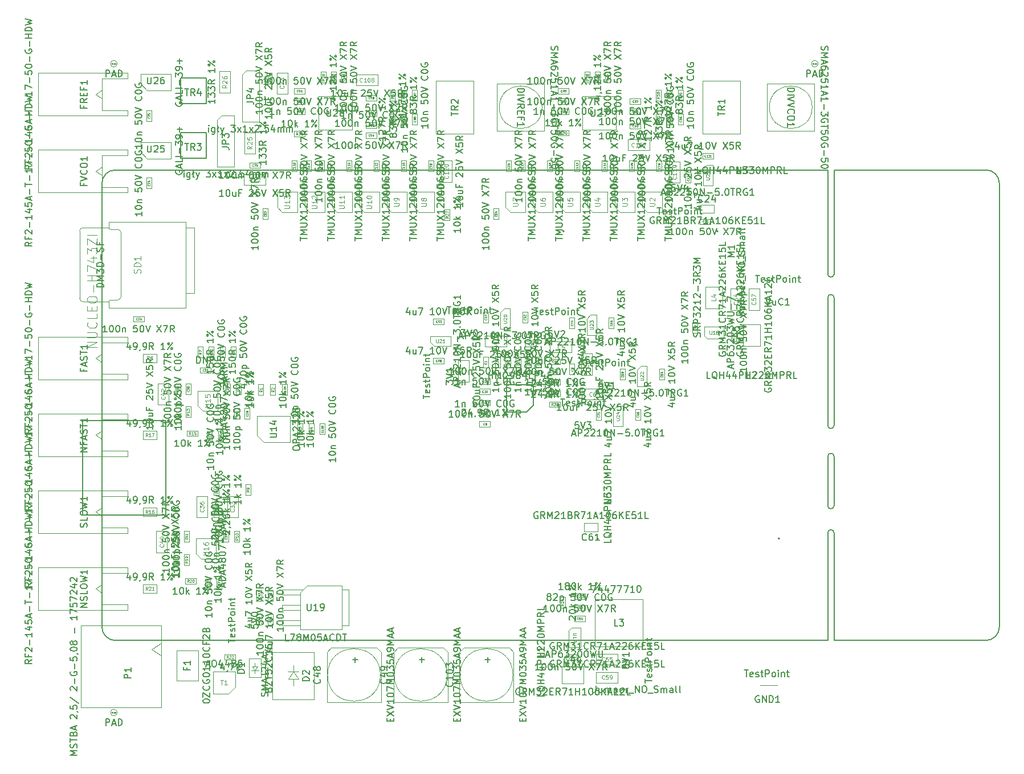
<source format=gbr>
%TF.GenerationSoftware,KiCad,Pcbnew,(5.1.12)-1*%
%TF.CreationDate,2022-12-02T08:38:14+01:00*%
%TF.ProjectId,LF_phase_detector,4c465f70-6861-4736-955f-646574656374,rev?*%
%TF.SameCoordinates,Original*%
%TF.FileFunction,AssemblyDrawing,Top*%
%FSLAX46Y46*%
G04 Gerber Fmt 4.6, Leading zero omitted, Abs format (unit mm)*
G04 Created by KiCad (PCBNEW (5.1.12)-1) date 2022-12-02 08:38:14*
%MOMM*%
%LPD*%
G01*
G04 APERTURE LIST*
%ADD10C,0.100000*%
%ADD11C,0.200000*%
%ADD12C,0.127000*%
%ADD13C,0.150000*%
%ADD14C,0.120000*%
%ADD15C,0.105000*%
%ADD16C,0.015000*%
%ADD17C,0.075000*%
%ADD18C,0.090000*%
%ADD19C,0.040000*%
%ADD20C,0.110000*%
G04 APERTURE END LIST*
D10*
%TO.C,L4*%
X92182000Y-34722000D02*
X89682000Y-34722000D01*
X89682000Y-34722000D02*
X89682000Y-37922000D01*
X89682000Y-37922000D02*
X92182000Y-37922000D01*
X92182000Y-37922000D02*
X92182000Y-34722000D01*
%TO.C,L3*%
X73260000Y-88209000D02*
X80410000Y-88209000D01*
X73260000Y-81209000D02*
X73260000Y-88209000D01*
X80410000Y-81209000D02*
X73260000Y-81209000D01*
X80410000Y-88209000D02*
X80410000Y-81209000D01*
%TO.C,C48*%
X41505000Y-96496000D02*
X41505000Y-89086000D01*
X41505000Y-89086000D02*
X40835000Y-88416000D01*
X40835000Y-88416000D02*
X34095000Y-88416000D01*
X34095000Y-88416000D02*
X33425000Y-89086000D01*
X33425000Y-89086000D02*
X33425000Y-96496000D01*
X33425000Y-96496000D02*
X41505000Y-96496000D01*
X41386734Y-92456000D02*
G75*
G03*
X41386734Y-92456000I-3921734J0D01*
G01*
%TO.C,C49*%
X51411000Y-96496000D02*
X51411000Y-89086000D01*
X51411000Y-89086000D02*
X50741000Y-88416000D01*
X50741000Y-88416000D02*
X44001000Y-88416000D01*
X44001000Y-88416000D02*
X43331000Y-89086000D01*
X43331000Y-89086000D02*
X43331000Y-96496000D01*
X43331000Y-96496000D02*
X51411000Y-96496000D01*
X51292734Y-92456000D02*
G75*
G03*
X51292734Y-92456000I-3921734J0D01*
G01*
%TO.C,C103*%
X61190000Y-96496000D02*
X61190000Y-89086000D01*
X61190000Y-89086000D02*
X60520000Y-88416000D01*
X60520000Y-88416000D02*
X53780000Y-88416000D01*
X53780000Y-88416000D02*
X53110000Y-89086000D01*
X53110000Y-89086000D02*
X53110000Y-96496000D01*
X53110000Y-96496000D02*
X61190000Y-96496000D01*
X61071734Y-92456000D02*
G75*
G03*
X61071734Y-92456000I-3921734J0D01*
G01*
%TO.C,T1*%
X19811000Y-94249000D02*
X19811000Y-91949000D01*
X19811000Y-91949000D02*
X16511000Y-91949000D01*
X16511000Y-91949000D02*
X16511000Y-95249000D01*
X16511000Y-95249000D02*
X18811000Y-95249000D01*
X18811000Y-95249000D02*
X19811000Y-94249000D01*
%TO.C,F1*%
X14300000Y-93309000D02*
X11100000Y-93309000D01*
X14300000Y-88809000D02*
X14300000Y-93309000D01*
X11100000Y-88809000D02*
X14300000Y-88809000D01*
X11100000Y-93309000D02*
X11100000Y-88809000D01*
%TO.C,TR1*%
X94870000Y-11936000D02*
X94870000Y-4066000D01*
X94870000Y-4066000D02*
X89280000Y-4066000D01*
X89280000Y-4066000D02*
X89280000Y-11936000D01*
X89280000Y-11936000D02*
X94870000Y-11936000D01*
%TO.C,TR2*%
X55246000Y-11936000D02*
X55246000Y-4066000D01*
X55246000Y-4066000D02*
X49656000Y-4066000D01*
X49656000Y-4066000D02*
X49656000Y-11936000D01*
X49656000Y-11936000D02*
X55246000Y-11936000D01*
%TO.C,U27*%
X71414000Y-6890000D02*
X71914000Y-6390000D01*
X71414000Y-11390000D02*
X71414000Y-6390000D01*
X76414000Y-11390000D02*
X71414000Y-11390000D01*
X76414000Y-6390000D02*
X76414000Y-11390000D01*
X71414000Y-6390000D02*
X76414000Y-6390000D01*
%TO.C,U28*%
X32171000Y-6890000D02*
X32671000Y-6390000D01*
X32171000Y-11390000D02*
X32171000Y-6390000D01*
X37171000Y-11390000D02*
X32171000Y-11390000D01*
X37171000Y-6390000D02*
X37171000Y-11390000D01*
X32171000Y-6390000D02*
X37171000Y-6390000D01*
D11*
%TO.C,TR3*%
X11684000Y-15621000D02*
X11684000Y-11811000D01*
X15494000Y-15621000D02*
X11684000Y-15621000D01*
X15494000Y-11811000D02*
X15494000Y-15621000D01*
X11684000Y-11811000D02*
X15494000Y-11811000D01*
%TO.C,TR4*%
X11684000Y-7493000D02*
X11684000Y-3683000D01*
X15494000Y-7493000D02*
X11684000Y-7493000D01*
X15494000Y-3683000D02*
X15494000Y-7493000D01*
X11684000Y-3683000D02*
X15494000Y-3683000D01*
D12*
%TO.C,M1*%
X108785000Y-71323200D02*
X108785000Y-87324000D01*
X108785000Y-59944000D02*
X108785000Y-67259200D01*
X108785000Y-36322000D02*
X108785000Y-55321200D01*
X108785000Y-17324000D02*
X108785000Y-32816800D01*
X107845000Y-71323200D02*
X107845000Y-87324000D01*
X107845000Y-59944000D02*
X107845000Y-67259200D01*
X107845000Y-36322000D02*
X107845000Y-55321200D01*
X107845000Y-17324000D02*
X107845000Y-32816800D01*
D11*
X73765000Y-72164000D02*
G75*
G03*
X73765000Y-72164000I-100000J0D01*
G01*
X100689000Y-72164000D02*
G75*
G03*
X100689000Y-72164000I-100000J0D01*
G01*
X68685000Y-26444000D02*
G75*
G03*
X68685000Y-26444000I-100000J0D01*
G01*
X91545000Y-26444000D02*
G75*
G03*
X91545000Y-26444000I-100000J0D01*
G01*
D12*
X131345000Y-17324000D02*
X108785000Y-17324000D01*
X133345000Y-85324000D02*
X133345000Y-19324000D01*
X108785000Y-87324000D02*
X131345000Y-87324000D01*
X2005000Y-87324000D02*
X107845000Y-87324000D01*
X5000Y-19324000D02*
X5000Y-85324000D01*
X107845000Y-17324000D02*
X2005000Y-17324000D01*
D13*
X12700Y-54635400D02*
X9499600Y-54635400D01*
X9499600Y-54635400D02*
X9499600Y-68643500D01*
X9499600Y-68643500D02*
X12700Y-68643500D01*
X5000Y-54635400D02*
X-2832100Y-54635400D01*
X-2832100Y-54635400D02*
X-2832100Y-68643500D01*
X-2832100Y-68643500D02*
X5000Y-68643500D01*
D12*
X108785000Y-32816801D02*
G75*
G02*
X107845000Y-32816800I-470000J7462D01*
G01*
X107845000Y-36321999D02*
G75*
G02*
X108785000Y-36322000I470000J-7462D01*
G01*
X108785000Y-55321201D02*
G75*
G02*
X107845000Y-55321200I-470000J7462D01*
G01*
X107845000Y-59943999D02*
G75*
G02*
X108785000Y-59944000I470000J-7462D01*
G01*
X108785000Y-67259201D02*
G75*
G02*
X107845000Y-67259200I-470000J7462D01*
G01*
X107845000Y-71323199D02*
G75*
G02*
X108785000Y-71323200I470000J-7462D01*
G01*
X133345000Y-19324000D02*
G75*
G03*
X131345000Y-17324000I-2000000J0D01*
G01*
X131345000Y-87324000D02*
G75*
G03*
X133345000Y-85324000I0J2000000D01*
G01*
X5000Y-85324000D02*
G75*
G03*
X2005000Y-87324000I2000000J0D01*
G01*
X2005000Y-17324000D02*
G75*
G03*
X5000Y-19324000I0J-2000000D01*
G01*
D10*
%TO.C,C83*%
X24657000Y-23076000D02*
X24657000Y-24676000D01*
X24657000Y-24676000D02*
X23857000Y-24676000D01*
X23857000Y-24676000D02*
X23857000Y-23076000D01*
X23857000Y-23076000D02*
X24657000Y-23076000D01*
%TO.C,C1*%
X57423000Y-46774000D02*
X56623000Y-46774000D01*
X57423000Y-45174000D02*
X57423000Y-46774000D01*
X56623000Y-45174000D02*
X57423000Y-45174000D01*
X56623000Y-46774000D02*
X56623000Y-45174000D01*
%TO.C,C2*%
X56947000Y-41999000D02*
X60147000Y-41999000D01*
X60147000Y-41999000D02*
X60147000Y-43599000D01*
X60147000Y-43599000D02*
X56947000Y-43599000D01*
X56947000Y-43599000D02*
X56947000Y-41999000D01*
%TO.C,C3*%
X54521000Y-48844000D02*
X52921000Y-48844000D01*
X54521000Y-45644000D02*
X54521000Y-48844000D01*
X52921000Y-45644000D02*
X54521000Y-45644000D01*
X52921000Y-48844000D02*
X52921000Y-45644000D01*
%TO.C,C4*%
X71209000Y-47828000D02*
X71209000Y-44628000D01*
X71209000Y-44628000D02*
X72809000Y-44628000D01*
X72809000Y-44628000D02*
X72809000Y-47828000D01*
X72809000Y-47828000D02*
X71209000Y-47828000D01*
%TO.C,C5*%
X66599000Y-42888000D02*
X69799000Y-42888000D01*
X69799000Y-42888000D02*
X69799000Y-44488000D01*
X69799000Y-44488000D02*
X66599000Y-44488000D01*
X66599000Y-44488000D02*
X66599000Y-42888000D01*
%TO.C,C6*%
X71298000Y-49873000D02*
X74498000Y-49873000D01*
X74498000Y-49873000D02*
X74498000Y-51473000D01*
X74498000Y-51473000D02*
X71298000Y-51473000D01*
X71298000Y-51473000D02*
X71298000Y-49873000D01*
%TO.C,C7*%
X58401000Y-46774000D02*
X58401000Y-45174000D01*
X58401000Y-45174000D02*
X59201000Y-45174000D01*
X59201000Y-45174000D02*
X59201000Y-46774000D01*
X59201000Y-46774000D02*
X58401000Y-46774000D01*
%TO.C,C8*%
X57696000Y-55518000D02*
X56096000Y-55518000D01*
X56096000Y-55518000D02*
X56096000Y-54718000D01*
X56096000Y-54718000D02*
X57696000Y-54718000D01*
X57696000Y-54718000D02*
X57696000Y-55518000D01*
%TO.C,C9*%
X69450000Y-47790000D02*
X69450000Y-46190000D01*
X69450000Y-46190000D02*
X70250000Y-46190000D01*
X70250000Y-46190000D02*
X70250000Y-47790000D01*
X70250000Y-47790000D02*
X69450000Y-47790000D01*
%TO.C,C10*%
X66510000Y-45447000D02*
X68110000Y-45447000D01*
X68110000Y-45447000D02*
X68110000Y-46247000D01*
X68110000Y-46247000D02*
X66510000Y-46247000D01*
X66510000Y-46247000D02*
X66510000Y-45447000D01*
%TO.C,C11*%
X64497000Y-46774000D02*
X64497000Y-45174000D01*
X64497000Y-45174000D02*
X65297000Y-45174000D01*
X65297000Y-45174000D02*
X65297000Y-46774000D01*
X65297000Y-46774000D02*
X64497000Y-46774000D01*
%TO.C,C12*%
X60725000Y-46774000D02*
X59925000Y-46774000D01*
X60725000Y-45174000D02*
X60725000Y-46774000D01*
X59925000Y-45174000D02*
X60725000Y-45174000D01*
X59925000Y-46774000D02*
X59925000Y-45174000D01*
%TO.C,C13*%
X57696000Y-53194000D02*
X57696000Y-53994000D01*
X56096000Y-53194000D02*
X57696000Y-53194000D01*
X56096000Y-53994000D02*
X56096000Y-53194000D01*
X57696000Y-53994000D02*
X56096000Y-53994000D01*
%TO.C,C14*%
X66510000Y-49295000D02*
X66510000Y-48495000D01*
X68110000Y-49295000D02*
X66510000Y-49295000D01*
X68110000Y-48495000D02*
X68110000Y-49295000D01*
X66510000Y-48495000D02*
X68110000Y-48495000D01*
%TO.C,C15*%
X66510000Y-47771000D02*
X66510000Y-46971000D01*
X68110000Y-47771000D02*
X66510000Y-47771000D01*
X68110000Y-46971000D02*
X68110000Y-47771000D01*
X66510000Y-46971000D02*
X68110000Y-46971000D01*
%TO.C,C16*%
X63773000Y-46774000D02*
X62973000Y-46774000D01*
X63773000Y-45174000D02*
X63773000Y-46774000D01*
X62973000Y-45174000D02*
X63773000Y-45174000D01*
X62973000Y-46774000D02*
X62973000Y-45174000D01*
%TO.C,C17*%
X57696000Y-49168000D02*
X56096000Y-49168000D01*
X56096000Y-49168000D02*
X56096000Y-48368000D01*
X56096000Y-48368000D02*
X57696000Y-48368000D01*
X57696000Y-48368000D02*
X57696000Y-49168000D01*
%TO.C,C18*%
X62954000Y-42780000D02*
X64554000Y-42780000D01*
X64554000Y-42780000D02*
X64554000Y-43580000D01*
X64554000Y-43580000D02*
X62954000Y-43580000D01*
X62954000Y-43580000D02*
X62954000Y-42780000D01*
%TO.C,C20*%
X57696000Y-49892000D02*
X57696000Y-50692000D01*
X56096000Y-49892000D02*
X57696000Y-49892000D01*
X56096000Y-50692000D02*
X56096000Y-49892000D01*
X57696000Y-50692000D02*
X56096000Y-50692000D01*
%TO.C,C21*%
X61449000Y-46774000D02*
X61449000Y-45174000D01*
X61449000Y-45174000D02*
X62249000Y-45174000D01*
X62249000Y-45174000D02*
X62249000Y-46774000D01*
X62249000Y-46774000D02*
X61449000Y-46774000D01*
%TO.C,C23*%
X60052000Y-17564000D02*
X60052000Y-15964000D01*
X60052000Y-15964000D02*
X60852000Y-15964000D01*
X60852000Y-15964000D02*
X60852000Y-17564000D01*
X60852000Y-17564000D02*
X60052000Y-17564000D01*
%TO.C,C25*%
X88862000Y-25419000D02*
X88862000Y-24619000D01*
X90462000Y-25419000D02*
X88862000Y-25419000D01*
X90462000Y-24619000D02*
X90462000Y-25419000D01*
X88862000Y-24619000D02*
X90462000Y-24619000D01*
%TO.C,C26*%
X4661000Y-39097000D02*
X6261000Y-39097000D01*
X6261000Y-39097000D02*
X6261000Y-39897000D01*
X6261000Y-39897000D02*
X4661000Y-39897000D01*
X4661000Y-39897000D02*
X4661000Y-39097000D01*
%TO.C,C27*%
X19958000Y-45250000D02*
X19158000Y-45250000D01*
X19958000Y-43650000D02*
X19958000Y-45250000D01*
X19158000Y-43650000D02*
X19958000Y-43650000D01*
X19158000Y-45250000D02*
X19158000Y-43650000D01*
%TO.C,C28*%
X21990000Y-52794000D02*
X21990000Y-54394000D01*
X21990000Y-54394000D02*
X21190000Y-54394000D01*
X21190000Y-54394000D02*
X21190000Y-52794000D01*
X21190000Y-52794000D02*
X21990000Y-52794000D01*
%TO.C,C29*%
X19069000Y-49111000D02*
X19069000Y-50711000D01*
X19069000Y-50711000D02*
X18269000Y-50711000D01*
X18269000Y-50711000D02*
X18269000Y-49111000D01*
X18269000Y-49111000D02*
X19069000Y-49111000D01*
%TO.C,C30*%
X19666000Y-52794000D02*
X20466000Y-52794000D01*
X19666000Y-54394000D02*
X19666000Y-52794000D01*
X20466000Y-54394000D02*
X19666000Y-54394000D01*
X20466000Y-52794000D02*
X20466000Y-54394000D01*
%TO.C,C31*%
X16167000Y-47517000D02*
X14567000Y-47517000D01*
X14567000Y-47517000D02*
X14567000Y-46717000D01*
X14567000Y-46717000D02*
X16167000Y-46717000D01*
X16167000Y-46717000D02*
X16167000Y-47517000D01*
%TO.C,C32*%
X16656000Y-45250000D02*
X15856000Y-45250000D01*
X16656000Y-43650000D02*
X16656000Y-45250000D01*
X15856000Y-43650000D02*
X16656000Y-43650000D01*
X15856000Y-45250000D02*
X15856000Y-43650000D01*
%TO.C,C33*%
X18631000Y-65837000D02*
X20231000Y-65837000D01*
X18631000Y-69037000D02*
X18631000Y-65837000D01*
X20231000Y-69037000D02*
X18631000Y-69037000D01*
X20231000Y-65837000D02*
X20231000Y-69037000D01*
%TO.C,C34*%
X18815000Y-71082000D02*
X18815000Y-72682000D01*
X18815000Y-72682000D02*
X18015000Y-72682000D01*
X18015000Y-72682000D02*
X18015000Y-71082000D01*
X18015000Y-71082000D02*
X18815000Y-71082000D01*
%TO.C,C35*%
X17253000Y-56223000D02*
X18053000Y-56223000D01*
X17253000Y-57823000D02*
X17253000Y-56223000D01*
X18053000Y-57823000D02*
X17253000Y-57823000D01*
X18053000Y-56223000D02*
X18053000Y-57823000D01*
%TO.C,C36*%
X15659000Y-69037000D02*
X14059000Y-69037000D01*
X15659000Y-65837000D02*
X15659000Y-69037000D01*
X14059000Y-65837000D02*
X15659000Y-65837000D01*
X14059000Y-69037000D02*
X14059000Y-65837000D01*
%TO.C,C37*%
X16999000Y-78194000D02*
X17799000Y-78194000D01*
X16999000Y-79794000D02*
X16999000Y-78194000D01*
X17799000Y-79794000D02*
X16999000Y-79794000D01*
X17799000Y-78194000D02*
X17799000Y-79794000D01*
%TO.C,C38*%
X13227000Y-49111000D02*
X13227000Y-50711000D01*
X13227000Y-50711000D02*
X12427000Y-50711000D01*
X12427000Y-50711000D02*
X12427000Y-49111000D01*
X12427000Y-49111000D02*
X13227000Y-49111000D01*
%TO.C,C39*%
X10903000Y-49111000D02*
X11703000Y-49111000D01*
X10903000Y-50711000D02*
X10903000Y-49111000D01*
X11703000Y-50711000D02*
X10903000Y-50711000D01*
X11703000Y-49111000D02*
X11703000Y-50711000D01*
%TO.C,C40*%
X9690000Y-74244000D02*
X8090000Y-74244000D01*
X9690000Y-71044000D02*
X9690000Y-74244000D01*
X8090000Y-71044000D02*
X9690000Y-71044000D01*
X8090000Y-74244000D02*
X8090000Y-71044000D01*
%TO.C,C41*%
X12973000Y-71082000D02*
X12973000Y-72682000D01*
X12973000Y-72682000D02*
X12173000Y-72682000D01*
X12173000Y-72682000D02*
X12173000Y-71082000D01*
X12173000Y-71082000D02*
X12973000Y-71082000D01*
%TO.C,C42*%
X9944000Y-49073000D02*
X9944000Y-52273000D01*
X9944000Y-52273000D02*
X8344000Y-52273000D01*
X8344000Y-52273000D02*
X8344000Y-49073000D01*
X8344000Y-49073000D02*
X9944000Y-49073000D01*
%TO.C,C43*%
X10649000Y-71082000D02*
X11449000Y-71082000D01*
X10649000Y-72682000D02*
X10649000Y-71082000D01*
X11449000Y-72682000D02*
X10649000Y-72682000D01*
X11449000Y-71082000D02*
X11449000Y-72682000D01*
%TO.C,C44*%
X68377000Y-91206000D02*
X71577000Y-91206000D01*
X71577000Y-91206000D02*
X71577000Y-93706000D01*
X71577000Y-93706000D02*
X68377000Y-93706000D01*
X68377000Y-93706000D02*
X68377000Y-91206000D01*
%TO.C,C45*%
X97770000Y-43510000D02*
X95270000Y-43510000D01*
X97770000Y-40310000D02*
X97770000Y-43510000D01*
X95270000Y-40310000D02*
X97770000Y-40310000D01*
X95270000Y-43510000D02*
X95270000Y-40310000D01*
%TO.C,C46*%
X68923000Y-89389000D02*
X70523000Y-89389000D01*
X70523000Y-89389000D02*
X70523000Y-90189000D01*
X70523000Y-90189000D02*
X68923000Y-90189000D01*
X68923000Y-90189000D02*
X68923000Y-89389000D01*
%TO.C,C47*%
X93453000Y-42837000D02*
X93453000Y-41237000D01*
X93453000Y-41237000D02*
X94253000Y-41237000D01*
X94253000Y-41237000D02*
X94253000Y-42837000D01*
X94253000Y-42837000D02*
X93453000Y-42837000D01*
%TO.C,C50*%
X71793000Y-83674000D02*
X71793000Y-84474000D01*
X70193000Y-83674000D02*
X71793000Y-83674000D01*
X70193000Y-84474000D02*
X70193000Y-83674000D01*
X71793000Y-84474000D02*
X70193000Y-84474000D01*
%TO.C,C51*%
X87738000Y-39967000D02*
X88538000Y-39967000D01*
X87738000Y-41567000D02*
X87738000Y-39967000D01*
X88538000Y-41567000D02*
X87738000Y-41567000D01*
X88538000Y-39967000D02*
X88538000Y-41567000D01*
%TO.C,C52*%
X71793000Y-82023000D02*
X71793000Y-82823000D01*
X70193000Y-82023000D02*
X71793000Y-82023000D01*
X70193000Y-82823000D02*
X70193000Y-82023000D01*
X71793000Y-82823000D02*
X70193000Y-82823000D01*
%TO.C,C53*%
X23768000Y-79845000D02*
X23768000Y-81445000D01*
X23768000Y-81445000D02*
X22968000Y-81445000D01*
X22968000Y-81445000D02*
X22968000Y-79845000D01*
X22968000Y-79845000D02*
X23768000Y-79845000D01*
%TO.C,C54*%
X95034000Y-34976000D02*
X95034000Y-38176000D01*
X95034000Y-38176000D02*
X93434000Y-38176000D01*
X93434000Y-38176000D02*
X93434000Y-34976000D01*
X93434000Y-34976000D02*
X95034000Y-34976000D01*
%TO.C,C55*%
X76657000Y-90970000D02*
X73457000Y-90970000D01*
X73457000Y-90970000D02*
X73457000Y-89370000D01*
X73457000Y-89370000D02*
X76657000Y-89370000D01*
X76657000Y-89370000D02*
X76657000Y-90970000D01*
%TO.C,C56*%
X24619000Y-81445000D02*
X24619000Y-79845000D01*
X24619000Y-79845000D02*
X25419000Y-79845000D01*
X25419000Y-79845000D02*
X25419000Y-81445000D01*
X25419000Y-81445000D02*
X24619000Y-81445000D01*
%TO.C,C57*%
X96101000Y-34976000D02*
X97701000Y-34976000D01*
X96101000Y-38176000D02*
X96101000Y-34976000D01*
X97701000Y-38176000D02*
X96101000Y-38176000D01*
X97701000Y-34976000D02*
X97701000Y-38176000D01*
%TO.C,C58*%
X24619000Y-83401000D02*
X25419000Y-83401000D01*
X24619000Y-85001000D02*
X24619000Y-83401000D01*
X25419000Y-85001000D02*
X24619000Y-85001000D01*
X25419000Y-83401000D02*
X25419000Y-85001000D01*
%TO.C,C59*%
X76657000Y-92037000D02*
X76657000Y-93637000D01*
X73457000Y-92037000D02*
X76657000Y-92037000D01*
X73457000Y-93637000D02*
X73457000Y-92037000D01*
X76657000Y-93637000D02*
X73457000Y-93637000D01*
%TO.C,C60*%
X23768000Y-85001000D02*
X22968000Y-85001000D01*
X23768000Y-83401000D02*
X23768000Y-85001000D01*
X22968000Y-83401000D02*
X23768000Y-83401000D01*
X22968000Y-85001000D02*
X22968000Y-83401000D01*
%TO.C,C61*%
X73644000Y-69865000D02*
X73644000Y-71105000D01*
X71644000Y-69865000D02*
X73644000Y-69865000D01*
X71644000Y-71105000D02*
X71644000Y-69865000D01*
X73644000Y-71105000D02*
X71644000Y-71105000D01*
%TO.C,C62*%
X63265000Y-40043000D02*
X62465000Y-40043000D01*
X63265000Y-38443000D02*
X63265000Y-40043000D01*
X62465000Y-38443000D02*
X63265000Y-38443000D01*
X62465000Y-40043000D02*
X62465000Y-38443000D01*
%TO.C,C63*%
X50838000Y-39478000D02*
X50838000Y-40278000D01*
X49238000Y-39478000D02*
X50838000Y-39478000D01*
X49238000Y-40278000D02*
X49238000Y-39478000D01*
X50838000Y-40278000D02*
X49238000Y-40278000D01*
%TO.C,C64*%
X83585000Y-48552000D02*
X82785000Y-48552000D01*
X83585000Y-46952000D02*
X83585000Y-48552000D01*
X82785000Y-46952000D02*
X83585000Y-46952000D01*
X82785000Y-48552000D02*
X82785000Y-46952000D01*
%TO.C,C65*%
X76092000Y-40932000D02*
X75292000Y-40932000D01*
X76092000Y-39332000D02*
X76092000Y-40932000D01*
X75292000Y-39332000D02*
X76092000Y-39332000D01*
X75292000Y-40932000D02*
X75292000Y-39332000D01*
%TO.C,C66*%
X79229000Y-54521000D02*
X79229000Y-52921000D01*
X79229000Y-52921000D02*
X80029000Y-52921000D01*
X80029000Y-52921000D02*
X80029000Y-54521000D01*
X80029000Y-54521000D02*
X79229000Y-54521000D01*
%TO.C,C67*%
X56623000Y-40043000D02*
X56623000Y-38443000D01*
X56623000Y-38443000D02*
X57423000Y-38443000D01*
X57423000Y-38443000D02*
X57423000Y-40043000D01*
X57423000Y-40043000D02*
X56623000Y-40043000D01*
%TO.C,C68*%
X50838000Y-46120000D02*
X49238000Y-46120000D01*
X49238000Y-46120000D02*
X49238000Y-45320000D01*
X49238000Y-45320000D02*
X50838000Y-45320000D01*
X50838000Y-45320000D02*
X50838000Y-46120000D01*
%TO.C,C69*%
X76943000Y-48552000D02*
X76943000Y-46952000D01*
X76943000Y-46952000D02*
X77743000Y-46952000D01*
X77743000Y-46952000D02*
X77743000Y-48552000D01*
X77743000Y-48552000D02*
X76943000Y-48552000D01*
%TO.C,C70*%
X69450000Y-40932000D02*
X69450000Y-39332000D01*
X69450000Y-39332000D02*
X70250000Y-39332000D01*
X70250000Y-39332000D02*
X70250000Y-40932000D01*
X70250000Y-40932000D02*
X69450000Y-40932000D01*
%TO.C,C71*%
X73387000Y-54521000D02*
X73387000Y-52921000D01*
X73387000Y-52921000D02*
X74187000Y-52921000D01*
X74187000Y-52921000D02*
X74187000Y-54521000D01*
X74187000Y-54521000D02*
X73387000Y-54521000D01*
%TO.C,C72*%
X21133000Y-17996000D02*
X24333000Y-17996000D01*
X24333000Y-17996000D02*
X24333000Y-19596000D01*
X24333000Y-19596000D02*
X21133000Y-19596000D01*
X21133000Y-19596000D02*
X21133000Y-17996000D01*
%TO.C,C73*%
X25997000Y-2845000D02*
X27597000Y-2845000D01*
X25997000Y-6045000D02*
X25997000Y-2845000D01*
X27597000Y-6045000D02*
X25997000Y-6045000D01*
X27597000Y-2845000D02*
X27597000Y-6045000D01*
%TO.C,C74*%
X7385000Y-18504000D02*
X7385000Y-20104000D01*
X7385000Y-20104000D02*
X6585000Y-20104000D01*
X6585000Y-20104000D02*
X6585000Y-18504000D01*
X6585000Y-18504000D02*
X7385000Y-18504000D01*
%TO.C,C75*%
X7385000Y-8471000D02*
X7385000Y-10071000D01*
X7385000Y-10071000D02*
X6585000Y-10071000D01*
X6585000Y-10071000D02*
X6585000Y-8471000D01*
X6585000Y-8471000D02*
X7385000Y-8471000D01*
%TO.C,C76*%
X21933000Y-16237000D02*
X23533000Y-16237000D01*
X23533000Y-16237000D02*
X23533000Y-17037000D01*
X23533000Y-17037000D02*
X21933000Y-17037000D01*
X21933000Y-17037000D02*
X21933000Y-16237000D01*
%TO.C,C77*%
X24492000Y-2883000D02*
X25292000Y-2883000D01*
X24492000Y-4483000D02*
X24492000Y-2883000D01*
X25292000Y-4483000D02*
X24492000Y-4483000D01*
X25292000Y-2883000D02*
X25292000Y-4483000D01*
%TO.C,C80*%
X67780000Y-6712000D02*
X69380000Y-6712000D01*
X69380000Y-6712000D02*
X69380000Y-7512000D01*
X69380000Y-7512000D02*
X67780000Y-7512000D01*
X67780000Y-7512000D02*
X67780000Y-6712000D01*
%TO.C,C81*%
X28537000Y-7512000D02*
X28537000Y-6712000D01*
X30137000Y-7512000D02*
X28537000Y-7512000D01*
X30137000Y-6712000D02*
X30137000Y-7512000D01*
X28537000Y-6712000D02*
X30137000Y-6712000D01*
%TO.C,C82*%
X40805000Y-11068000D02*
X39205000Y-11068000D01*
X39205000Y-11068000D02*
X39205000Y-10268000D01*
X39205000Y-10268000D02*
X40805000Y-10268000D01*
X40805000Y-10268000D02*
X40805000Y-11068000D01*
%TO.C,C84*%
X58147000Y-23076000D02*
X58947000Y-23076000D01*
X58147000Y-24676000D02*
X58147000Y-23076000D01*
X58947000Y-24676000D02*
X58147000Y-24676000D01*
X58947000Y-23076000D02*
X58947000Y-24676000D01*
%TO.C,C85*%
X85579000Y-7023000D02*
X85579000Y-5423000D01*
X85579000Y-5423000D02*
X86379000Y-5423000D01*
X86379000Y-5423000D02*
X86379000Y-7023000D01*
X86379000Y-7023000D02*
X85579000Y-7023000D01*
%TO.C,C86*%
X86379000Y-8979000D02*
X86379000Y-10579000D01*
X86379000Y-10579000D02*
X85579000Y-10579000D01*
X85579000Y-10579000D02*
X85579000Y-8979000D01*
X85579000Y-8979000D02*
X86379000Y-8979000D01*
%TO.C,C87*%
X46082000Y-7023000D02*
X46082000Y-5423000D01*
X46082000Y-5423000D02*
X46882000Y-5423000D01*
X46882000Y-5423000D02*
X46882000Y-7023000D01*
X46882000Y-7023000D02*
X46082000Y-7023000D01*
%TO.C,C88*%
X46082000Y-8979000D02*
X46882000Y-8979000D01*
X46082000Y-10579000D02*
X46082000Y-8979000D01*
X46882000Y-10579000D02*
X46082000Y-10579000D01*
X46882000Y-8979000D02*
X46882000Y-10579000D01*
%TO.C,C89*%
X69380000Y-5988000D02*
X67780000Y-5988000D01*
X67780000Y-5988000D02*
X67780000Y-5188000D01*
X67780000Y-5188000D02*
X69380000Y-5188000D01*
X69380000Y-5188000D02*
X69380000Y-5988000D01*
%TO.C,C90*%
X30137000Y-5988000D02*
X28537000Y-5988000D01*
X28537000Y-5988000D02*
X28537000Y-5188000D01*
X28537000Y-5188000D02*
X30137000Y-5188000D01*
X30137000Y-5188000D02*
X30137000Y-5988000D01*
%TO.C,C91*%
X69380000Y-8236000D02*
X69380000Y-9036000D01*
X67780000Y-8236000D02*
X69380000Y-8236000D01*
X67780000Y-9036000D02*
X67780000Y-8236000D01*
X69380000Y-9036000D02*
X67780000Y-9036000D01*
%TO.C,C92*%
X30137000Y-8236000D02*
X30137000Y-9036000D01*
X28537000Y-8236000D02*
X30137000Y-8236000D01*
X28537000Y-9036000D02*
X28537000Y-8236000D01*
X30137000Y-9036000D02*
X28537000Y-9036000D01*
%TO.C,C93*%
X78448000Y-11195000D02*
X78448000Y-10395000D01*
X80048000Y-11195000D02*
X78448000Y-11195000D01*
X80048000Y-10395000D02*
X80048000Y-11195000D01*
X78448000Y-10395000D02*
X80048000Y-10395000D01*
%TO.C,C94*%
X39205000Y-12592000D02*
X39205000Y-11792000D01*
X40805000Y-12592000D02*
X39205000Y-12592000D01*
X40805000Y-11792000D02*
X40805000Y-12592000D01*
X39205000Y-11792000D02*
X40805000Y-11792000D01*
%TO.C,C95*%
X78448000Y-9036000D02*
X78448000Y-8236000D01*
X80048000Y-9036000D02*
X78448000Y-9036000D01*
X80048000Y-8236000D02*
X80048000Y-9036000D01*
X78448000Y-8236000D02*
X80048000Y-8236000D01*
%TO.C,C96*%
X39205000Y-8490000D02*
X40805000Y-8490000D01*
X40805000Y-8490000D02*
X40805000Y-9290000D01*
X40805000Y-9290000D02*
X39205000Y-9290000D01*
X39205000Y-9290000D02*
X39205000Y-8490000D01*
%TO.C,C97*%
X78448000Y-7512000D02*
X78448000Y-6712000D01*
X80048000Y-7512000D02*
X78448000Y-7512000D01*
X80048000Y-6712000D02*
X80048000Y-7512000D01*
X78448000Y-6712000D02*
X80048000Y-6712000D01*
%TO.C,C98*%
X39205000Y-6204000D02*
X40805000Y-6204000D01*
X40805000Y-6204000D02*
X40805000Y-7004000D01*
X40805000Y-7004000D02*
X39205000Y-7004000D01*
X39205000Y-7004000D02*
X39205000Y-6204000D01*
%TO.C,C99*%
X75584000Y-4356000D02*
X74784000Y-4356000D01*
X75584000Y-2756000D02*
X75584000Y-4356000D01*
X74784000Y-2756000D02*
X75584000Y-2756000D01*
X74784000Y-4356000D02*
X74784000Y-2756000D01*
%TO.C,C100*%
X36341000Y-4356000D02*
X35541000Y-4356000D01*
X36341000Y-2756000D02*
X36341000Y-4356000D01*
X35541000Y-2756000D02*
X36341000Y-2756000D01*
X35541000Y-4356000D02*
X35541000Y-2756000D01*
%TO.C,C101*%
X73260000Y-4356000D02*
X73260000Y-2756000D01*
X73260000Y-2756000D02*
X74060000Y-2756000D01*
X74060000Y-2756000D02*
X74060000Y-4356000D01*
X74060000Y-4356000D02*
X73260000Y-4356000D01*
%TO.C,C102*%
X34817000Y-4356000D02*
X34017000Y-4356000D01*
X34817000Y-2756000D02*
X34817000Y-4356000D01*
X34017000Y-2756000D02*
X34817000Y-2756000D01*
X34017000Y-4356000D02*
X34017000Y-2756000D01*
%TO.C,C107*%
X78156000Y-12789000D02*
X81356000Y-12789000D01*
X81356000Y-12789000D02*
X81356000Y-14389000D01*
X81356000Y-14389000D02*
X78156000Y-14389000D01*
X78156000Y-14389000D02*
X78156000Y-12789000D01*
%TO.C,C108*%
X37770000Y-4737000D02*
X37770000Y-3137000D01*
X40970000Y-4737000D02*
X37770000Y-4737000D01*
X40970000Y-3137000D02*
X40970000Y-4737000D01*
X37770000Y-3137000D02*
X40970000Y-3137000D01*
%TO.C,D1*%
X22733000Y-91190000D02*
X22733000Y-90690000D01*
X23133000Y-91190000D02*
X22733000Y-91790000D01*
X22333000Y-91190000D02*
X23133000Y-91190000D01*
X22733000Y-91790000D02*
X22333000Y-91190000D01*
X22733000Y-91790000D02*
X23283000Y-91790000D01*
X22733000Y-91790000D02*
X22183000Y-91790000D01*
X22733000Y-92190000D02*
X22733000Y-91790000D01*
X23633000Y-92840000D02*
X21833000Y-92840000D01*
X23633000Y-90040000D02*
X23633000Y-92840000D01*
X21833000Y-90040000D02*
X23633000Y-90040000D01*
X21833000Y-92840000D02*
X21833000Y-90040000D01*
%TO.C,D2*%
X28446980Y-91933560D02*
X29247080Y-93084180D01*
X28446980Y-91933560D02*
X27697680Y-93084180D01*
X27697680Y-93084180D02*
X29247080Y-93084180D01*
X29247080Y-91933560D02*
X27646880Y-91933560D01*
X28446980Y-93084180D02*
X28446980Y-94082400D01*
X28446980Y-91933560D02*
X28446980Y-91031860D01*
X31548000Y-96133000D02*
X31548000Y-89033000D01*
X31548000Y-96133000D02*
X25348000Y-96133000D01*
X25348000Y-89033000D02*
X31548000Y-89033000D01*
X25348000Y-96133000D02*
X25348000Y-89033000D01*
%TO.C,FID1*%
X2278000Y-1524000D02*
G75*
G03*
X2278000Y-1524000I-500000J0D01*
G01*
%TO.C,FID2*%
X106418000Y-1524000D02*
G75*
G03*
X106418000Y-1524000I-500000J0D01*
G01*
%TO.C,FID3*%
X2278000Y-98044000D02*
G75*
G03*
X2278000Y-98044000I-500000J0D01*
G01*
D14*
%TO.C,GND1*%
X100330000Y-93980000D02*
X97790000Y-93980000D01*
D10*
%TO.C,P1*%
X7358000Y-88646000D02*
X8858000Y-87696000D01*
X8858000Y-89596000D02*
X7358000Y-88646000D01*
X8858000Y-97266000D02*
X8858000Y-85106000D01*
X-3142000Y-97266000D02*
X8858000Y-97266000D01*
X-3142000Y-85106000D02*
X-3142000Y-97266000D01*
X8858000Y-85106000D02*
X-3142000Y-85106000D01*
%TO.C,R1*%
X24022000Y-49238000D02*
X24022000Y-50838000D01*
X24022000Y-50838000D02*
X23222000Y-50838000D01*
X23222000Y-50838000D02*
X23222000Y-49238000D01*
X23222000Y-49238000D02*
X24022000Y-49238000D01*
%TO.C,R2*%
X25800000Y-50838000D02*
X25000000Y-50838000D01*
X25800000Y-49238000D02*
X25800000Y-50838000D01*
X25000000Y-49238000D02*
X25800000Y-49238000D01*
X25000000Y-50838000D02*
X25000000Y-49238000D01*
%TO.C,R3*%
X29064000Y-56680000D02*
X29064000Y-55080000D01*
X29064000Y-55080000D02*
X29864000Y-55080000D01*
X29864000Y-55080000D02*
X29864000Y-56680000D01*
X29864000Y-56680000D02*
X29064000Y-56680000D01*
%TO.C,R4*%
X30715000Y-55080000D02*
X31515000Y-55080000D01*
X30715000Y-56680000D02*
X30715000Y-55080000D01*
X31515000Y-56680000D02*
X30715000Y-56680000D01*
X31515000Y-55080000D02*
X31515000Y-56680000D01*
%TO.C,R5*%
X19920000Y-50711000D02*
X19920000Y-49111000D01*
X19920000Y-49111000D02*
X20720000Y-49111000D01*
X20720000Y-49111000D02*
X20720000Y-50711000D01*
X20720000Y-50711000D02*
X19920000Y-50711000D01*
%TO.C,R6*%
X17507000Y-45250000D02*
X17507000Y-43650000D01*
X17507000Y-43650000D02*
X18307000Y-43650000D01*
X18307000Y-43650000D02*
X18307000Y-45250000D01*
X18307000Y-45250000D02*
X17507000Y-45250000D01*
%TO.C,R7*%
X15005000Y-45250000D02*
X14205000Y-45250000D01*
X15005000Y-43650000D02*
X15005000Y-45250000D01*
X14205000Y-43650000D02*
X15005000Y-43650000D01*
X14205000Y-45250000D02*
X14205000Y-43650000D01*
%TO.C,R9*%
X22117000Y-64097000D02*
X22117000Y-65697000D01*
X22117000Y-65697000D02*
X21317000Y-65697000D01*
X21317000Y-65697000D02*
X21317000Y-64097000D01*
X21317000Y-64097000D02*
X22117000Y-64097000D01*
%TO.C,R10*%
X19666000Y-72682000D02*
X19666000Y-71082000D01*
X19666000Y-71082000D02*
X20466000Y-71082000D01*
X20466000Y-71082000D02*
X20466000Y-72682000D01*
X20466000Y-72682000D02*
X19666000Y-72682000D01*
%TO.C,R11*%
X17418000Y-68999000D02*
X16618000Y-68999000D01*
X17418000Y-67399000D02*
X17418000Y-68999000D01*
X16618000Y-67399000D02*
X17418000Y-67399000D01*
X16618000Y-68999000D02*
X16618000Y-67399000D01*
%TO.C,R12*%
X15602000Y-57823000D02*
X15602000Y-56223000D01*
X15602000Y-56223000D02*
X16402000Y-56223000D01*
X16402000Y-56223000D02*
X16402000Y-57823000D01*
X16402000Y-57823000D02*
X15602000Y-57823000D01*
%TO.C,R13*%
X12427000Y-52540000D02*
X13227000Y-52540000D01*
X12427000Y-54140000D02*
X12427000Y-52540000D01*
X13227000Y-54140000D02*
X12427000Y-54140000D01*
X13227000Y-52540000D02*
X13227000Y-54140000D01*
%TO.C,R14*%
X17418000Y-65697000D02*
X16618000Y-65697000D01*
X17418000Y-64097000D02*
X17418000Y-65697000D01*
X16618000Y-64097000D02*
X17418000Y-64097000D01*
X16618000Y-65697000D02*
X16618000Y-64097000D01*
%TO.C,R15*%
X12662000Y-56115000D02*
X14262000Y-56115000D01*
X14262000Y-56115000D02*
X14262000Y-56915000D01*
X14262000Y-56915000D02*
X12662000Y-56915000D01*
X12662000Y-56915000D02*
X12662000Y-56115000D01*
%TO.C,R18*%
X15348000Y-79794000D02*
X15348000Y-78194000D01*
X15348000Y-78194000D02*
X16148000Y-78194000D01*
X16148000Y-78194000D02*
X16148000Y-79794000D01*
X16148000Y-79794000D02*
X15348000Y-79794000D01*
%TO.C,R19*%
X12973000Y-74511000D02*
X12973000Y-76111000D01*
X12973000Y-76111000D02*
X12173000Y-76111000D01*
X12173000Y-76111000D02*
X12173000Y-74511000D01*
X12173000Y-74511000D02*
X12973000Y-74511000D01*
%TO.C,R20*%
X12408000Y-78886000D02*
X12408000Y-78086000D01*
X14008000Y-78886000D02*
X12408000Y-78886000D01*
X14008000Y-78086000D02*
X14008000Y-78886000D01*
X12408000Y-78086000D02*
X14008000Y-78086000D01*
%TO.C,R25*%
X22771000Y-14935000D02*
X21171000Y-14935000D01*
X22771000Y-11735000D02*
X22771000Y-14935000D01*
X21171000Y-11735000D02*
X22771000Y-11735000D01*
X21171000Y-14935000D02*
X21171000Y-11735000D01*
%TO.C,R26*%
X19088000Y-2644000D02*
X19088000Y-5844000D01*
X19088000Y-5844000D02*
X17488000Y-5844000D01*
X17488000Y-5844000D02*
X17488000Y-2644000D01*
X17488000Y-2644000D02*
X19088000Y-2644000D01*
%TO.C,R27*%
X50908000Y-24803000D02*
X50908000Y-23203000D01*
X50908000Y-23203000D02*
X51708000Y-23203000D01*
X51708000Y-23203000D02*
X51708000Y-24803000D01*
X51708000Y-24803000D02*
X50908000Y-24803000D01*
%TO.C,R28*%
X72536000Y-4356000D02*
X71736000Y-4356000D01*
X72536000Y-2756000D02*
X72536000Y-4356000D01*
X71736000Y-2756000D02*
X72536000Y-2756000D01*
X71736000Y-4356000D02*
X71736000Y-2756000D01*
%TO.C,R29*%
X33293000Y-4356000D02*
X32493000Y-4356000D01*
X33293000Y-2756000D02*
X33293000Y-4356000D01*
X32493000Y-2756000D02*
X33293000Y-2756000D01*
X32493000Y-4356000D02*
X32493000Y-2756000D01*
%TO.C,R30*%
X69380000Y-11411000D02*
X69380000Y-12211000D01*
X67780000Y-11411000D02*
X69380000Y-11411000D01*
X67780000Y-12211000D02*
X67780000Y-11411000D01*
X69380000Y-12211000D02*
X67780000Y-12211000D01*
%TO.C,R31*%
X30137000Y-11538000D02*
X30137000Y-12338000D01*
X28537000Y-11538000D02*
X30137000Y-11538000D01*
X28537000Y-12338000D02*
X28537000Y-11538000D01*
X30137000Y-12338000D02*
X28537000Y-12338000D01*
%TO.C,R32*%
X83077000Y-8979000D02*
X83077000Y-10579000D01*
X83077000Y-10579000D02*
X82277000Y-10579000D01*
X82277000Y-10579000D02*
X82277000Y-8979000D01*
X82277000Y-8979000D02*
X83077000Y-8979000D01*
%TO.C,R33*%
X42780000Y-8979000D02*
X43580000Y-8979000D01*
X42780000Y-10579000D02*
X42780000Y-8979000D01*
X43580000Y-10579000D02*
X42780000Y-10579000D01*
X43580000Y-8979000D02*
X43580000Y-10579000D01*
%TO.C,R34*%
X84728000Y-8979000D02*
X84728000Y-10579000D01*
X84728000Y-10579000D02*
X83928000Y-10579000D01*
X83928000Y-10579000D02*
X83928000Y-8979000D01*
X83928000Y-8979000D02*
X84728000Y-8979000D01*
%TO.C,R35*%
X45231000Y-8979000D02*
X45231000Y-10579000D01*
X45231000Y-10579000D02*
X44431000Y-10579000D01*
X44431000Y-10579000D02*
X44431000Y-8979000D01*
X44431000Y-8979000D02*
X45231000Y-8979000D01*
%TO.C,R36*%
X83077000Y-7023000D02*
X82277000Y-7023000D01*
X83077000Y-5423000D02*
X83077000Y-7023000D01*
X82277000Y-5423000D02*
X83077000Y-5423000D01*
X82277000Y-7023000D02*
X82277000Y-5423000D01*
%TO.C,R37*%
X43580000Y-7023000D02*
X42780000Y-7023000D01*
X43580000Y-5423000D02*
X43580000Y-7023000D01*
X42780000Y-5423000D02*
X43580000Y-5423000D01*
X42780000Y-7023000D02*
X42780000Y-5423000D01*
%TO.C,R38*%
X68110000Y-52597000D02*
X66510000Y-52597000D01*
X66510000Y-52597000D02*
X66510000Y-51797000D01*
X66510000Y-51797000D02*
X68110000Y-51797000D01*
X68110000Y-51797000D02*
X68110000Y-52597000D01*
%TO.C,R39*%
X68110000Y-50146000D02*
X68110000Y-50946000D01*
X66510000Y-50146000D02*
X68110000Y-50146000D01*
X66510000Y-50946000D02*
X66510000Y-50146000D01*
X68110000Y-50946000D02*
X66510000Y-50946000D01*
%TO.C,R40*%
X56096000Y-52343000D02*
X56096000Y-51543000D01*
X57696000Y-52343000D02*
X56096000Y-52343000D01*
X57696000Y-51543000D02*
X57696000Y-52343000D01*
X56096000Y-51543000D02*
X57696000Y-51543000D01*
%TO.C,R41*%
X83928000Y-7023000D02*
X83928000Y-5423000D01*
X83928000Y-5423000D02*
X84728000Y-5423000D01*
X84728000Y-5423000D02*
X84728000Y-7023000D01*
X84728000Y-7023000D02*
X83928000Y-7023000D01*
%TO.C,R42*%
X44431000Y-7023000D02*
X44431000Y-5423000D01*
X44431000Y-5423000D02*
X45231000Y-5423000D01*
X45231000Y-5423000D02*
X45231000Y-7023000D01*
X45231000Y-7023000D02*
X44431000Y-7023000D01*
%TO.C,SD1*%
X1036000Y-37824000D02*
X12486000Y-37824000D01*
X1036000Y-25074000D02*
X12486000Y-25074000D01*
X12486000Y-25074000D02*
X12486000Y-37824000D01*
X13736000Y-25924000D02*
X13736000Y-35624000D01*
X12486000Y-35624000D02*
X13736000Y-35624000D01*
X12486000Y-25924000D02*
X13736000Y-25924000D01*
X2836000Y-26674000D02*
X2836000Y-36174000D01*
X1036000Y-25074000D02*
X1036000Y-25924000D01*
X1286000Y-26174000D02*
X2336000Y-26174000D01*
X1286000Y-36674000D02*
X2336000Y-36674000D01*
X1036000Y-36924000D02*
X1036000Y-37824000D01*
X1036000Y-25924000D02*
X-2814000Y-25924000D01*
X-3314000Y-26424000D02*
X-3314000Y-36424000D01*
X-2814000Y-36924000D02*
X1036000Y-36924000D01*
X-3314000Y-36424000D02*
G75*
G03*
X-2814000Y-36924000I500000J0D01*
G01*
X-2814000Y-25924000D02*
G75*
G03*
X-3314000Y-26424000I0J-500000D01*
G01*
X2836000Y-26674000D02*
G75*
G03*
X2336000Y-26174000I-500000J0D01*
G01*
X1036000Y-25924000D02*
G75*
G03*
X1286000Y-26174000I250000J0D01*
G01*
X2336000Y-36674000D02*
G75*
G03*
X2836000Y-36174000I0J500000D01*
G01*
X1286000Y-36674000D02*
G75*
G03*
X1036000Y-36924000I0J-250000D01*
G01*
D13*
%TO.C,U1*%
X63103000Y-53308000D02*
X60103000Y-53308000D01*
X60103000Y-53308000D02*
X60103000Y-49308000D01*
X60103000Y-49308000D02*
X64103000Y-49308000D01*
X64103000Y-49308000D02*
X64103000Y-52308000D01*
X64103000Y-52308000D02*
X63103000Y-53308000D01*
D10*
%TO.C,U2*%
X80288000Y-22848000D02*
X80288000Y-20598000D01*
X80288000Y-20598000D02*
X83288000Y-20598000D01*
X83288000Y-20598000D02*
X83288000Y-23598000D01*
X83288000Y-23598000D02*
X81038000Y-23598000D01*
X81038000Y-23598000D02*
X80288000Y-22848000D01*
%TO.C,U3*%
X76974000Y-23598000D02*
X76224000Y-22848000D01*
X79224000Y-23598000D02*
X76974000Y-23598000D01*
X79224000Y-20598000D02*
X79224000Y-23598000D01*
X76224000Y-20598000D02*
X79224000Y-20598000D01*
X76224000Y-22848000D02*
X76224000Y-20598000D01*
%TO.C,U4*%
X72160000Y-22848000D02*
X72160000Y-20598000D01*
X72160000Y-20598000D02*
X75160000Y-20598000D01*
X75160000Y-20598000D02*
X75160000Y-23598000D01*
X75160000Y-23598000D02*
X72910000Y-23598000D01*
X72910000Y-23598000D02*
X72160000Y-22848000D01*
%TO.C,U5*%
X68846000Y-23598000D02*
X68096000Y-22848000D01*
X71096000Y-23598000D02*
X68846000Y-23598000D01*
X71096000Y-20598000D02*
X71096000Y-23598000D01*
X68096000Y-20598000D02*
X71096000Y-20598000D01*
X68096000Y-22848000D02*
X68096000Y-20598000D01*
%TO.C,U6*%
X64782000Y-23598000D02*
X64032000Y-22848000D01*
X67032000Y-23598000D02*
X64782000Y-23598000D01*
X67032000Y-20598000D02*
X67032000Y-23598000D01*
X64032000Y-20598000D02*
X67032000Y-20598000D01*
X64032000Y-22848000D02*
X64032000Y-20598000D01*
%TO.C,U7*%
X59968000Y-22848000D02*
X59968000Y-20598000D01*
X59968000Y-20598000D02*
X62968000Y-20598000D01*
X62968000Y-20598000D02*
X62968000Y-23598000D01*
X62968000Y-23598000D02*
X60718000Y-23598000D01*
X60718000Y-23598000D02*
X59968000Y-22848000D01*
%TO.C,U8*%
X47129000Y-23598000D02*
X46379000Y-22848000D01*
X49379000Y-23598000D02*
X47129000Y-23598000D01*
X49379000Y-20598000D02*
X49379000Y-23598000D01*
X46379000Y-20598000D02*
X49379000Y-20598000D01*
X46379000Y-22848000D02*
X46379000Y-20598000D01*
%TO.C,U9*%
X42315000Y-22848000D02*
X42315000Y-20598000D01*
X42315000Y-20598000D02*
X45315000Y-20598000D01*
X45315000Y-20598000D02*
X45315000Y-23598000D01*
X45315000Y-23598000D02*
X43065000Y-23598000D01*
X43065000Y-23598000D02*
X42315000Y-22848000D01*
%TO.C,U10*%
X39001000Y-23598000D02*
X38251000Y-22848000D01*
X41251000Y-23598000D02*
X39001000Y-23598000D01*
X41251000Y-20598000D02*
X41251000Y-23598000D01*
X38251000Y-20598000D02*
X41251000Y-20598000D01*
X38251000Y-22848000D02*
X38251000Y-20598000D01*
%TO.C,U11*%
X34187000Y-22848000D02*
X34187000Y-20598000D01*
X34187000Y-20598000D02*
X37187000Y-20598000D01*
X37187000Y-20598000D02*
X37187000Y-23598000D01*
X37187000Y-23598000D02*
X34937000Y-23598000D01*
X34937000Y-23598000D02*
X34187000Y-22848000D01*
%TO.C,U12*%
X30873000Y-23598000D02*
X30123000Y-22848000D01*
X33123000Y-23598000D02*
X30873000Y-23598000D01*
X33123000Y-20598000D02*
X33123000Y-23598000D01*
X30123000Y-20598000D02*
X33123000Y-20598000D01*
X30123000Y-22848000D02*
X30123000Y-20598000D01*
%TO.C,U13*%
X26059000Y-22848000D02*
X26059000Y-20598000D01*
X26059000Y-20598000D02*
X29059000Y-20598000D01*
X29059000Y-20598000D02*
X29059000Y-23598000D01*
X29059000Y-23598000D02*
X26809000Y-23598000D01*
X26809000Y-23598000D02*
X26059000Y-22848000D01*
%TO.C,U14*%
X24052000Y-57830000D02*
X23077000Y-56855000D01*
X27977000Y-57830000D02*
X24052000Y-57830000D01*
X27977000Y-53930000D02*
X27977000Y-57830000D01*
X23077000Y-53930000D02*
X27977000Y-53930000D01*
X23077000Y-56855000D02*
X23077000Y-53930000D01*
%TO.C,U15*%
X14998000Y-53189000D02*
X14248000Y-52439000D01*
X17248000Y-53189000D02*
X14998000Y-53189000D01*
X17248000Y-50189000D02*
X17248000Y-53189000D01*
X14248000Y-50189000D02*
X17248000Y-50189000D01*
X14248000Y-52439000D02*
X14248000Y-50189000D01*
%TO.C,U16*%
X13994000Y-74410000D02*
X13994000Y-72160000D01*
X13994000Y-72160000D02*
X16994000Y-72160000D01*
X16994000Y-72160000D02*
X16994000Y-75160000D01*
X16994000Y-75160000D02*
X14744000Y-75160000D01*
X14744000Y-75160000D02*
X13994000Y-74410000D01*
%TO.C,U17*%
X69351000Y-85868000D02*
X69801000Y-85418000D01*
X71111000Y-85418000D02*
X69801000Y-85418000D01*
X69351000Y-85868000D02*
X69351000Y-88318000D01*
X71111000Y-88318000D02*
X69351000Y-88318000D01*
X71111000Y-85418000D02*
X71111000Y-88318000D01*
%TO.C,U18*%
X89482000Y-40649000D02*
X92382000Y-40649000D01*
X92382000Y-40649000D02*
X92382000Y-42409000D01*
X89932000Y-42409000D02*
X92382000Y-42409000D01*
X89482000Y-40649000D02*
X89482000Y-41959000D01*
X89932000Y-42409000D02*
X89482000Y-41959000D01*
%TO.C,U19*%
X26780000Y-85078000D02*
X29480000Y-85078000D01*
X26780000Y-84328000D02*
X26780000Y-85078000D01*
X29480000Y-84328000D02*
X26780000Y-84328000D01*
X26780000Y-82798000D02*
X29480000Y-82798000D01*
X26780000Y-82048000D02*
X26780000Y-82798000D01*
X29480000Y-82048000D02*
X26780000Y-82048000D01*
X26780000Y-80518000D02*
X29480000Y-80518000D01*
X26780000Y-79768000D02*
X26780000Y-80518000D01*
X29885000Y-79768000D02*
X26780000Y-79768000D01*
X30480000Y-79173000D02*
X35700000Y-79173000D01*
X29480000Y-80173000D02*
X30480000Y-79173000D01*
X29480000Y-85673000D02*
X29480000Y-80173000D01*
X35700000Y-85673000D02*
X29480000Y-85673000D01*
X35700000Y-79173000D02*
X35700000Y-85673000D01*
X36700000Y-85123000D02*
X35700000Y-85123000D01*
X36700000Y-79723000D02*
X36700000Y-85123000D01*
X35700000Y-79723000D02*
X36700000Y-79723000D01*
%TO.C,U20*%
X59244000Y-41017000D02*
X60644000Y-41017000D01*
X60644000Y-37977000D02*
X60644000Y-41017000D01*
X59244000Y-38547000D02*
X59794000Y-37977000D01*
X59794000Y-37977000D02*
X60644000Y-37977000D01*
X59244000Y-38547000D02*
X59244000Y-40997000D01*
%TO.C,U21*%
X49342000Y-43499000D02*
X51792000Y-43499000D01*
X48772000Y-42949000D02*
X48772000Y-42099000D01*
X49342000Y-43499000D02*
X48772000Y-42949000D01*
X48772000Y-42099000D02*
X51812000Y-42099000D01*
X51812000Y-43499000D02*
X51812000Y-42099000D01*
%TO.C,U22*%
X79564000Y-49526000D02*
X80964000Y-49526000D01*
X80964000Y-46486000D02*
X80964000Y-49526000D01*
X79564000Y-47056000D02*
X80114000Y-46486000D01*
X80114000Y-46486000D02*
X80964000Y-46486000D01*
X79564000Y-47056000D02*
X79564000Y-49506000D01*
%TO.C,U23*%
X72071000Y-41906000D02*
X73471000Y-41906000D01*
X73471000Y-38866000D02*
X73471000Y-41906000D01*
X72071000Y-39436000D02*
X72621000Y-38866000D01*
X72621000Y-38866000D02*
X73471000Y-38866000D01*
X72071000Y-39436000D02*
X72071000Y-41886000D01*
%TO.C,U24*%
X76008000Y-53025000D02*
X76008000Y-55475000D01*
X76558000Y-52455000D02*
X77408000Y-52455000D01*
X76008000Y-53025000D02*
X76558000Y-52455000D01*
X77408000Y-52455000D02*
X77408000Y-55495000D01*
X76008000Y-55495000D02*
X77408000Y-55495000D01*
%TO.C,U25*%
X5751000Y-14682000D02*
X5751000Y-13182000D01*
X10251000Y-15682000D02*
X6751000Y-15682000D01*
X10251000Y-13182000D02*
X10251000Y-15682000D01*
X5751000Y-13182000D02*
X10251000Y-13182000D01*
X6751000Y-15682000D02*
X5751000Y-14682000D01*
%TO.C,U26*%
X6751000Y-5522000D02*
X5751000Y-4522000D01*
X5751000Y-3022000D02*
X10251000Y-3022000D01*
X10251000Y-3022000D02*
X10251000Y-5522000D01*
X10251000Y-5522000D02*
X6751000Y-5522000D01*
X5751000Y-4522000D02*
X5751000Y-3022000D01*
%TO.C,FAST1*%
X3869000Y-42164000D02*
X-9461000Y-42164000D01*
X3869000Y-42974000D02*
X3869000Y-42164000D01*
X59000Y-42974000D02*
X3869000Y-42974000D01*
X59000Y-47704000D02*
X59000Y-42974000D01*
X3869000Y-47704000D02*
X59000Y-47704000D01*
X3869000Y-48514000D02*
X3869000Y-47704000D01*
X3869000Y-48514000D02*
X-9461000Y-48514000D01*
X-9461000Y-48504000D02*
X-9461000Y-42174000D01*
X59000Y-45979000D02*
X-941000Y-45339000D01*
X-941000Y-45339000D02*
X59000Y-44699000D01*
%TO.C,FREF1*%
X-941000Y-6096000D02*
X59000Y-5456000D01*
X59000Y-6736000D02*
X-941000Y-6096000D01*
X-9461000Y-9261000D02*
X-9461000Y-2931000D01*
X3869000Y-9271000D02*
X-9461000Y-9271000D01*
X3869000Y-9271000D02*
X3869000Y-8461000D01*
X3869000Y-8461000D02*
X59000Y-8461000D01*
X59000Y-8461000D02*
X59000Y-3731000D01*
X59000Y-3731000D02*
X3869000Y-3731000D01*
X3869000Y-3731000D02*
X3869000Y-2921000D01*
X3869000Y-2921000D02*
X-9461000Y-2921000D01*
%TO.C,FVCO1*%
X-941000Y-17526000D02*
X59000Y-16886000D01*
X59000Y-18166000D02*
X-941000Y-17526000D01*
X-9461000Y-20691000D02*
X-9461000Y-14361000D01*
X3869000Y-20701000D02*
X-9461000Y-20701000D01*
X3869000Y-20701000D02*
X3869000Y-19891000D01*
X3869000Y-19891000D02*
X59000Y-19891000D01*
X59000Y-19891000D02*
X59000Y-15161000D01*
X59000Y-15161000D02*
X3869000Y-15161000D01*
X3869000Y-15161000D02*
X3869000Y-14351000D01*
X3869000Y-14351000D02*
X-9461000Y-14351000D01*
%TO.C,SLOW1*%
X-941000Y-68199000D02*
X59000Y-67559000D01*
X59000Y-68839000D02*
X-941000Y-68199000D01*
X-9461000Y-71364000D02*
X-9461000Y-65034000D01*
X3869000Y-71374000D02*
X-9461000Y-71374000D01*
X3869000Y-71374000D02*
X3869000Y-70564000D01*
X3869000Y-70564000D02*
X59000Y-70564000D01*
X59000Y-70564000D02*
X59000Y-65834000D01*
X59000Y-65834000D02*
X3869000Y-65834000D01*
X3869000Y-65834000D02*
X3869000Y-65024000D01*
X3869000Y-65024000D02*
X-9461000Y-65024000D01*
%TO.C,DIVREF1*%
X58730000Y-4501000D02*
X65730000Y-4501000D01*
X65730000Y-11501000D02*
X65730000Y-4501000D01*
X58730000Y-11501000D02*
X65730000Y-11501000D01*
X58730000Y-11501000D02*
X58730000Y-4501000D01*
X65405000Y-8001000D02*
G75*
G03*
X65405000Y-8001000I-3175000J0D01*
G01*
%TO.C,DIVVCO1*%
X105537000Y-8001000D02*
G75*
G03*
X105537000Y-8001000I-3175000J0D01*
G01*
X98862000Y-11501000D02*
X98862000Y-4501000D01*
X98862000Y-11501000D02*
X105862000Y-11501000D01*
X105862000Y-11501000D02*
X105862000Y-4501000D01*
X98862000Y-4501000D02*
X105862000Y-4501000D01*
%TO.C,NFAST1*%
X3869000Y-53594000D02*
X-9461000Y-53594000D01*
X3869000Y-54404000D02*
X3869000Y-53594000D01*
X59000Y-54404000D02*
X3869000Y-54404000D01*
X59000Y-59134000D02*
X59000Y-54404000D01*
X3869000Y-59134000D02*
X59000Y-59134000D01*
X3869000Y-59944000D02*
X3869000Y-59134000D01*
X3869000Y-59944000D02*
X-9461000Y-59944000D01*
X-9461000Y-59934000D02*
X-9461000Y-53604000D01*
X59000Y-57409000D02*
X-941000Y-56769000D01*
X-941000Y-56769000D02*
X59000Y-56129000D01*
%TO.C,NSLOW1*%
X-941000Y-79629000D02*
X59000Y-78989000D01*
X59000Y-80269000D02*
X-941000Y-79629000D01*
X-9461000Y-82794000D02*
X-9461000Y-76464000D01*
X3869000Y-82804000D02*
X-9461000Y-82804000D01*
X3869000Y-82804000D02*
X3869000Y-81994000D01*
X3869000Y-81994000D02*
X59000Y-81994000D01*
X59000Y-81994000D02*
X59000Y-77264000D01*
X59000Y-77264000D02*
X3869000Y-77264000D01*
X3869000Y-77264000D02*
X3869000Y-76454000D01*
X3869000Y-76454000D02*
X-9461000Y-76454000D01*
%TO.C,JP3*%
X17780000Y-9271000D02*
X19685000Y-9271000D01*
X19685000Y-9271000D02*
X19685000Y-16891000D01*
X19685000Y-16891000D02*
X17145000Y-16891000D01*
X17145000Y-16891000D02*
X17145000Y-9906000D01*
X17145000Y-9906000D02*
X17780000Y-9271000D01*
%TO.C,JP4*%
X20828000Y-3175000D02*
X21463000Y-2540000D01*
X20828000Y-10160000D02*
X20828000Y-3175000D01*
X23368000Y-10160000D02*
X20828000Y-10160000D01*
X23368000Y-2540000D02*
X23368000Y-10160000D01*
X21463000Y-2540000D02*
X23368000Y-2540000D01*
%TO.C,C78*%
X83204000Y-17564000D02*
X82404000Y-17564000D01*
X83204000Y-15964000D02*
X83204000Y-17564000D01*
X82404000Y-15964000D02*
X83204000Y-15964000D01*
X82404000Y-17564000D02*
X82404000Y-15964000D01*
%TO.C,C79*%
X48495000Y-17564000D02*
X48495000Y-15964000D01*
X48495000Y-15964000D02*
X49295000Y-15964000D01*
X49295000Y-15964000D02*
X49295000Y-17564000D01*
X49295000Y-17564000D02*
X48495000Y-17564000D01*
%TO.C,C109*%
X78340000Y-17564000D02*
X78340000Y-15964000D01*
X78340000Y-15964000D02*
X79140000Y-15964000D01*
X79140000Y-15964000D02*
X79140000Y-17564000D01*
X79140000Y-17564000D02*
X78340000Y-17564000D01*
%TO.C,C110*%
X45231000Y-17564000D02*
X44431000Y-17564000D01*
X45231000Y-15964000D02*
X45231000Y-17564000D01*
X44431000Y-15964000D02*
X45231000Y-15964000D01*
X44431000Y-17564000D02*
X44431000Y-15964000D01*
%TO.C,C111*%
X75076000Y-17564000D02*
X74276000Y-17564000D01*
X75076000Y-15964000D02*
X75076000Y-17564000D01*
X74276000Y-15964000D02*
X75076000Y-15964000D01*
X74276000Y-17564000D02*
X74276000Y-15964000D01*
%TO.C,C112*%
X40367000Y-17564000D02*
X40367000Y-15964000D01*
X40367000Y-15964000D02*
X41167000Y-15964000D01*
X41167000Y-15964000D02*
X41167000Y-17564000D01*
X41167000Y-17564000D02*
X40367000Y-17564000D01*
%TO.C,C113*%
X70212000Y-17564000D02*
X70212000Y-15964000D01*
X70212000Y-15964000D02*
X71012000Y-15964000D01*
X71012000Y-15964000D02*
X71012000Y-17564000D01*
X71012000Y-17564000D02*
X70212000Y-17564000D01*
%TO.C,C114*%
X36303000Y-17564000D02*
X36303000Y-15964000D01*
X36303000Y-15964000D02*
X37103000Y-15964000D01*
X37103000Y-15964000D02*
X37103000Y-17564000D01*
X37103000Y-17564000D02*
X36303000Y-17564000D01*
%TO.C,C115*%
X66948000Y-17564000D02*
X66148000Y-17564000D01*
X66948000Y-15964000D02*
X66948000Y-17564000D01*
X66148000Y-15964000D02*
X66948000Y-15964000D01*
X66148000Y-17564000D02*
X66148000Y-15964000D01*
%TO.C,C116*%
X33039000Y-17564000D02*
X32239000Y-17564000D01*
X33039000Y-15964000D02*
X33039000Y-17564000D01*
X32239000Y-15964000D02*
X33039000Y-15964000D01*
X32239000Y-17564000D02*
X32239000Y-15964000D01*
%TO.C,C117*%
X62084000Y-17564000D02*
X62084000Y-15964000D01*
X62084000Y-15964000D02*
X62884000Y-15964000D01*
X62884000Y-15964000D02*
X62884000Y-17564000D01*
X62884000Y-17564000D02*
X62084000Y-17564000D01*
%TO.C,C118*%
X28975000Y-17564000D02*
X28175000Y-17564000D01*
X28975000Y-15964000D02*
X28975000Y-17564000D01*
X28175000Y-15964000D02*
X28975000Y-15964000D01*
X28175000Y-17564000D02*
X28175000Y-15964000D01*
%TO.C,C119*%
X84290000Y-19253000D02*
X84290000Y-16053000D01*
X84290000Y-16053000D02*
X85890000Y-16053000D01*
X85890000Y-16053000D02*
X85890000Y-19253000D01*
X85890000Y-19253000D02*
X84290000Y-19253000D01*
%TO.C,C120*%
X51981000Y-19126000D02*
X50381000Y-19126000D01*
X51981000Y-15926000D02*
X51981000Y-19126000D01*
X50381000Y-15926000D02*
X51981000Y-15926000D01*
X50381000Y-19126000D02*
X50381000Y-15926000D01*
%TO.C,C121*%
X90843000Y-15640000D02*
X89243000Y-15640000D01*
X89243000Y-15640000D02*
X89243000Y-14840000D01*
X89243000Y-14840000D02*
X90843000Y-14840000D01*
X90843000Y-14840000D02*
X90843000Y-15640000D01*
%TO.C,C122*%
X87522000Y-19215000D02*
X86722000Y-19215000D01*
X87522000Y-17615000D02*
X87522000Y-19215000D01*
X86722000Y-17615000D02*
X87522000Y-17615000D01*
X86722000Y-19215000D02*
X86722000Y-17615000D01*
%TO.C,U29*%
X89343000Y-19681000D02*
X90743000Y-19681000D01*
X90743000Y-16641000D02*
X90743000Y-19681000D01*
X89343000Y-17211000D02*
X89893000Y-16641000D01*
X89893000Y-16641000D02*
X90743000Y-16641000D01*
X89343000Y-17211000D02*
X89343000Y-19661000D01*
%TO.C,R8*%
X8112000Y-45959000D02*
X6112000Y-45959000D01*
X6112000Y-45959000D02*
X6112000Y-44719000D01*
X6112000Y-44719000D02*
X8112000Y-44719000D01*
X8112000Y-44719000D02*
X8112000Y-45959000D01*
%TO.C,R16*%
X8112000Y-68819000D02*
X6112000Y-68819000D01*
X6112000Y-68819000D02*
X6112000Y-67579000D01*
X6112000Y-67579000D02*
X8112000Y-67579000D01*
X8112000Y-67579000D02*
X8112000Y-68819000D01*
%TO.C,R17*%
X8112000Y-56149000D02*
X8112000Y-57389000D01*
X6112000Y-56149000D02*
X8112000Y-56149000D01*
X6112000Y-57389000D02*
X6112000Y-56149000D01*
X8112000Y-57389000D02*
X6112000Y-57389000D01*
%TO.C,R21*%
X8112000Y-79009000D02*
X8112000Y-80249000D01*
X6112000Y-79009000D02*
X8112000Y-79009000D01*
X6112000Y-80249000D02*
X6112000Y-79009000D01*
X8112000Y-80249000D02*
X6112000Y-80249000D01*
%TO.C,C104*%
X26778000Y-50838000D02*
X26778000Y-49238000D01*
X26778000Y-49238000D02*
X27578000Y-49238000D01*
X27578000Y-49238000D02*
X27578000Y-50838000D01*
X27578000Y-50838000D02*
X26778000Y-50838000D01*
%TO.C,C105*%
X33166000Y-56680000D02*
X32366000Y-56680000D01*
X33166000Y-55080000D02*
X33166000Y-56680000D01*
X32366000Y-55080000D02*
X33166000Y-55080000D01*
X32366000Y-56680000D02*
X32366000Y-55080000D01*
%TO.C,C19*%
X30334000Y-17564000D02*
X30334000Y-15964000D01*
X30334000Y-15964000D02*
X31134000Y-15964000D01*
X31134000Y-15964000D02*
X31134000Y-17564000D01*
X31134000Y-17564000D02*
X30334000Y-17564000D01*
%TO.C,R22*%
X18250000Y-90189000D02*
X18250000Y-89389000D01*
X19850000Y-90189000D02*
X18250000Y-90189000D01*
X19850000Y-89389000D02*
X19850000Y-90189000D01*
X18250000Y-89389000D02*
X19850000Y-89389000D01*
%TO.C,R23*%
X71793000Y-81172000D02*
X70193000Y-81172000D01*
X70193000Y-81172000D02*
X70193000Y-80372000D01*
X70193000Y-80372000D02*
X71793000Y-80372000D01*
X71793000Y-80372000D02*
X71793000Y-81172000D01*
%TO.C,R24*%
X68853000Y-82461000D02*
X68053000Y-82461000D01*
X68853000Y-80861000D02*
X68853000Y-82461000D01*
X68053000Y-80861000D02*
X68853000Y-80861000D01*
X68053000Y-82461000D02*
X68053000Y-80861000D01*
%TO.C,C24*%
X88916000Y-22494000D02*
X90916000Y-22494000D01*
X90916000Y-22494000D02*
X90916000Y-23734000D01*
X90916000Y-23734000D02*
X88916000Y-23734000D01*
X88916000Y-23734000D02*
X88916000Y-22494000D01*
%TD*%
%TO.C,L4*%
D13*
X88885661Y-42129933D02*
X88933280Y-41987076D01*
X88933280Y-41748980D01*
X88885661Y-41653742D01*
X88838042Y-41606123D01*
X88742804Y-41558504D01*
X88647566Y-41558504D01*
X88552328Y-41606123D01*
X88504709Y-41653742D01*
X88457090Y-41748980D01*
X88409471Y-41939457D01*
X88361852Y-42034695D01*
X88314233Y-42082314D01*
X88218995Y-42129933D01*
X88123757Y-42129933D01*
X88028519Y-42082314D01*
X87980900Y-42034695D01*
X87933280Y-41939457D01*
X87933280Y-41701361D01*
X87980900Y-41558504D01*
X88933280Y-40558504D02*
X88457090Y-40891838D01*
X88933280Y-41129933D02*
X87933280Y-41129933D01*
X87933280Y-40748980D01*
X87980900Y-40653742D01*
X88028519Y-40606123D01*
X88123757Y-40558504D01*
X88266614Y-40558504D01*
X88361852Y-40606123D01*
X88409471Y-40653742D01*
X88457090Y-40748980D01*
X88457090Y-41129933D01*
X88933280Y-40129933D02*
X87933280Y-40129933D01*
X87933280Y-39748980D01*
X87980900Y-39653742D01*
X88028519Y-39606123D01*
X88123757Y-39558504D01*
X88266614Y-39558504D01*
X88361852Y-39606123D01*
X88409471Y-39653742D01*
X88457090Y-39748980D01*
X88457090Y-40129933D01*
X87933280Y-39225171D02*
X87933280Y-38606123D01*
X88314233Y-38939457D01*
X88314233Y-38796600D01*
X88361852Y-38701361D01*
X88409471Y-38653742D01*
X88504709Y-38606123D01*
X88742804Y-38606123D01*
X88838042Y-38653742D01*
X88885661Y-38701361D01*
X88933280Y-38796600D01*
X88933280Y-39082314D01*
X88885661Y-39177552D01*
X88838042Y-39225171D01*
X88028519Y-38225171D02*
X87980900Y-38177552D01*
X87933280Y-38082314D01*
X87933280Y-37844219D01*
X87980900Y-37748980D01*
X88028519Y-37701361D01*
X88123757Y-37653742D01*
X88218995Y-37653742D01*
X88361852Y-37701361D01*
X88933280Y-38272790D01*
X88933280Y-37653742D01*
X88933280Y-36701361D02*
X88933280Y-37272790D01*
X88933280Y-36987076D02*
X87933280Y-36987076D01*
X88076138Y-37082314D01*
X88171376Y-37177552D01*
X88218995Y-37272790D01*
X88028519Y-36320409D02*
X87980900Y-36272790D01*
X87933280Y-36177552D01*
X87933280Y-35939457D01*
X87980900Y-35844219D01*
X88028519Y-35796600D01*
X88123757Y-35748980D01*
X88218995Y-35748980D01*
X88361852Y-35796600D01*
X88933280Y-36368028D01*
X88933280Y-35748980D01*
X88552328Y-35320409D02*
X88552328Y-34558504D01*
X87933280Y-34177552D02*
X87933280Y-33558504D01*
X88314233Y-33891838D01*
X88314233Y-33748980D01*
X88361852Y-33653742D01*
X88409471Y-33606123D01*
X88504709Y-33558504D01*
X88742804Y-33558504D01*
X88838042Y-33606123D01*
X88885661Y-33653742D01*
X88933280Y-33748980D01*
X88933280Y-34034695D01*
X88885661Y-34129933D01*
X88838042Y-34177552D01*
X88933280Y-32558504D02*
X88457090Y-32891838D01*
X88933280Y-33129933D02*
X87933280Y-33129933D01*
X87933280Y-32748980D01*
X87980900Y-32653742D01*
X88028519Y-32606123D01*
X88123757Y-32558504D01*
X88266614Y-32558504D01*
X88361852Y-32606123D01*
X88409471Y-32653742D01*
X88457090Y-32748980D01*
X88457090Y-33129933D01*
X87933280Y-32225171D02*
X87933280Y-31606123D01*
X88314233Y-31939457D01*
X88314233Y-31796600D01*
X88361852Y-31701361D01*
X88409471Y-31653742D01*
X88504709Y-31606123D01*
X88742804Y-31606123D01*
X88838042Y-31653742D01*
X88885661Y-31701361D01*
X88933280Y-31796600D01*
X88933280Y-32082314D01*
X88885661Y-32177552D01*
X88838042Y-32225171D01*
X88933280Y-31177552D02*
X87933280Y-31177552D01*
X88647566Y-30844219D01*
X87933280Y-30510885D01*
X88933280Y-30510885D01*
D15*
X91248666Y-36438666D02*
X91248666Y-36772000D01*
X90548666Y-36772000D01*
X90782000Y-35905333D02*
X91248666Y-35905333D01*
X90515333Y-36072000D02*
X91015333Y-36238666D01*
X91015333Y-35805333D01*
%TO.C,L1*%
D13*
X65730380Y-95146047D02*
X65730380Y-95622238D01*
X64730380Y-95622238D01*
X65825619Y-94146047D02*
X65778000Y-94241285D01*
X65682761Y-94336523D01*
X65539904Y-94479380D01*
X65492285Y-94574619D01*
X65492285Y-94669857D01*
X65730380Y-94622238D02*
X65682761Y-94717476D01*
X65587523Y-94812714D01*
X65397047Y-94860333D01*
X65063714Y-94860333D01*
X64873238Y-94812714D01*
X64778000Y-94717476D01*
X64730380Y-94622238D01*
X64730380Y-94431761D01*
X64778000Y-94336523D01*
X64873238Y-94241285D01*
X65063714Y-94193666D01*
X65397047Y-94193666D01*
X65587523Y-94241285D01*
X65682761Y-94336523D01*
X65730380Y-94431761D01*
X65730380Y-94622238D01*
X65730380Y-93765095D02*
X64730380Y-93765095D01*
X65206571Y-93765095D02*
X65206571Y-93193666D01*
X65730380Y-93193666D02*
X64730380Y-93193666D01*
X65063714Y-92288904D02*
X65730380Y-92288904D01*
X64682761Y-92527000D02*
X65397047Y-92765095D01*
X65397047Y-92146047D01*
X65063714Y-91336523D02*
X65730380Y-91336523D01*
X64682761Y-91574619D02*
X65397047Y-91812714D01*
X65397047Y-91193666D01*
X65730380Y-90812714D02*
X64730380Y-90812714D01*
X64730380Y-90431761D01*
X64778000Y-90336523D01*
X64825619Y-90288904D01*
X64920857Y-90241285D01*
X65063714Y-90241285D01*
X65158952Y-90288904D01*
X65206571Y-90336523D01*
X65254190Y-90431761D01*
X65254190Y-90812714D01*
X65730380Y-89812714D02*
X64730380Y-89812714D01*
X65206571Y-89812714D02*
X65206571Y-89241285D01*
X65730380Y-89241285D02*
X64730380Y-89241285D01*
X64825619Y-88812714D02*
X64778000Y-88765095D01*
X64730380Y-88669857D01*
X64730380Y-88431761D01*
X64778000Y-88336523D01*
X64825619Y-88288904D01*
X64920857Y-88241285D01*
X65016095Y-88241285D01*
X65158952Y-88288904D01*
X65730380Y-88860333D01*
X65730380Y-88241285D01*
X64825619Y-87860333D02*
X64778000Y-87812714D01*
X64730380Y-87717476D01*
X64730380Y-87479380D01*
X64778000Y-87384142D01*
X64825619Y-87336523D01*
X64920857Y-87288904D01*
X65016095Y-87288904D01*
X65158952Y-87336523D01*
X65730380Y-87907952D01*
X65730380Y-87288904D01*
X64730380Y-86669857D02*
X64730380Y-86574619D01*
X64778000Y-86479380D01*
X64825619Y-86431761D01*
X64920857Y-86384142D01*
X65111333Y-86336523D01*
X65349428Y-86336523D01*
X65539904Y-86384142D01*
X65635142Y-86431761D01*
X65682761Y-86479380D01*
X65730380Y-86574619D01*
X65730380Y-86669857D01*
X65682761Y-86765095D01*
X65635142Y-86812714D01*
X65539904Y-86860333D01*
X65349428Y-86907952D01*
X65111333Y-86907952D01*
X64920857Y-86860333D01*
X64825619Y-86812714D01*
X64778000Y-86765095D01*
X64730380Y-86669857D01*
X65730380Y-85907952D02*
X64730380Y-85907952D01*
X65444666Y-85574619D01*
X64730380Y-85241285D01*
X65730380Y-85241285D01*
X65730380Y-84765095D02*
X64730380Y-84765095D01*
X64730380Y-84384142D01*
X64778000Y-84288904D01*
X64825619Y-84241285D01*
X64920857Y-84193666D01*
X65063714Y-84193666D01*
X65158952Y-84241285D01*
X65206571Y-84288904D01*
X65254190Y-84384142D01*
X65254190Y-84765095D01*
X65730380Y-83193666D02*
X65254190Y-83527000D01*
X65730380Y-83765095D02*
X64730380Y-83765095D01*
X64730380Y-83384142D01*
X64778000Y-83288904D01*
X64825619Y-83241285D01*
X64920857Y-83193666D01*
X65063714Y-83193666D01*
X65158952Y-83241285D01*
X65206571Y-83288904D01*
X65254190Y-83384142D01*
X65254190Y-83765095D01*
X65730380Y-82288904D02*
X65730380Y-82765095D01*
X64730380Y-82765095D01*
X65730380Y-89193666D02*
X65730380Y-89669857D01*
X64730380Y-89669857D01*
X65730380Y-88336523D02*
X65730380Y-88907952D01*
X65730380Y-88622238D02*
X64730380Y-88622238D01*
X64873238Y-88717476D01*
X64968476Y-88812714D01*
X65016095Y-88907952D01*
%TO.C,L2*%
X90400952Y-48331380D02*
X89924761Y-48331380D01*
X89924761Y-47331380D01*
X91400952Y-48426619D02*
X91305714Y-48379000D01*
X91210476Y-48283761D01*
X91067619Y-48140904D01*
X90972380Y-48093285D01*
X90877142Y-48093285D01*
X90924761Y-48331380D02*
X90829523Y-48283761D01*
X90734285Y-48188523D01*
X90686666Y-47998047D01*
X90686666Y-47664714D01*
X90734285Y-47474238D01*
X90829523Y-47379000D01*
X90924761Y-47331380D01*
X91115238Y-47331380D01*
X91210476Y-47379000D01*
X91305714Y-47474238D01*
X91353333Y-47664714D01*
X91353333Y-47998047D01*
X91305714Y-48188523D01*
X91210476Y-48283761D01*
X91115238Y-48331380D01*
X90924761Y-48331380D01*
X91781904Y-48331380D02*
X91781904Y-47331380D01*
X91781904Y-47807571D02*
X92353333Y-47807571D01*
X92353333Y-48331380D02*
X92353333Y-47331380D01*
X93258095Y-47664714D02*
X93258095Y-48331380D01*
X93020000Y-47283761D02*
X92781904Y-47998047D01*
X93400952Y-47998047D01*
X94210476Y-47664714D02*
X94210476Y-48331380D01*
X93972380Y-47283761D02*
X93734285Y-47998047D01*
X94353333Y-47998047D01*
X94734285Y-48331380D02*
X94734285Y-47331380D01*
X95115238Y-47331380D01*
X95210476Y-47379000D01*
X95258095Y-47426619D01*
X95305714Y-47521857D01*
X95305714Y-47664714D01*
X95258095Y-47759952D01*
X95210476Y-47807571D01*
X95115238Y-47855190D01*
X94734285Y-47855190D01*
X95734285Y-48331380D02*
X95734285Y-47331380D01*
X95734285Y-47807571D02*
X96305714Y-47807571D01*
X96305714Y-48331380D02*
X96305714Y-47331380D01*
X96734285Y-47426619D02*
X96781904Y-47379000D01*
X96877142Y-47331380D01*
X97115238Y-47331380D01*
X97210476Y-47379000D01*
X97258095Y-47426619D01*
X97305714Y-47521857D01*
X97305714Y-47617095D01*
X97258095Y-47759952D01*
X96686666Y-48331380D01*
X97305714Y-48331380D01*
X97686666Y-47426619D02*
X97734285Y-47379000D01*
X97829523Y-47331380D01*
X98067619Y-47331380D01*
X98162857Y-47379000D01*
X98210476Y-47426619D01*
X98258095Y-47521857D01*
X98258095Y-47617095D01*
X98210476Y-47759952D01*
X97639047Y-48331380D01*
X98258095Y-48331380D01*
X98877142Y-47331380D02*
X98972380Y-47331380D01*
X99067619Y-47379000D01*
X99115238Y-47426619D01*
X99162857Y-47521857D01*
X99210476Y-47712333D01*
X99210476Y-47950428D01*
X99162857Y-48140904D01*
X99115238Y-48236142D01*
X99067619Y-48283761D01*
X98972380Y-48331380D01*
X98877142Y-48331380D01*
X98781904Y-48283761D01*
X98734285Y-48236142D01*
X98686666Y-48140904D01*
X98639047Y-47950428D01*
X98639047Y-47712333D01*
X98686666Y-47521857D01*
X98734285Y-47426619D01*
X98781904Y-47379000D01*
X98877142Y-47331380D01*
X99639047Y-48331380D02*
X99639047Y-47331380D01*
X99972380Y-48045666D01*
X100305714Y-47331380D01*
X100305714Y-48331380D01*
X100781904Y-48331380D02*
X100781904Y-47331380D01*
X101162857Y-47331380D01*
X101258095Y-47379000D01*
X101305714Y-47426619D01*
X101353333Y-47521857D01*
X101353333Y-47664714D01*
X101305714Y-47759952D01*
X101258095Y-47807571D01*
X101162857Y-47855190D01*
X100781904Y-47855190D01*
X102353333Y-48331380D02*
X102020000Y-47855190D01*
X101781904Y-48331380D02*
X101781904Y-47331380D01*
X102162857Y-47331380D01*
X102258095Y-47379000D01*
X102305714Y-47426619D01*
X102353333Y-47521857D01*
X102353333Y-47664714D01*
X102305714Y-47759952D01*
X102258095Y-47807571D01*
X102162857Y-47855190D01*
X101781904Y-47855190D01*
X103258095Y-48331380D02*
X102781904Y-48331380D01*
X102781904Y-47331380D01*
X96353333Y-48331380D02*
X95877142Y-48331380D01*
X95877142Y-47331380D01*
X96639047Y-47426619D02*
X96686666Y-47379000D01*
X96781904Y-47331380D01*
X97020000Y-47331380D01*
X97115238Y-47379000D01*
X97162857Y-47426619D01*
X97210476Y-47521857D01*
X97210476Y-47617095D01*
X97162857Y-47759952D01*
X96591428Y-48331380D01*
X97210476Y-48331380D01*
%TO.C,L5*%
X89003952Y-17851380D02*
X88527761Y-17851380D01*
X88527761Y-16851380D01*
X90003952Y-17946619D02*
X89908714Y-17899000D01*
X89813476Y-17803761D01*
X89670619Y-17660904D01*
X89575380Y-17613285D01*
X89480142Y-17613285D01*
X89527761Y-17851380D02*
X89432523Y-17803761D01*
X89337285Y-17708523D01*
X89289666Y-17518047D01*
X89289666Y-17184714D01*
X89337285Y-16994238D01*
X89432523Y-16899000D01*
X89527761Y-16851380D01*
X89718238Y-16851380D01*
X89813476Y-16899000D01*
X89908714Y-16994238D01*
X89956333Y-17184714D01*
X89956333Y-17518047D01*
X89908714Y-17708523D01*
X89813476Y-17803761D01*
X89718238Y-17851380D01*
X89527761Y-17851380D01*
X90384904Y-17851380D02*
X90384904Y-16851380D01*
X90384904Y-17327571D02*
X90956333Y-17327571D01*
X90956333Y-17851380D02*
X90956333Y-16851380D01*
X91861095Y-17184714D02*
X91861095Y-17851380D01*
X91623000Y-16803761D02*
X91384904Y-17518047D01*
X92003952Y-17518047D01*
X92813476Y-17184714D02*
X92813476Y-17851380D01*
X92575380Y-16803761D02*
X92337285Y-17518047D01*
X92956333Y-17518047D01*
X93337285Y-17851380D02*
X93337285Y-16851380D01*
X93718238Y-16851380D01*
X93813476Y-16899000D01*
X93861095Y-16946619D01*
X93908714Y-17041857D01*
X93908714Y-17184714D01*
X93861095Y-17279952D01*
X93813476Y-17327571D01*
X93718238Y-17375190D01*
X93337285Y-17375190D01*
X94337285Y-17851380D02*
X94337285Y-16851380D01*
X94908714Y-17851380D01*
X94908714Y-16851380D01*
X95289666Y-16851380D02*
X95908714Y-16851380D01*
X95575380Y-17232333D01*
X95718238Y-17232333D01*
X95813476Y-17279952D01*
X95861095Y-17327571D01*
X95908714Y-17422809D01*
X95908714Y-17660904D01*
X95861095Y-17756142D01*
X95813476Y-17803761D01*
X95718238Y-17851380D01*
X95432523Y-17851380D01*
X95337285Y-17803761D01*
X95289666Y-17756142D01*
X96242047Y-16851380D02*
X96861095Y-16851380D01*
X96527761Y-17232333D01*
X96670619Y-17232333D01*
X96765857Y-17279952D01*
X96813476Y-17327571D01*
X96861095Y-17422809D01*
X96861095Y-17660904D01*
X96813476Y-17756142D01*
X96765857Y-17803761D01*
X96670619Y-17851380D01*
X96384904Y-17851380D01*
X96289666Y-17803761D01*
X96242047Y-17756142D01*
X97480142Y-16851380D02*
X97575380Y-16851380D01*
X97670619Y-16899000D01*
X97718238Y-16946619D01*
X97765857Y-17041857D01*
X97813476Y-17232333D01*
X97813476Y-17470428D01*
X97765857Y-17660904D01*
X97718238Y-17756142D01*
X97670619Y-17803761D01*
X97575380Y-17851380D01*
X97480142Y-17851380D01*
X97384904Y-17803761D01*
X97337285Y-17756142D01*
X97289666Y-17660904D01*
X97242047Y-17470428D01*
X97242047Y-17232333D01*
X97289666Y-17041857D01*
X97337285Y-16946619D01*
X97384904Y-16899000D01*
X97480142Y-16851380D01*
X98242047Y-17851380D02*
X98242047Y-16851380D01*
X98575380Y-17565666D01*
X98908714Y-16851380D01*
X98908714Y-17851380D01*
X99384904Y-17851380D02*
X99384904Y-16851380D01*
X99765857Y-16851380D01*
X99861095Y-16899000D01*
X99908714Y-16946619D01*
X99956333Y-17041857D01*
X99956333Y-17184714D01*
X99908714Y-17279952D01*
X99861095Y-17327571D01*
X99765857Y-17375190D01*
X99384904Y-17375190D01*
X100956333Y-17851380D02*
X100623000Y-17375190D01*
X100384904Y-17851380D02*
X100384904Y-16851380D01*
X100765857Y-16851380D01*
X100861095Y-16899000D01*
X100908714Y-16946619D01*
X100956333Y-17041857D01*
X100956333Y-17184714D01*
X100908714Y-17279952D01*
X100861095Y-17327571D01*
X100765857Y-17375190D01*
X100384904Y-17375190D01*
X101861095Y-17851380D02*
X101384904Y-17851380D01*
X101384904Y-16851380D01*
X94956333Y-17851380D02*
X94480142Y-17851380D01*
X94480142Y-16851380D01*
X95765857Y-16851380D02*
X95289666Y-16851380D01*
X95242047Y-17327571D01*
X95289666Y-17279952D01*
X95384904Y-17232333D01*
X95623000Y-17232333D01*
X95718238Y-17279952D01*
X95765857Y-17327571D01*
X95813476Y-17422809D01*
X95813476Y-17660904D01*
X95765857Y-17756142D01*
X95718238Y-17803761D01*
X95623000Y-17851380D01*
X95384904Y-17851380D01*
X95289666Y-17803761D01*
X95242047Y-17756142D01*
%TO.C,L6*%
X75636380Y-72286047D02*
X75636380Y-72762238D01*
X74636380Y-72762238D01*
X75731619Y-71286047D02*
X75684000Y-71381285D01*
X75588761Y-71476523D01*
X75445904Y-71619380D01*
X75398285Y-71714619D01*
X75398285Y-71809857D01*
X75636380Y-71762238D02*
X75588761Y-71857476D01*
X75493523Y-71952714D01*
X75303047Y-72000333D01*
X74969714Y-72000333D01*
X74779238Y-71952714D01*
X74684000Y-71857476D01*
X74636380Y-71762238D01*
X74636380Y-71571761D01*
X74684000Y-71476523D01*
X74779238Y-71381285D01*
X74969714Y-71333666D01*
X75303047Y-71333666D01*
X75493523Y-71381285D01*
X75588761Y-71476523D01*
X75636380Y-71571761D01*
X75636380Y-71762238D01*
X75636380Y-70905095D02*
X74636380Y-70905095D01*
X75112571Y-70905095D02*
X75112571Y-70333666D01*
X75636380Y-70333666D02*
X74636380Y-70333666D01*
X74969714Y-69428904D02*
X75636380Y-69428904D01*
X74588761Y-69667000D02*
X75303047Y-69905095D01*
X75303047Y-69286047D01*
X74969714Y-68476523D02*
X75636380Y-68476523D01*
X74588761Y-68714619D02*
X75303047Y-68952714D01*
X75303047Y-68333666D01*
X75636380Y-67952714D02*
X74636380Y-67952714D01*
X74636380Y-67571761D01*
X74684000Y-67476523D01*
X74731619Y-67428904D01*
X74826857Y-67381285D01*
X74969714Y-67381285D01*
X75064952Y-67428904D01*
X75112571Y-67476523D01*
X75160190Y-67571761D01*
X75160190Y-67952714D01*
X75636380Y-66952714D02*
X74636380Y-66952714D01*
X75636380Y-66381285D01*
X74636380Y-66381285D01*
X74636380Y-66000333D02*
X74636380Y-65381285D01*
X75017333Y-65714619D01*
X75017333Y-65571761D01*
X75064952Y-65476523D01*
X75112571Y-65428904D01*
X75207809Y-65381285D01*
X75445904Y-65381285D01*
X75541142Y-65428904D01*
X75588761Y-65476523D01*
X75636380Y-65571761D01*
X75636380Y-65857476D01*
X75588761Y-65952714D01*
X75541142Y-66000333D01*
X74636380Y-65047952D02*
X74636380Y-64428904D01*
X75017333Y-64762238D01*
X75017333Y-64619380D01*
X75064952Y-64524142D01*
X75112571Y-64476523D01*
X75207809Y-64428904D01*
X75445904Y-64428904D01*
X75541142Y-64476523D01*
X75588761Y-64524142D01*
X75636380Y-64619380D01*
X75636380Y-64905095D01*
X75588761Y-65000333D01*
X75541142Y-65047952D01*
X74636380Y-63809857D02*
X74636380Y-63714619D01*
X74684000Y-63619380D01*
X74731619Y-63571761D01*
X74826857Y-63524142D01*
X75017333Y-63476523D01*
X75255428Y-63476523D01*
X75445904Y-63524142D01*
X75541142Y-63571761D01*
X75588761Y-63619380D01*
X75636380Y-63714619D01*
X75636380Y-63809857D01*
X75588761Y-63905095D01*
X75541142Y-63952714D01*
X75445904Y-64000333D01*
X75255428Y-64047952D01*
X75017333Y-64047952D01*
X74826857Y-64000333D01*
X74731619Y-63952714D01*
X74684000Y-63905095D01*
X74636380Y-63809857D01*
X75636380Y-63047952D02*
X74636380Y-63047952D01*
X75350666Y-62714619D01*
X74636380Y-62381285D01*
X75636380Y-62381285D01*
X75636380Y-61905095D02*
X74636380Y-61905095D01*
X74636380Y-61524142D01*
X74684000Y-61428904D01*
X74731619Y-61381285D01*
X74826857Y-61333666D01*
X74969714Y-61333666D01*
X75064952Y-61381285D01*
X75112571Y-61428904D01*
X75160190Y-61524142D01*
X75160190Y-61905095D01*
X75636380Y-60333666D02*
X75160190Y-60667000D01*
X75636380Y-60905095D02*
X74636380Y-60905095D01*
X74636380Y-60524142D01*
X74684000Y-60428904D01*
X74731619Y-60381285D01*
X74826857Y-60333666D01*
X74969714Y-60333666D01*
X75064952Y-60381285D01*
X75112571Y-60428904D01*
X75160190Y-60524142D01*
X75160190Y-60905095D01*
X75636380Y-59428904D02*
X75636380Y-59905095D01*
X74636380Y-59905095D01*
X75636380Y-66333666D02*
X75636380Y-66809857D01*
X74636380Y-66809857D01*
X74636380Y-65571761D02*
X74636380Y-65762238D01*
X74684000Y-65857476D01*
X74731619Y-65905095D01*
X74874476Y-66000333D01*
X75064952Y-66047952D01*
X75445904Y-66047952D01*
X75541142Y-66000333D01*
X75588761Y-65952714D01*
X75636380Y-65857476D01*
X75636380Y-65667000D01*
X75588761Y-65571761D01*
X75541142Y-65524142D01*
X75445904Y-65476523D01*
X75207809Y-65476523D01*
X75112571Y-65524142D01*
X75064952Y-65571761D01*
X75017333Y-65667000D01*
X75017333Y-65857476D01*
X75064952Y-65952714D01*
X75112571Y-66000333D01*
X75207809Y-66047952D01*
%TO.C,L3*%
X72787380Y-79161380D02*
X73454047Y-79161380D01*
X73025476Y-80161380D01*
X74263571Y-79494714D02*
X74263571Y-80161380D01*
X74025476Y-79113761D02*
X73787380Y-79828047D01*
X74406428Y-79828047D01*
X75215952Y-79494714D02*
X75215952Y-80161380D01*
X74977857Y-79113761D02*
X74739761Y-79828047D01*
X75358809Y-79828047D01*
X75644523Y-79161380D02*
X76311190Y-79161380D01*
X75882619Y-80161380D01*
X76596904Y-79161380D02*
X77263571Y-79161380D01*
X76835000Y-80161380D01*
X77549285Y-79161380D02*
X78215952Y-79161380D01*
X77787380Y-80161380D01*
X79120714Y-80161380D02*
X78549285Y-80161380D01*
X78835000Y-80161380D02*
X78835000Y-79161380D01*
X78739761Y-79304238D01*
X78644523Y-79399476D01*
X78549285Y-79447095D01*
X79739761Y-79161380D02*
X79835000Y-79161380D01*
X79930238Y-79209000D01*
X79977857Y-79256619D01*
X80025476Y-79351857D01*
X80073095Y-79542333D01*
X80073095Y-79780428D01*
X80025476Y-79970904D01*
X79977857Y-80066142D01*
X79930238Y-80113761D01*
X79835000Y-80161380D01*
X79739761Y-80161380D01*
X79644523Y-80113761D01*
X79596904Y-80066142D01*
X79549285Y-79970904D01*
X79501666Y-79780428D01*
X79501666Y-79542333D01*
X79549285Y-79351857D01*
X79596904Y-79256619D01*
X79644523Y-79209000D01*
X79739761Y-79161380D01*
X76668333Y-85161380D02*
X76192142Y-85161380D01*
X76192142Y-84161380D01*
X76906428Y-84161380D02*
X77525476Y-84161380D01*
X77192142Y-84542333D01*
X77335000Y-84542333D01*
X77430238Y-84589952D01*
X77477857Y-84637571D01*
X77525476Y-84732809D01*
X77525476Y-84970904D01*
X77477857Y-85066142D01*
X77430238Y-85113761D01*
X77335000Y-85161380D01*
X77049285Y-85161380D01*
X76954047Y-85113761D01*
X76906428Y-85066142D01*
%TO.C,C48*%
X42843571Y-99336952D02*
X42843571Y-99003619D01*
X43367380Y-98860761D02*
X43367380Y-99336952D01*
X42367380Y-99336952D01*
X42367380Y-98860761D01*
X42367380Y-98527428D02*
X43367380Y-97860761D01*
X42367380Y-97860761D02*
X43367380Y-98527428D01*
X42367380Y-97622666D02*
X43367380Y-97289333D01*
X42367380Y-96956000D01*
X43367380Y-96098857D02*
X43367380Y-96670285D01*
X43367380Y-96384571D02*
X42367380Y-96384571D01*
X42510238Y-96479809D01*
X42605476Y-96575047D01*
X42653095Y-96670285D01*
X42367380Y-95479809D02*
X42367380Y-95384571D01*
X42415000Y-95289333D01*
X42462619Y-95241714D01*
X42557857Y-95194095D01*
X42748333Y-95146476D01*
X42986428Y-95146476D01*
X43176904Y-95194095D01*
X43272142Y-95241714D01*
X43319761Y-95289333D01*
X43367380Y-95384571D01*
X43367380Y-95479809D01*
X43319761Y-95575047D01*
X43272142Y-95622666D01*
X43176904Y-95670285D01*
X42986428Y-95717904D01*
X42748333Y-95717904D01*
X42557857Y-95670285D01*
X42462619Y-95622666D01*
X42415000Y-95575047D01*
X42367380Y-95479809D01*
X42367380Y-94813142D02*
X42367380Y-94146476D01*
X43367380Y-94575047D01*
X43367380Y-93765523D02*
X42367380Y-93765523D01*
X43081666Y-93432190D01*
X42367380Y-93098857D01*
X43367380Y-93098857D01*
X42367380Y-92432190D02*
X42367380Y-92336952D01*
X42415000Y-92241714D01*
X42462619Y-92194095D01*
X42557857Y-92146476D01*
X42748333Y-92098857D01*
X42986428Y-92098857D01*
X43176904Y-92146476D01*
X43272142Y-92194095D01*
X43319761Y-92241714D01*
X43367380Y-92336952D01*
X43367380Y-92432190D01*
X43319761Y-92527428D01*
X43272142Y-92575047D01*
X43176904Y-92622666D01*
X42986428Y-92670285D01*
X42748333Y-92670285D01*
X42557857Y-92622666D01*
X42462619Y-92575047D01*
X42415000Y-92527428D01*
X42367380Y-92432190D01*
X42367380Y-91765523D02*
X42367380Y-91146476D01*
X42748333Y-91479809D01*
X42748333Y-91336952D01*
X42795952Y-91241714D01*
X42843571Y-91194095D01*
X42938809Y-91146476D01*
X43176904Y-91146476D01*
X43272142Y-91194095D01*
X43319761Y-91241714D01*
X43367380Y-91336952D01*
X43367380Y-91622666D01*
X43319761Y-91717904D01*
X43272142Y-91765523D01*
X42367380Y-90241714D02*
X42367380Y-90717904D01*
X42843571Y-90765523D01*
X42795952Y-90717904D01*
X42748333Y-90622666D01*
X42748333Y-90384571D01*
X42795952Y-90289333D01*
X42843571Y-90241714D01*
X42938809Y-90194095D01*
X43176904Y-90194095D01*
X43272142Y-90241714D01*
X43319761Y-90289333D01*
X43367380Y-90384571D01*
X43367380Y-90622666D01*
X43319761Y-90717904D01*
X43272142Y-90765523D01*
X43081666Y-89813142D02*
X43081666Y-89336952D01*
X43367380Y-89908380D02*
X42367380Y-89575047D01*
X43367380Y-89241714D01*
X43367380Y-88860761D02*
X43367380Y-88670285D01*
X43319761Y-88575047D01*
X43272142Y-88527428D01*
X43129285Y-88432190D01*
X42938809Y-88384571D01*
X42557857Y-88384571D01*
X42462619Y-88432190D01*
X42415000Y-88479809D01*
X42367380Y-88575047D01*
X42367380Y-88765523D01*
X42415000Y-88860761D01*
X42462619Y-88908380D01*
X42557857Y-88956000D01*
X42795952Y-88956000D01*
X42891190Y-88908380D01*
X42938809Y-88860761D01*
X42986428Y-88765523D01*
X42986428Y-88575047D01*
X42938809Y-88479809D01*
X42891190Y-88432190D01*
X42795952Y-88384571D01*
X43367380Y-87956000D02*
X42367380Y-87956000D01*
X43081666Y-87622666D01*
X42367380Y-87289333D01*
X43367380Y-87289333D01*
X43081666Y-86860761D02*
X43081666Y-86384571D01*
X43367380Y-86956000D02*
X42367380Y-86622666D01*
X43367380Y-86289333D01*
X43081666Y-86003619D02*
X43081666Y-85527428D01*
X43367380Y-86098857D02*
X42367380Y-85765523D01*
X43367380Y-85432190D01*
X32372142Y-93098857D02*
X32419761Y-93146476D01*
X32467380Y-93289333D01*
X32467380Y-93384571D01*
X32419761Y-93527428D01*
X32324523Y-93622666D01*
X32229285Y-93670285D01*
X32038809Y-93717904D01*
X31895952Y-93717904D01*
X31705476Y-93670285D01*
X31610238Y-93622666D01*
X31515000Y-93527428D01*
X31467380Y-93384571D01*
X31467380Y-93289333D01*
X31515000Y-93146476D01*
X31562619Y-93098857D01*
X31800714Y-92241714D02*
X32467380Y-92241714D01*
X31419761Y-92479809D02*
X32134047Y-92717904D01*
X32134047Y-92098857D01*
X31895952Y-91575047D02*
X31848333Y-91670285D01*
X31800714Y-91717904D01*
X31705476Y-91765523D01*
X31657857Y-91765523D01*
X31562619Y-91717904D01*
X31515000Y-91670285D01*
X31467380Y-91575047D01*
X31467380Y-91384571D01*
X31515000Y-91289333D01*
X31562619Y-91241714D01*
X31657857Y-91194095D01*
X31705476Y-91194095D01*
X31800714Y-91241714D01*
X31848333Y-91289333D01*
X31895952Y-91384571D01*
X31895952Y-91575047D01*
X31943571Y-91670285D01*
X31991190Y-91717904D01*
X32086428Y-91765523D01*
X32276904Y-91765523D01*
X32372142Y-91717904D01*
X32419761Y-91670285D01*
X32467380Y-91575047D01*
X32467380Y-91384571D01*
X32419761Y-91289333D01*
X32372142Y-91241714D01*
X32276904Y-91194095D01*
X32086428Y-91194095D01*
X31991190Y-91241714D01*
X31943571Y-91289333D01*
X31895952Y-91384571D01*
X37616428Y-90566952D02*
X37616428Y-89805047D01*
X37997380Y-90186000D02*
X37235476Y-90186000D01*
%TO.C,C49*%
X52749571Y-99336952D02*
X52749571Y-99003619D01*
X53273380Y-98860761D02*
X53273380Y-99336952D01*
X52273380Y-99336952D01*
X52273380Y-98860761D01*
X52273380Y-98527428D02*
X53273380Y-97860761D01*
X52273380Y-97860761D02*
X53273380Y-98527428D01*
X52273380Y-97622666D02*
X53273380Y-97289333D01*
X52273380Y-96956000D01*
X53273380Y-96098857D02*
X53273380Y-96670285D01*
X53273380Y-96384571D02*
X52273380Y-96384571D01*
X52416238Y-96479809D01*
X52511476Y-96575047D01*
X52559095Y-96670285D01*
X52273380Y-95479809D02*
X52273380Y-95384571D01*
X52321000Y-95289333D01*
X52368619Y-95241714D01*
X52463857Y-95194095D01*
X52654333Y-95146476D01*
X52892428Y-95146476D01*
X53082904Y-95194095D01*
X53178142Y-95241714D01*
X53225761Y-95289333D01*
X53273380Y-95384571D01*
X53273380Y-95479809D01*
X53225761Y-95575047D01*
X53178142Y-95622666D01*
X53082904Y-95670285D01*
X52892428Y-95717904D01*
X52654333Y-95717904D01*
X52463857Y-95670285D01*
X52368619Y-95622666D01*
X52321000Y-95575047D01*
X52273380Y-95479809D01*
X52273380Y-94813142D02*
X52273380Y-94146476D01*
X53273380Y-94575047D01*
X53273380Y-93765523D02*
X52273380Y-93765523D01*
X52987666Y-93432190D01*
X52273380Y-93098857D01*
X53273380Y-93098857D01*
X52273380Y-92432190D02*
X52273380Y-92336952D01*
X52321000Y-92241714D01*
X52368619Y-92194095D01*
X52463857Y-92146476D01*
X52654333Y-92098857D01*
X52892428Y-92098857D01*
X53082904Y-92146476D01*
X53178142Y-92194095D01*
X53225761Y-92241714D01*
X53273380Y-92336952D01*
X53273380Y-92432190D01*
X53225761Y-92527428D01*
X53178142Y-92575047D01*
X53082904Y-92622666D01*
X52892428Y-92670285D01*
X52654333Y-92670285D01*
X52463857Y-92622666D01*
X52368619Y-92575047D01*
X52321000Y-92527428D01*
X52273380Y-92432190D01*
X52273380Y-91765523D02*
X52273380Y-91146476D01*
X52654333Y-91479809D01*
X52654333Y-91336952D01*
X52701952Y-91241714D01*
X52749571Y-91194095D01*
X52844809Y-91146476D01*
X53082904Y-91146476D01*
X53178142Y-91194095D01*
X53225761Y-91241714D01*
X53273380Y-91336952D01*
X53273380Y-91622666D01*
X53225761Y-91717904D01*
X53178142Y-91765523D01*
X52273380Y-90241714D02*
X52273380Y-90717904D01*
X52749571Y-90765523D01*
X52701952Y-90717904D01*
X52654333Y-90622666D01*
X52654333Y-90384571D01*
X52701952Y-90289333D01*
X52749571Y-90241714D01*
X52844809Y-90194095D01*
X53082904Y-90194095D01*
X53178142Y-90241714D01*
X53225761Y-90289333D01*
X53273380Y-90384571D01*
X53273380Y-90622666D01*
X53225761Y-90717904D01*
X53178142Y-90765523D01*
X52987666Y-89813142D02*
X52987666Y-89336952D01*
X53273380Y-89908380D02*
X52273380Y-89575047D01*
X53273380Y-89241714D01*
X53273380Y-88860761D02*
X53273380Y-88670285D01*
X53225761Y-88575047D01*
X53178142Y-88527428D01*
X53035285Y-88432190D01*
X52844809Y-88384571D01*
X52463857Y-88384571D01*
X52368619Y-88432190D01*
X52321000Y-88479809D01*
X52273380Y-88575047D01*
X52273380Y-88765523D01*
X52321000Y-88860761D01*
X52368619Y-88908380D01*
X52463857Y-88956000D01*
X52701952Y-88956000D01*
X52797190Y-88908380D01*
X52844809Y-88860761D01*
X52892428Y-88765523D01*
X52892428Y-88575047D01*
X52844809Y-88479809D01*
X52797190Y-88432190D01*
X52701952Y-88384571D01*
X53273380Y-87956000D02*
X52273380Y-87956000D01*
X52987666Y-87622666D01*
X52273380Y-87289333D01*
X53273380Y-87289333D01*
X52987666Y-86860761D02*
X52987666Y-86384571D01*
X53273380Y-86956000D02*
X52273380Y-86622666D01*
X53273380Y-86289333D01*
X52987666Y-86003619D02*
X52987666Y-85527428D01*
X53273380Y-86098857D02*
X52273380Y-85765523D01*
X53273380Y-85432190D01*
X42278142Y-93098857D02*
X42325761Y-93146476D01*
X42373380Y-93289333D01*
X42373380Y-93384571D01*
X42325761Y-93527428D01*
X42230523Y-93622666D01*
X42135285Y-93670285D01*
X41944809Y-93717904D01*
X41801952Y-93717904D01*
X41611476Y-93670285D01*
X41516238Y-93622666D01*
X41421000Y-93527428D01*
X41373380Y-93384571D01*
X41373380Y-93289333D01*
X41421000Y-93146476D01*
X41468619Y-93098857D01*
X41706714Y-92241714D02*
X42373380Y-92241714D01*
X41325761Y-92479809D02*
X42040047Y-92717904D01*
X42040047Y-92098857D01*
X42373380Y-91670285D02*
X42373380Y-91479809D01*
X42325761Y-91384571D01*
X42278142Y-91336952D01*
X42135285Y-91241714D01*
X41944809Y-91194095D01*
X41563857Y-91194095D01*
X41468619Y-91241714D01*
X41421000Y-91289333D01*
X41373380Y-91384571D01*
X41373380Y-91575047D01*
X41421000Y-91670285D01*
X41468619Y-91717904D01*
X41563857Y-91765523D01*
X41801952Y-91765523D01*
X41897190Y-91717904D01*
X41944809Y-91670285D01*
X41992428Y-91575047D01*
X41992428Y-91384571D01*
X41944809Y-91289333D01*
X41897190Y-91241714D01*
X41801952Y-91194095D01*
X47522428Y-90566952D02*
X47522428Y-89805047D01*
X47903380Y-90186000D02*
X47141476Y-90186000D01*
%TO.C,C103*%
X62528571Y-99336952D02*
X62528571Y-99003619D01*
X63052380Y-98860761D02*
X63052380Y-99336952D01*
X62052380Y-99336952D01*
X62052380Y-98860761D01*
X62052380Y-98527428D02*
X63052380Y-97860761D01*
X62052380Y-97860761D02*
X63052380Y-98527428D01*
X62052380Y-97622666D02*
X63052380Y-97289333D01*
X62052380Y-96956000D01*
X63052380Y-96098857D02*
X63052380Y-96670285D01*
X63052380Y-96384571D02*
X62052380Y-96384571D01*
X62195238Y-96479809D01*
X62290476Y-96575047D01*
X62338095Y-96670285D01*
X62052380Y-95479809D02*
X62052380Y-95384571D01*
X62100000Y-95289333D01*
X62147619Y-95241714D01*
X62242857Y-95194095D01*
X62433333Y-95146476D01*
X62671428Y-95146476D01*
X62861904Y-95194095D01*
X62957142Y-95241714D01*
X63004761Y-95289333D01*
X63052380Y-95384571D01*
X63052380Y-95479809D01*
X63004761Y-95575047D01*
X62957142Y-95622666D01*
X62861904Y-95670285D01*
X62671428Y-95717904D01*
X62433333Y-95717904D01*
X62242857Y-95670285D01*
X62147619Y-95622666D01*
X62100000Y-95575047D01*
X62052380Y-95479809D01*
X62052380Y-94813142D02*
X62052380Y-94146476D01*
X63052380Y-94575047D01*
X63052380Y-93765523D02*
X62052380Y-93765523D01*
X62766666Y-93432190D01*
X62052380Y-93098857D01*
X63052380Y-93098857D01*
X62052380Y-92432190D02*
X62052380Y-92336952D01*
X62100000Y-92241714D01*
X62147619Y-92194095D01*
X62242857Y-92146476D01*
X62433333Y-92098857D01*
X62671428Y-92098857D01*
X62861904Y-92146476D01*
X62957142Y-92194095D01*
X63004761Y-92241714D01*
X63052380Y-92336952D01*
X63052380Y-92432190D01*
X63004761Y-92527428D01*
X62957142Y-92575047D01*
X62861904Y-92622666D01*
X62671428Y-92670285D01*
X62433333Y-92670285D01*
X62242857Y-92622666D01*
X62147619Y-92575047D01*
X62100000Y-92527428D01*
X62052380Y-92432190D01*
X62052380Y-91765523D02*
X62052380Y-91146476D01*
X62433333Y-91479809D01*
X62433333Y-91336952D01*
X62480952Y-91241714D01*
X62528571Y-91194095D01*
X62623809Y-91146476D01*
X62861904Y-91146476D01*
X62957142Y-91194095D01*
X63004761Y-91241714D01*
X63052380Y-91336952D01*
X63052380Y-91622666D01*
X63004761Y-91717904D01*
X62957142Y-91765523D01*
X62052380Y-90241714D02*
X62052380Y-90717904D01*
X62528571Y-90765523D01*
X62480952Y-90717904D01*
X62433333Y-90622666D01*
X62433333Y-90384571D01*
X62480952Y-90289333D01*
X62528571Y-90241714D01*
X62623809Y-90194095D01*
X62861904Y-90194095D01*
X62957142Y-90241714D01*
X63004761Y-90289333D01*
X63052380Y-90384571D01*
X63052380Y-90622666D01*
X63004761Y-90717904D01*
X62957142Y-90765523D01*
X62766666Y-89813142D02*
X62766666Y-89336952D01*
X63052380Y-89908380D02*
X62052380Y-89575047D01*
X63052380Y-89241714D01*
X63052380Y-88860761D02*
X63052380Y-88670285D01*
X63004761Y-88575047D01*
X62957142Y-88527428D01*
X62814285Y-88432190D01*
X62623809Y-88384571D01*
X62242857Y-88384571D01*
X62147619Y-88432190D01*
X62100000Y-88479809D01*
X62052380Y-88575047D01*
X62052380Y-88765523D01*
X62100000Y-88860761D01*
X62147619Y-88908380D01*
X62242857Y-88956000D01*
X62480952Y-88956000D01*
X62576190Y-88908380D01*
X62623809Y-88860761D01*
X62671428Y-88765523D01*
X62671428Y-88575047D01*
X62623809Y-88479809D01*
X62576190Y-88432190D01*
X62480952Y-88384571D01*
X63052380Y-87956000D02*
X62052380Y-87956000D01*
X62766666Y-87622666D01*
X62052380Y-87289333D01*
X63052380Y-87289333D01*
X62766666Y-86860761D02*
X62766666Y-86384571D01*
X63052380Y-86956000D02*
X62052380Y-86622666D01*
X63052380Y-86289333D01*
X62766666Y-86003619D02*
X62766666Y-85527428D01*
X63052380Y-86098857D02*
X62052380Y-85765523D01*
X63052380Y-85432190D01*
X52057142Y-93575047D02*
X52104761Y-93622666D01*
X52152380Y-93765523D01*
X52152380Y-93860761D01*
X52104761Y-94003619D01*
X52009523Y-94098857D01*
X51914285Y-94146476D01*
X51723809Y-94194095D01*
X51580952Y-94194095D01*
X51390476Y-94146476D01*
X51295238Y-94098857D01*
X51200000Y-94003619D01*
X51152380Y-93860761D01*
X51152380Y-93765523D01*
X51200000Y-93622666D01*
X51247619Y-93575047D01*
X52152380Y-92622666D02*
X52152380Y-93194095D01*
X52152380Y-92908380D02*
X51152380Y-92908380D01*
X51295238Y-93003619D01*
X51390476Y-93098857D01*
X51438095Y-93194095D01*
X51152380Y-92003619D02*
X51152380Y-91908380D01*
X51200000Y-91813142D01*
X51247619Y-91765523D01*
X51342857Y-91717904D01*
X51533333Y-91670285D01*
X51771428Y-91670285D01*
X51961904Y-91717904D01*
X52057142Y-91765523D01*
X52104761Y-91813142D01*
X52152380Y-91908380D01*
X52152380Y-92003619D01*
X52104761Y-92098857D01*
X52057142Y-92146476D01*
X51961904Y-92194095D01*
X51771428Y-92241714D01*
X51533333Y-92241714D01*
X51342857Y-92194095D01*
X51247619Y-92146476D01*
X51200000Y-92098857D01*
X51152380Y-92003619D01*
X51152380Y-91336952D02*
X51152380Y-90717904D01*
X51533333Y-91051238D01*
X51533333Y-90908380D01*
X51580952Y-90813142D01*
X51628571Y-90765523D01*
X51723809Y-90717904D01*
X51961904Y-90717904D01*
X52057142Y-90765523D01*
X52104761Y-90813142D01*
X52152380Y-90908380D01*
X52152380Y-91194095D01*
X52104761Y-91289333D01*
X52057142Y-91336952D01*
X57301428Y-90566952D02*
X57301428Y-89805047D01*
X57682380Y-90186000D02*
X56920476Y-90186000D01*
%TO.C,T1*%
X15494333Y-90965666D02*
X15970523Y-90965666D01*
X15399095Y-91251380D02*
X15732428Y-90251380D01*
X16065761Y-91251380D01*
X16589571Y-90251380D02*
X16780047Y-90251380D01*
X16875285Y-90299000D01*
X16970523Y-90394238D01*
X17018142Y-90584714D01*
X17018142Y-90918047D01*
X16970523Y-91108523D01*
X16875285Y-91203761D01*
X16780047Y-91251380D01*
X16589571Y-91251380D01*
X16494333Y-91203761D01*
X16399095Y-91108523D01*
X16351476Y-90918047D01*
X16351476Y-90584714D01*
X16399095Y-90394238D01*
X16494333Y-90299000D01*
X16589571Y-90251380D01*
X17875285Y-90584714D02*
X17875285Y-91251380D01*
X17637190Y-90203761D02*
X17399095Y-90918047D01*
X18018142Y-90918047D01*
X18827666Y-90584714D02*
X18827666Y-91251380D01*
X18589571Y-90203761D02*
X18351476Y-90918047D01*
X18970523Y-90918047D01*
X19494333Y-90679952D02*
X19399095Y-90632333D01*
X19351476Y-90584714D01*
X19303857Y-90489476D01*
X19303857Y-90441857D01*
X19351476Y-90346619D01*
X19399095Y-90299000D01*
X19494333Y-90251380D01*
X19684809Y-90251380D01*
X19780047Y-90299000D01*
X19827666Y-90346619D01*
X19875285Y-90441857D01*
X19875285Y-90489476D01*
X19827666Y-90584714D01*
X19780047Y-90632333D01*
X19684809Y-90679952D01*
X19494333Y-90679952D01*
X19399095Y-90727571D01*
X19351476Y-90775190D01*
X19303857Y-90870428D01*
X19303857Y-91060904D01*
X19351476Y-91156142D01*
X19399095Y-91203761D01*
X19494333Y-91251380D01*
X19684809Y-91251380D01*
X19780047Y-91203761D01*
X19827666Y-91156142D01*
X19875285Y-91060904D01*
X19875285Y-90870428D01*
X19827666Y-90775190D01*
X19780047Y-90727571D01*
X19684809Y-90679952D01*
X20780047Y-90251380D02*
X20303857Y-90251380D01*
X20256238Y-90727571D01*
X20303857Y-90679952D01*
X20399095Y-90632333D01*
X20637190Y-90632333D01*
X20732428Y-90679952D01*
X20780047Y-90727571D01*
X20827666Y-90822809D01*
X20827666Y-91060904D01*
X20780047Y-91156142D01*
X20732428Y-91203761D01*
X20637190Y-91251380D01*
X20399095Y-91251380D01*
X20303857Y-91203761D01*
X20256238Y-91156142D01*
D10*
X17627666Y-93215666D02*
X18027666Y-93215666D01*
X17827666Y-93915666D02*
X17827666Y-93215666D01*
X18627666Y-93915666D02*
X18227666Y-93915666D01*
X18427666Y-93915666D02*
X18427666Y-93215666D01*
X18361000Y-93315666D01*
X18294333Y-93382333D01*
X18227666Y-93415666D01*
%TO.C,F1*%
D13*
X15002380Y-96392333D02*
X15002380Y-96297095D01*
X15050000Y-96201857D01*
X15097619Y-96154238D01*
X15192857Y-96106619D01*
X15383333Y-96059000D01*
X15621428Y-96059000D01*
X15811904Y-96106619D01*
X15907142Y-96154238D01*
X15954761Y-96201857D01*
X16002380Y-96297095D01*
X16002380Y-96392333D01*
X15954761Y-96487571D01*
X15907142Y-96535190D01*
X15811904Y-96582809D01*
X15621428Y-96630428D01*
X15383333Y-96630428D01*
X15192857Y-96582809D01*
X15097619Y-96535190D01*
X15050000Y-96487571D01*
X15002380Y-96392333D01*
X15002380Y-95725666D02*
X15002380Y-95059000D01*
X16002380Y-95725666D01*
X16002380Y-95059000D01*
X15907142Y-94106619D02*
X15954761Y-94154238D01*
X16002380Y-94297095D01*
X16002380Y-94392333D01*
X15954761Y-94535190D01*
X15859523Y-94630428D01*
X15764285Y-94678047D01*
X15573809Y-94725666D01*
X15430952Y-94725666D01*
X15240476Y-94678047D01*
X15145238Y-94630428D01*
X15050000Y-94535190D01*
X15002380Y-94392333D01*
X15002380Y-94297095D01*
X15050000Y-94154238D01*
X15097619Y-94106619D01*
X15050000Y-93154238D02*
X15002380Y-93249476D01*
X15002380Y-93392333D01*
X15050000Y-93535190D01*
X15145238Y-93630428D01*
X15240476Y-93678047D01*
X15430952Y-93725666D01*
X15573809Y-93725666D01*
X15764285Y-93678047D01*
X15859523Y-93630428D01*
X15954761Y-93535190D01*
X16002380Y-93392333D01*
X16002380Y-93297095D01*
X15954761Y-93154238D01*
X15907142Y-93106619D01*
X15573809Y-93106619D01*
X15573809Y-93297095D01*
X15002380Y-92487571D02*
X15002380Y-92392333D01*
X15050000Y-92297095D01*
X15097619Y-92249476D01*
X15192857Y-92201857D01*
X15383333Y-92154238D01*
X15621428Y-92154238D01*
X15811904Y-92201857D01*
X15907142Y-92249476D01*
X15954761Y-92297095D01*
X16002380Y-92392333D01*
X16002380Y-92487571D01*
X15954761Y-92582809D01*
X15907142Y-92630428D01*
X15811904Y-92678047D01*
X15621428Y-92725666D01*
X15383333Y-92725666D01*
X15192857Y-92678047D01*
X15097619Y-92630428D01*
X15050000Y-92582809D01*
X15002380Y-92487571D01*
X16002380Y-91201857D02*
X16002380Y-91773285D01*
X16002380Y-91487571D02*
X15002380Y-91487571D01*
X15145238Y-91582809D01*
X15240476Y-91678047D01*
X15288095Y-91773285D01*
X16002380Y-90249476D02*
X16002380Y-90820904D01*
X16002380Y-90535190D02*
X15002380Y-90535190D01*
X15145238Y-90630428D01*
X15240476Y-90725666D01*
X15288095Y-90820904D01*
X15002380Y-89630428D02*
X15002380Y-89535190D01*
X15050000Y-89439952D01*
X15097619Y-89392333D01*
X15192857Y-89344714D01*
X15383333Y-89297095D01*
X15621428Y-89297095D01*
X15811904Y-89344714D01*
X15907142Y-89392333D01*
X15954761Y-89439952D01*
X16002380Y-89535190D01*
X16002380Y-89630428D01*
X15954761Y-89725666D01*
X15907142Y-89773285D01*
X15811904Y-89820904D01*
X15621428Y-89868523D01*
X15383333Y-89868523D01*
X15192857Y-89820904D01*
X15097619Y-89773285D01*
X15050000Y-89725666D01*
X15002380Y-89630428D01*
X15907142Y-88297095D02*
X15954761Y-88344714D01*
X16002380Y-88487571D01*
X16002380Y-88582809D01*
X15954761Y-88725666D01*
X15859523Y-88820904D01*
X15764285Y-88868523D01*
X15573809Y-88916142D01*
X15430952Y-88916142D01*
X15240476Y-88868523D01*
X15145238Y-88820904D01*
X15050000Y-88725666D01*
X15002380Y-88582809D01*
X15002380Y-88487571D01*
X15050000Y-88344714D01*
X15097619Y-88297095D01*
X15478571Y-87535190D02*
X15478571Y-87868523D01*
X16002380Y-87868523D02*
X15002380Y-87868523D01*
X15002380Y-87392333D01*
X15097619Y-87059000D02*
X15050000Y-87011380D01*
X15002380Y-86916142D01*
X15002380Y-86678047D01*
X15050000Y-86582809D01*
X15097619Y-86535190D01*
X15192857Y-86487571D01*
X15288095Y-86487571D01*
X15430952Y-86535190D01*
X16002380Y-87106619D01*
X16002380Y-86487571D01*
X15478571Y-85725666D02*
X15526190Y-85582809D01*
X15573809Y-85535190D01*
X15669047Y-85487571D01*
X15811904Y-85487571D01*
X15907142Y-85535190D01*
X15954761Y-85582809D01*
X16002380Y-85678047D01*
X16002380Y-86059000D01*
X15002380Y-86059000D01*
X15002380Y-85725666D01*
X15050000Y-85630428D01*
X15097619Y-85582809D01*
X15192857Y-85535190D01*
X15288095Y-85535190D01*
X15383333Y-85582809D01*
X15430952Y-85630428D01*
X15478571Y-85725666D01*
X15478571Y-86059000D01*
X12628571Y-91392333D02*
X12628571Y-91725666D01*
X13152380Y-91725666D02*
X12152380Y-91725666D01*
X12152380Y-91249476D01*
X13152380Y-90344714D02*
X13152380Y-90916142D01*
X13152380Y-90630428D02*
X12152380Y-90630428D01*
X12295238Y-90725666D01*
X12390476Y-90820904D01*
X12438095Y-90916142D01*
%TO.C,TR1*%
X91527380Y-9262904D02*
X91527380Y-8691476D01*
X92527380Y-8977190D02*
X91527380Y-8977190D01*
X92527380Y-7786714D02*
X92051190Y-8120047D01*
X92527380Y-8358142D02*
X91527380Y-8358142D01*
X91527380Y-7977190D01*
X91575000Y-7881952D01*
X91622619Y-7834333D01*
X91717857Y-7786714D01*
X91860714Y-7786714D01*
X91955952Y-7834333D01*
X92003571Y-7881952D01*
X92051190Y-7977190D01*
X92051190Y-8358142D01*
X92527380Y-6834333D02*
X92527380Y-7405761D01*
X92527380Y-7120047D02*
X91527380Y-7120047D01*
X91670238Y-7215285D01*
X91765476Y-7310523D01*
X91813095Y-7405761D01*
%TO.C,TR2*%
X51903380Y-9262904D02*
X51903380Y-8691476D01*
X52903380Y-8977190D02*
X51903380Y-8977190D01*
X52903380Y-7786714D02*
X52427190Y-8120047D01*
X52903380Y-8358142D02*
X51903380Y-8358142D01*
X51903380Y-7977190D01*
X51951000Y-7881952D01*
X51998619Y-7834333D01*
X52093857Y-7786714D01*
X52236714Y-7786714D01*
X52331952Y-7834333D01*
X52379571Y-7881952D01*
X52427190Y-7977190D01*
X52427190Y-8358142D01*
X51998619Y-7405761D02*
X51951000Y-7358142D01*
X51903380Y-7262904D01*
X51903380Y-7024809D01*
X51951000Y-6929571D01*
X51998619Y-6881952D01*
X52093857Y-6834333D01*
X52189095Y-6834333D01*
X52331952Y-6881952D01*
X52903380Y-7453380D01*
X52903380Y-6834333D01*
%TO.C,U27*%
X72675904Y-8342380D02*
X72675904Y-9151904D01*
X72723523Y-9247142D01*
X72771142Y-9294761D01*
X72866380Y-9342380D01*
X73056857Y-9342380D01*
X73152095Y-9294761D01*
X73199714Y-9247142D01*
X73247333Y-9151904D01*
X73247333Y-8342380D01*
X73675904Y-8437619D02*
X73723523Y-8390000D01*
X73818761Y-8342380D01*
X74056857Y-8342380D01*
X74152095Y-8390000D01*
X74199714Y-8437619D01*
X74247333Y-8532857D01*
X74247333Y-8628095D01*
X74199714Y-8770952D01*
X73628285Y-9342380D01*
X74247333Y-9342380D01*
X74580666Y-8342380D02*
X75247333Y-8342380D01*
X74818761Y-9342380D01*
%TO.C,U28*%
X33432904Y-8342380D02*
X33432904Y-9151904D01*
X33480523Y-9247142D01*
X33528142Y-9294761D01*
X33623380Y-9342380D01*
X33813857Y-9342380D01*
X33909095Y-9294761D01*
X33956714Y-9247142D01*
X34004333Y-9151904D01*
X34004333Y-8342380D01*
X34432904Y-8437619D02*
X34480523Y-8390000D01*
X34575761Y-8342380D01*
X34813857Y-8342380D01*
X34909095Y-8390000D01*
X34956714Y-8437619D01*
X35004333Y-8532857D01*
X35004333Y-8628095D01*
X34956714Y-8770952D01*
X34385285Y-9342380D01*
X35004333Y-9342380D01*
X35575761Y-8770952D02*
X35480523Y-8723333D01*
X35432904Y-8675714D01*
X35385285Y-8580476D01*
X35385285Y-8532857D01*
X35432904Y-8437619D01*
X35480523Y-8390000D01*
X35575761Y-8342380D01*
X35766238Y-8342380D01*
X35861476Y-8390000D01*
X35909095Y-8437619D01*
X35956714Y-8532857D01*
X35956714Y-8580476D01*
X35909095Y-8675714D01*
X35861476Y-8723333D01*
X35766238Y-8770952D01*
X35575761Y-8770952D01*
X35480523Y-8818571D01*
X35432904Y-8866190D01*
X35385285Y-8961428D01*
X35385285Y-9151904D01*
X35432904Y-9247142D01*
X35480523Y-9294761D01*
X35575761Y-9342380D01*
X35766238Y-9342380D01*
X35861476Y-9294761D01*
X35909095Y-9247142D01*
X35956714Y-9151904D01*
X35956714Y-8961428D01*
X35909095Y-8866190D01*
X35861476Y-8818571D01*
X35766238Y-8770952D01*
%TO.C,TR3*%
X12327095Y-13368380D02*
X12898523Y-13368380D01*
X12612809Y-14368380D02*
X12612809Y-13368380D01*
X13803285Y-14368380D02*
X13469952Y-13892190D01*
X13231857Y-14368380D02*
X13231857Y-13368380D01*
X13612809Y-13368380D01*
X13708047Y-13416000D01*
X13755666Y-13463619D01*
X13803285Y-13558857D01*
X13803285Y-13701714D01*
X13755666Y-13796952D01*
X13708047Y-13844571D01*
X13612809Y-13892190D01*
X13231857Y-13892190D01*
X14136619Y-13368380D02*
X14755666Y-13368380D01*
X14422333Y-13749333D01*
X14565190Y-13749333D01*
X14660428Y-13796952D01*
X14708047Y-13844571D01*
X14755666Y-13939809D01*
X14755666Y-14177904D01*
X14708047Y-14273142D01*
X14660428Y-14320761D01*
X14565190Y-14368380D01*
X14279476Y-14368380D01*
X14184238Y-14320761D01*
X14136619Y-14273142D01*
%TO.C,TR4*%
X12327095Y-5240380D02*
X12898523Y-5240380D01*
X12612809Y-6240380D02*
X12612809Y-5240380D01*
X13803285Y-6240380D02*
X13469952Y-5764190D01*
X13231857Y-6240380D02*
X13231857Y-5240380D01*
X13612809Y-5240380D01*
X13708047Y-5288000D01*
X13755666Y-5335619D01*
X13803285Y-5430857D01*
X13803285Y-5573714D01*
X13755666Y-5668952D01*
X13708047Y-5716571D01*
X13612809Y-5764190D01*
X13231857Y-5764190D01*
X14660428Y-5573714D02*
X14660428Y-6240380D01*
X14422333Y-5192761D02*
X14184238Y-5907047D01*
X14803285Y-5907047D01*
%TO.C,M1*%
D16*
X-750666Y-43720666D02*
X-2150666Y-43720666D01*
X-750666Y-42920666D01*
X-2150666Y-42920666D01*
X-2150666Y-42254000D02*
X-1017333Y-42254000D01*
X-884000Y-42187333D01*
X-817333Y-42120666D01*
X-750666Y-41987333D01*
X-750666Y-41720666D01*
X-817333Y-41587333D01*
X-884000Y-41520666D01*
X-1017333Y-41454000D01*
X-2150666Y-41454000D01*
X-884000Y-39987333D02*
X-817333Y-40054000D01*
X-750666Y-40254000D01*
X-750666Y-40387333D01*
X-817333Y-40587333D01*
X-950666Y-40720666D01*
X-1084000Y-40787333D01*
X-1350666Y-40854000D01*
X-1550666Y-40854000D01*
X-1817333Y-40787333D01*
X-1950666Y-40720666D01*
X-2084000Y-40587333D01*
X-2150666Y-40387333D01*
X-2150666Y-40254000D01*
X-2084000Y-40054000D01*
X-2017333Y-39987333D01*
X-750666Y-38720666D02*
X-750666Y-39387333D01*
X-2150666Y-39387333D01*
X-1484000Y-38254000D02*
X-1484000Y-37787333D01*
X-750666Y-37587333D02*
X-750666Y-38254000D01*
X-2150666Y-38254000D01*
X-2150666Y-37587333D01*
X-2150666Y-36720666D02*
X-2150666Y-36454000D01*
X-2084000Y-36320666D01*
X-1950666Y-36187333D01*
X-1684000Y-36120666D01*
X-1217333Y-36120666D01*
X-950666Y-36187333D01*
X-817333Y-36320666D01*
X-750666Y-36454000D01*
X-750666Y-36720666D01*
X-817333Y-36854000D01*
X-950666Y-36987333D01*
X-1217333Y-37054000D01*
X-1684000Y-37054000D01*
X-1950666Y-36987333D01*
X-2084000Y-36854000D01*
X-2150666Y-36720666D01*
X-1284000Y-35520666D02*
X-1284000Y-34454000D01*
X-750666Y-33787333D02*
X-2150666Y-33787333D01*
X-1484000Y-33787333D02*
X-1483999Y-32987333D01*
X-750666Y-32987333D02*
X-2150666Y-32987333D01*
X-2150666Y-32454000D02*
X-2150666Y-31520666D01*
X-750666Y-32120666D01*
X-1683999Y-30387333D02*
X-750666Y-30387333D01*
X-2217333Y-30720666D02*
X-1217333Y-31054000D01*
X-1217333Y-30187333D01*
X-2150666Y-29787333D02*
X-2150666Y-28920666D01*
X-1617333Y-29387333D01*
X-1617333Y-29187333D01*
X-1550666Y-29054000D01*
X-1483999Y-28987333D01*
X-1350666Y-28920666D01*
X-1017333Y-28920666D01*
X-883999Y-28987333D01*
X-817333Y-29054000D01*
X-750666Y-29187333D01*
X-750666Y-29587333D01*
X-817333Y-29720666D01*
X-883999Y-29787333D01*
X-2150666Y-28454000D02*
X-2150666Y-27520666D01*
X-750666Y-28454000D01*
X-750666Y-27520666D01*
X-750666Y-26987333D02*
X-2150666Y-26987333D01*
D13*
X94000580Y-30197323D02*
X93000580Y-30197323D01*
X93714866Y-29863990D01*
X93000580Y-29530657D01*
X94000580Y-29530657D01*
X94000580Y-28530657D02*
X94000580Y-29102085D01*
X94000580Y-28816371D02*
X93000580Y-28816371D01*
X93143438Y-28911609D01*
X93238676Y-29006847D01*
X93286295Y-29102085D01*
%TO.C,C83*%
X23209380Y-28590285D02*
X23209380Y-29161714D01*
X23209380Y-28876000D02*
X22209380Y-28876000D01*
X22352238Y-28971238D01*
X22447476Y-29066476D01*
X22495095Y-29161714D01*
X22209380Y-27971238D02*
X22209380Y-27876000D01*
X22257000Y-27780761D01*
X22304619Y-27733142D01*
X22399857Y-27685523D01*
X22590333Y-27637904D01*
X22828428Y-27637904D01*
X23018904Y-27685523D01*
X23114142Y-27733142D01*
X23161761Y-27780761D01*
X23209380Y-27876000D01*
X23209380Y-27971238D01*
X23161761Y-28066476D01*
X23114142Y-28114095D01*
X23018904Y-28161714D01*
X22828428Y-28209333D01*
X22590333Y-28209333D01*
X22399857Y-28161714D01*
X22304619Y-28114095D01*
X22257000Y-28066476D01*
X22209380Y-27971238D01*
X22209380Y-27018857D02*
X22209380Y-26923619D01*
X22257000Y-26828380D01*
X22304619Y-26780761D01*
X22399857Y-26733142D01*
X22590333Y-26685523D01*
X22828428Y-26685523D01*
X23018904Y-26733142D01*
X23114142Y-26780761D01*
X23161761Y-26828380D01*
X23209380Y-26923619D01*
X23209380Y-27018857D01*
X23161761Y-27114095D01*
X23114142Y-27161714D01*
X23018904Y-27209333D01*
X22828428Y-27256952D01*
X22590333Y-27256952D01*
X22399857Y-27209333D01*
X22304619Y-27161714D01*
X22257000Y-27114095D01*
X22209380Y-27018857D01*
X22542714Y-26256952D02*
X23209380Y-26256952D01*
X22637952Y-26256952D02*
X22590333Y-26209333D01*
X22542714Y-26114095D01*
X22542714Y-25971238D01*
X22590333Y-25876000D01*
X22685571Y-25828380D01*
X23209380Y-25828380D01*
X22209380Y-24114095D02*
X22209380Y-24590285D01*
X22685571Y-24637904D01*
X22637952Y-24590285D01*
X22590333Y-24495047D01*
X22590333Y-24256952D01*
X22637952Y-24161714D01*
X22685571Y-24114095D01*
X22780809Y-24066476D01*
X23018904Y-24066476D01*
X23114142Y-24114095D01*
X23161761Y-24161714D01*
X23209380Y-24256952D01*
X23209380Y-24495047D01*
X23161761Y-24590285D01*
X23114142Y-24637904D01*
X22209380Y-23447428D02*
X22209380Y-23352190D01*
X22257000Y-23256952D01*
X22304619Y-23209333D01*
X22399857Y-23161714D01*
X22590333Y-23114095D01*
X22828428Y-23114095D01*
X23018904Y-23161714D01*
X23114142Y-23209333D01*
X23161761Y-23256952D01*
X23209380Y-23352190D01*
X23209380Y-23447428D01*
X23161761Y-23542666D01*
X23114142Y-23590285D01*
X23018904Y-23637904D01*
X22828428Y-23685523D01*
X22590333Y-23685523D01*
X22399857Y-23637904D01*
X22304619Y-23590285D01*
X22257000Y-23542666D01*
X22209380Y-23447428D01*
X22209380Y-22828380D02*
X23209380Y-22495047D01*
X22209380Y-22161714D01*
X22209380Y-21161714D02*
X23209380Y-20495047D01*
X22209380Y-20495047D02*
X23209380Y-21161714D01*
X22209380Y-20209333D02*
X22209380Y-19542666D01*
X23209380Y-19971238D01*
X23209380Y-18590285D02*
X22733190Y-18923619D01*
X23209380Y-19161714D02*
X22209380Y-19161714D01*
X22209380Y-18780761D01*
X22257000Y-18685523D01*
X22304619Y-18637904D01*
X22399857Y-18590285D01*
X22542714Y-18590285D01*
X22637952Y-18637904D01*
X22685571Y-18685523D01*
X22733190Y-18780761D01*
X22733190Y-19161714D01*
D17*
X24364142Y-24068857D02*
X24378428Y-24083142D01*
X24392714Y-24126000D01*
X24392714Y-24154571D01*
X24378428Y-24197428D01*
X24349857Y-24226000D01*
X24321285Y-24240285D01*
X24264142Y-24254571D01*
X24221285Y-24254571D01*
X24164142Y-24240285D01*
X24135571Y-24226000D01*
X24107000Y-24197428D01*
X24092714Y-24154571D01*
X24092714Y-24126000D01*
X24107000Y-24083142D01*
X24121285Y-24068857D01*
X24221285Y-23897428D02*
X24207000Y-23926000D01*
X24192714Y-23940285D01*
X24164142Y-23954571D01*
X24149857Y-23954571D01*
X24121285Y-23940285D01*
X24107000Y-23926000D01*
X24092714Y-23897428D01*
X24092714Y-23840285D01*
X24107000Y-23811714D01*
X24121285Y-23797428D01*
X24149857Y-23783142D01*
X24164142Y-23783142D01*
X24192714Y-23797428D01*
X24207000Y-23811714D01*
X24221285Y-23840285D01*
X24221285Y-23897428D01*
X24235571Y-23926000D01*
X24249857Y-23940285D01*
X24278428Y-23954571D01*
X24335571Y-23954571D01*
X24364142Y-23940285D01*
X24378428Y-23926000D01*
X24392714Y-23897428D01*
X24392714Y-23840285D01*
X24378428Y-23811714D01*
X24364142Y-23797428D01*
X24335571Y-23783142D01*
X24278428Y-23783142D01*
X24249857Y-23797428D01*
X24235571Y-23811714D01*
X24221285Y-23840285D01*
X24092714Y-23683142D02*
X24092714Y-23497428D01*
X24207000Y-23597428D01*
X24207000Y-23554571D01*
X24221285Y-23526000D01*
X24235571Y-23511714D01*
X24264142Y-23497428D01*
X24335571Y-23497428D01*
X24364142Y-23511714D01*
X24378428Y-23526000D01*
X24392714Y-23554571D01*
X24392714Y-23640285D01*
X24378428Y-23668857D01*
X24364142Y-23683142D01*
%TO.C,3V0*%
D13*
X51276666Y-37707380D02*
X51848095Y-37707380D01*
X51562380Y-38707380D02*
X51562380Y-37707380D01*
X52562380Y-38659761D02*
X52467142Y-38707380D01*
X52276666Y-38707380D01*
X52181428Y-38659761D01*
X52133809Y-38564523D01*
X52133809Y-38183571D01*
X52181428Y-38088333D01*
X52276666Y-38040714D01*
X52467142Y-38040714D01*
X52562380Y-38088333D01*
X52610000Y-38183571D01*
X52610000Y-38278809D01*
X52133809Y-38374047D01*
X52990952Y-38659761D02*
X53086190Y-38707380D01*
X53276666Y-38707380D01*
X53371904Y-38659761D01*
X53419523Y-38564523D01*
X53419523Y-38516904D01*
X53371904Y-38421666D01*
X53276666Y-38374047D01*
X53133809Y-38374047D01*
X53038571Y-38326428D01*
X52990952Y-38231190D01*
X52990952Y-38183571D01*
X53038571Y-38088333D01*
X53133809Y-38040714D01*
X53276666Y-38040714D01*
X53371904Y-38088333D01*
X53705238Y-38040714D02*
X54086190Y-38040714D01*
X53848095Y-37707380D02*
X53848095Y-38564523D01*
X53895714Y-38659761D01*
X53990952Y-38707380D01*
X54086190Y-38707380D01*
X54419523Y-38707380D02*
X54419523Y-37707380D01*
X54800476Y-37707380D01*
X54895714Y-37755000D01*
X54943333Y-37802619D01*
X54990952Y-37897857D01*
X54990952Y-38040714D01*
X54943333Y-38135952D01*
X54895714Y-38183571D01*
X54800476Y-38231190D01*
X54419523Y-38231190D01*
X55562380Y-38707380D02*
X55467142Y-38659761D01*
X55419523Y-38612142D01*
X55371904Y-38516904D01*
X55371904Y-38231190D01*
X55419523Y-38135952D01*
X55467142Y-38088333D01*
X55562380Y-38040714D01*
X55705238Y-38040714D01*
X55800476Y-38088333D01*
X55848095Y-38135952D01*
X55895714Y-38231190D01*
X55895714Y-38516904D01*
X55848095Y-38612142D01*
X55800476Y-38659761D01*
X55705238Y-38707380D01*
X55562380Y-38707380D01*
X56324285Y-38707380D02*
X56324285Y-38040714D01*
X56324285Y-37707380D02*
X56276666Y-37755000D01*
X56324285Y-37802619D01*
X56371904Y-37755000D01*
X56324285Y-37707380D01*
X56324285Y-37802619D01*
X56800476Y-38040714D02*
X56800476Y-38707380D01*
X56800476Y-38135952D02*
X56848095Y-38088333D01*
X56943333Y-38040714D01*
X57086190Y-38040714D01*
X57181428Y-38088333D01*
X57229047Y-38183571D01*
X57229047Y-38707380D01*
X57562380Y-38040714D02*
X57943333Y-38040714D01*
X57705238Y-37707380D02*
X57705238Y-38564523D01*
X57752857Y-38659761D01*
X57848095Y-38707380D01*
X57943333Y-38707380D01*
X53371904Y-41107380D02*
X53990952Y-41107380D01*
X53657619Y-41488333D01*
X53800476Y-41488333D01*
X53895714Y-41535952D01*
X53943333Y-41583571D01*
X53990952Y-41678809D01*
X53990952Y-41916904D01*
X53943333Y-42012142D01*
X53895714Y-42059761D01*
X53800476Y-42107380D01*
X53514761Y-42107380D01*
X53419523Y-42059761D01*
X53371904Y-42012142D01*
X54276666Y-41107380D02*
X54610000Y-42107380D01*
X54943333Y-41107380D01*
X55467142Y-41107380D02*
X55562380Y-41107380D01*
X55657619Y-41155000D01*
X55705238Y-41202619D01*
X55752857Y-41297857D01*
X55800476Y-41488333D01*
X55800476Y-41726428D01*
X55752857Y-41916904D01*
X55705238Y-42012142D01*
X55657619Y-42059761D01*
X55562380Y-42107380D01*
X55467142Y-42107380D01*
X55371904Y-42059761D01*
X55324285Y-42012142D01*
X55276666Y-41916904D01*
X55229047Y-41726428D01*
X55229047Y-41488333D01*
X55276666Y-41297857D01*
X55324285Y-41202619D01*
X55371904Y-41155000D01*
X55467142Y-41107380D01*
%TO.C,3V1*%
X47740380Y-51339333D02*
X47740380Y-50767904D01*
X48740380Y-51053619D02*
X47740380Y-51053619D01*
X48692761Y-50053619D02*
X48740380Y-50148857D01*
X48740380Y-50339333D01*
X48692761Y-50434571D01*
X48597523Y-50482190D01*
X48216571Y-50482190D01*
X48121333Y-50434571D01*
X48073714Y-50339333D01*
X48073714Y-50148857D01*
X48121333Y-50053619D01*
X48216571Y-50006000D01*
X48311809Y-50006000D01*
X48407047Y-50482190D01*
X48692761Y-49625047D02*
X48740380Y-49529809D01*
X48740380Y-49339333D01*
X48692761Y-49244095D01*
X48597523Y-49196476D01*
X48549904Y-49196476D01*
X48454666Y-49244095D01*
X48407047Y-49339333D01*
X48407047Y-49482190D01*
X48359428Y-49577428D01*
X48264190Y-49625047D01*
X48216571Y-49625047D01*
X48121333Y-49577428D01*
X48073714Y-49482190D01*
X48073714Y-49339333D01*
X48121333Y-49244095D01*
X48073714Y-48910761D02*
X48073714Y-48529809D01*
X47740380Y-48767904D02*
X48597523Y-48767904D01*
X48692761Y-48720285D01*
X48740380Y-48625047D01*
X48740380Y-48529809D01*
X48740380Y-48196476D02*
X47740380Y-48196476D01*
X47740380Y-47815523D01*
X47788000Y-47720285D01*
X47835619Y-47672666D01*
X47930857Y-47625047D01*
X48073714Y-47625047D01*
X48168952Y-47672666D01*
X48216571Y-47720285D01*
X48264190Y-47815523D01*
X48264190Y-48196476D01*
X48740380Y-47053619D02*
X48692761Y-47148857D01*
X48645142Y-47196476D01*
X48549904Y-47244095D01*
X48264190Y-47244095D01*
X48168952Y-47196476D01*
X48121333Y-47148857D01*
X48073714Y-47053619D01*
X48073714Y-46910761D01*
X48121333Y-46815523D01*
X48168952Y-46767904D01*
X48264190Y-46720285D01*
X48549904Y-46720285D01*
X48645142Y-46767904D01*
X48692761Y-46815523D01*
X48740380Y-46910761D01*
X48740380Y-47053619D01*
X48740380Y-46291714D02*
X48073714Y-46291714D01*
X47740380Y-46291714D02*
X47788000Y-46339333D01*
X47835619Y-46291714D01*
X47788000Y-46244095D01*
X47740380Y-46291714D01*
X47835619Y-46291714D01*
X48073714Y-45815523D02*
X48740380Y-45815523D01*
X48168952Y-45815523D02*
X48121333Y-45767904D01*
X48073714Y-45672666D01*
X48073714Y-45529809D01*
X48121333Y-45434571D01*
X48216571Y-45386952D01*
X48740380Y-45386952D01*
X48073714Y-45053619D02*
X48073714Y-44672666D01*
X47740380Y-44910761D02*
X48597523Y-44910761D01*
X48692761Y-44863142D01*
X48740380Y-44767904D01*
X48740380Y-44672666D01*
X51140380Y-49244095D02*
X51140380Y-48625047D01*
X51521333Y-48958380D01*
X51521333Y-48815523D01*
X51568952Y-48720285D01*
X51616571Y-48672666D01*
X51711809Y-48625047D01*
X51949904Y-48625047D01*
X52045142Y-48672666D01*
X52092761Y-48720285D01*
X52140380Y-48815523D01*
X52140380Y-49101238D01*
X52092761Y-49196476D01*
X52045142Y-49244095D01*
X51140380Y-48339333D02*
X52140380Y-48006000D01*
X51140380Y-47672666D01*
X52140380Y-46815523D02*
X52140380Y-47386952D01*
X52140380Y-47101238D02*
X51140380Y-47101238D01*
X51283238Y-47196476D01*
X51378476Y-47291714D01*
X51426095Y-47386952D01*
%TO.C,5V0*%
X18784380Y-87661333D02*
X18784380Y-87089904D01*
X19784380Y-87375619D02*
X18784380Y-87375619D01*
X19736761Y-86375619D02*
X19784380Y-86470857D01*
X19784380Y-86661333D01*
X19736761Y-86756571D01*
X19641523Y-86804190D01*
X19260571Y-86804190D01*
X19165333Y-86756571D01*
X19117714Y-86661333D01*
X19117714Y-86470857D01*
X19165333Y-86375619D01*
X19260571Y-86328000D01*
X19355809Y-86328000D01*
X19451047Y-86804190D01*
X19736761Y-85947047D02*
X19784380Y-85851809D01*
X19784380Y-85661333D01*
X19736761Y-85566095D01*
X19641523Y-85518476D01*
X19593904Y-85518476D01*
X19498666Y-85566095D01*
X19451047Y-85661333D01*
X19451047Y-85804190D01*
X19403428Y-85899428D01*
X19308190Y-85947047D01*
X19260571Y-85947047D01*
X19165333Y-85899428D01*
X19117714Y-85804190D01*
X19117714Y-85661333D01*
X19165333Y-85566095D01*
X19117714Y-85232761D02*
X19117714Y-84851809D01*
X18784380Y-85089904D02*
X19641523Y-85089904D01*
X19736761Y-85042285D01*
X19784380Y-84947047D01*
X19784380Y-84851809D01*
X19784380Y-84518476D02*
X18784380Y-84518476D01*
X18784380Y-84137523D01*
X18832000Y-84042285D01*
X18879619Y-83994666D01*
X18974857Y-83947047D01*
X19117714Y-83947047D01*
X19212952Y-83994666D01*
X19260571Y-84042285D01*
X19308190Y-84137523D01*
X19308190Y-84518476D01*
X19784380Y-83375619D02*
X19736761Y-83470857D01*
X19689142Y-83518476D01*
X19593904Y-83566095D01*
X19308190Y-83566095D01*
X19212952Y-83518476D01*
X19165333Y-83470857D01*
X19117714Y-83375619D01*
X19117714Y-83232761D01*
X19165333Y-83137523D01*
X19212952Y-83089904D01*
X19308190Y-83042285D01*
X19593904Y-83042285D01*
X19689142Y-83089904D01*
X19736761Y-83137523D01*
X19784380Y-83232761D01*
X19784380Y-83375619D01*
X19784380Y-82613714D02*
X19117714Y-82613714D01*
X18784380Y-82613714D02*
X18832000Y-82661333D01*
X18879619Y-82613714D01*
X18832000Y-82566095D01*
X18784380Y-82613714D01*
X18879619Y-82613714D01*
X19117714Y-82137523D02*
X19784380Y-82137523D01*
X19212952Y-82137523D02*
X19165333Y-82089904D01*
X19117714Y-81994666D01*
X19117714Y-81851809D01*
X19165333Y-81756571D01*
X19260571Y-81708952D01*
X19784380Y-81708952D01*
X19117714Y-81375619D02*
X19117714Y-80994666D01*
X18784380Y-81232761D02*
X19641523Y-81232761D01*
X19736761Y-81185142D01*
X19784380Y-81089904D01*
X19784380Y-80994666D01*
X22184380Y-84994666D02*
X22184380Y-85470857D01*
X22660571Y-85518476D01*
X22612952Y-85470857D01*
X22565333Y-85375619D01*
X22565333Y-85137523D01*
X22612952Y-85042285D01*
X22660571Y-84994666D01*
X22755809Y-84947047D01*
X22993904Y-84947047D01*
X23089142Y-84994666D01*
X23136761Y-85042285D01*
X23184380Y-85137523D01*
X23184380Y-85375619D01*
X23136761Y-85470857D01*
X23089142Y-85518476D01*
X22184380Y-84661333D02*
X23184380Y-84328000D01*
X22184380Y-83994666D01*
X22184380Y-83470857D02*
X22184380Y-83375619D01*
X22232000Y-83280380D01*
X22279619Y-83232761D01*
X22374857Y-83185142D01*
X22565333Y-83137523D01*
X22803428Y-83137523D01*
X22993904Y-83185142D01*
X23089142Y-83232761D01*
X23136761Y-83280380D01*
X23184380Y-83375619D01*
X23184380Y-83470857D01*
X23136761Y-83566095D01*
X23089142Y-83613714D01*
X22993904Y-83661333D01*
X22803428Y-83708952D01*
X22565333Y-83708952D01*
X22374857Y-83661333D01*
X22279619Y-83613714D01*
X22232000Y-83566095D01*
X22184380Y-83470857D01*
%TO.C,5V1*%
X71723666Y-45454380D02*
X72295095Y-45454380D01*
X72009380Y-46454380D02*
X72009380Y-45454380D01*
X73009380Y-46406761D02*
X72914142Y-46454380D01*
X72723666Y-46454380D01*
X72628428Y-46406761D01*
X72580809Y-46311523D01*
X72580809Y-45930571D01*
X72628428Y-45835333D01*
X72723666Y-45787714D01*
X72914142Y-45787714D01*
X73009380Y-45835333D01*
X73057000Y-45930571D01*
X73057000Y-46025809D01*
X72580809Y-46121047D01*
X73437952Y-46406761D02*
X73533190Y-46454380D01*
X73723666Y-46454380D01*
X73818904Y-46406761D01*
X73866523Y-46311523D01*
X73866523Y-46263904D01*
X73818904Y-46168666D01*
X73723666Y-46121047D01*
X73580809Y-46121047D01*
X73485571Y-46073428D01*
X73437952Y-45978190D01*
X73437952Y-45930571D01*
X73485571Y-45835333D01*
X73580809Y-45787714D01*
X73723666Y-45787714D01*
X73818904Y-45835333D01*
X74152238Y-45787714D02*
X74533190Y-45787714D01*
X74295095Y-45454380D02*
X74295095Y-46311523D01*
X74342714Y-46406761D01*
X74437952Y-46454380D01*
X74533190Y-46454380D01*
X74866523Y-46454380D02*
X74866523Y-45454380D01*
X75247476Y-45454380D01*
X75342714Y-45502000D01*
X75390333Y-45549619D01*
X75437952Y-45644857D01*
X75437952Y-45787714D01*
X75390333Y-45882952D01*
X75342714Y-45930571D01*
X75247476Y-45978190D01*
X74866523Y-45978190D01*
X76009380Y-46454380D02*
X75914142Y-46406761D01*
X75866523Y-46359142D01*
X75818904Y-46263904D01*
X75818904Y-45978190D01*
X75866523Y-45882952D01*
X75914142Y-45835333D01*
X76009380Y-45787714D01*
X76152238Y-45787714D01*
X76247476Y-45835333D01*
X76295095Y-45882952D01*
X76342714Y-45978190D01*
X76342714Y-46263904D01*
X76295095Y-46359142D01*
X76247476Y-46406761D01*
X76152238Y-46454380D01*
X76009380Y-46454380D01*
X76771285Y-46454380D02*
X76771285Y-45787714D01*
X76771285Y-45454380D02*
X76723666Y-45502000D01*
X76771285Y-45549619D01*
X76818904Y-45502000D01*
X76771285Y-45454380D01*
X76771285Y-45549619D01*
X77247476Y-45787714D02*
X77247476Y-46454380D01*
X77247476Y-45882952D02*
X77295095Y-45835333D01*
X77390333Y-45787714D01*
X77533190Y-45787714D01*
X77628428Y-45835333D01*
X77676047Y-45930571D01*
X77676047Y-46454380D01*
X78009380Y-45787714D02*
X78390333Y-45787714D01*
X78152238Y-45454380D02*
X78152238Y-46311523D01*
X78199857Y-46406761D01*
X78295095Y-46454380D01*
X78390333Y-46454380D01*
X74390333Y-48854380D02*
X73914142Y-48854380D01*
X73866523Y-49330571D01*
X73914142Y-49282952D01*
X74009380Y-49235333D01*
X74247476Y-49235333D01*
X74342714Y-49282952D01*
X74390333Y-49330571D01*
X74437952Y-49425809D01*
X74437952Y-49663904D01*
X74390333Y-49759142D01*
X74342714Y-49806761D01*
X74247476Y-49854380D01*
X74009380Y-49854380D01*
X73914142Y-49806761D01*
X73866523Y-49759142D01*
X74723666Y-48854380D02*
X75057000Y-49854380D01*
X75390333Y-48854380D01*
X76247476Y-49854380D02*
X75676047Y-49854380D01*
X75961761Y-49854380D02*
X75961761Y-48854380D01*
X75866523Y-48997238D01*
X75771285Y-49092476D01*
X75676047Y-49140095D01*
%TO.C,5V2*%
X64230666Y-37834380D02*
X64802095Y-37834380D01*
X64516380Y-38834380D02*
X64516380Y-37834380D01*
X65516380Y-38786761D02*
X65421142Y-38834380D01*
X65230666Y-38834380D01*
X65135428Y-38786761D01*
X65087809Y-38691523D01*
X65087809Y-38310571D01*
X65135428Y-38215333D01*
X65230666Y-38167714D01*
X65421142Y-38167714D01*
X65516380Y-38215333D01*
X65564000Y-38310571D01*
X65564000Y-38405809D01*
X65087809Y-38501047D01*
X65944952Y-38786761D02*
X66040190Y-38834380D01*
X66230666Y-38834380D01*
X66325904Y-38786761D01*
X66373523Y-38691523D01*
X66373523Y-38643904D01*
X66325904Y-38548666D01*
X66230666Y-38501047D01*
X66087809Y-38501047D01*
X65992571Y-38453428D01*
X65944952Y-38358190D01*
X65944952Y-38310571D01*
X65992571Y-38215333D01*
X66087809Y-38167714D01*
X66230666Y-38167714D01*
X66325904Y-38215333D01*
X66659238Y-38167714D02*
X67040190Y-38167714D01*
X66802095Y-37834380D02*
X66802095Y-38691523D01*
X66849714Y-38786761D01*
X66944952Y-38834380D01*
X67040190Y-38834380D01*
X67373523Y-38834380D02*
X67373523Y-37834380D01*
X67754476Y-37834380D01*
X67849714Y-37882000D01*
X67897333Y-37929619D01*
X67944952Y-38024857D01*
X67944952Y-38167714D01*
X67897333Y-38262952D01*
X67849714Y-38310571D01*
X67754476Y-38358190D01*
X67373523Y-38358190D01*
X68516380Y-38834380D02*
X68421142Y-38786761D01*
X68373523Y-38739142D01*
X68325904Y-38643904D01*
X68325904Y-38358190D01*
X68373523Y-38262952D01*
X68421142Y-38215333D01*
X68516380Y-38167714D01*
X68659238Y-38167714D01*
X68754476Y-38215333D01*
X68802095Y-38262952D01*
X68849714Y-38358190D01*
X68849714Y-38643904D01*
X68802095Y-38739142D01*
X68754476Y-38786761D01*
X68659238Y-38834380D01*
X68516380Y-38834380D01*
X69278285Y-38834380D02*
X69278285Y-38167714D01*
X69278285Y-37834380D02*
X69230666Y-37882000D01*
X69278285Y-37929619D01*
X69325904Y-37882000D01*
X69278285Y-37834380D01*
X69278285Y-37929619D01*
X69754476Y-38167714D02*
X69754476Y-38834380D01*
X69754476Y-38262952D02*
X69802095Y-38215333D01*
X69897333Y-38167714D01*
X70040190Y-38167714D01*
X70135428Y-38215333D01*
X70183047Y-38310571D01*
X70183047Y-38834380D01*
X70516380Y-38167714D02*
X70897333Y-38167714D01*
X70659238Y-37834380D02*
X70659238Y-38691523D01*
X70706857Y-38786761D01*
X70802095Y-38834380D01*
X70897333Y-38834380D01*
X66897333Y-41234380D02*
X66421142Y-41234380D01*
X66373523Y-41710571D01*
X66421142Y-41662952D01*
X66516380Y-41615333D01*
X66754476Y-41615333D01*
X66849714Y-41662952D01*
X66897333Y-41710571D01*
X66944952Y-41805809D01*
X66944952Y-42043904D01*
X66897333Y-42139142D01*
X66849714Y-42186761D01*
X66754476Y-42234380D01*
X66516380Y-42234380D01*
X66421142Y-42186761D01*
X66373523Y-42139142D01*
X67230666Y-41234380D02*
X67564000Y-42234380D01*
X67897333Y-41234380D01*
X68183047Y-41329619D02*
X68230666Y-41282000D01*
X68325904Y-41234380D01*
X68564000Y-41234380D01*
X68659238Y-41282000D01*
X68706857Y-41329619D01*
X68754476Y-41424857D01*
X68754476Y-41520095D01*
X68706857Y-41662952D01*
X68135428Y-42234380D01*
X68754476Y-42234380D01*
%TO.C,5V3*%
X68167666Y-51423380D02*
X68739095Y-51423380D01*
X68453380Y-52423380D02*
X68453380Y-51423380D01*
X69453380Y-52375761D02*
X69358142Y-52423380D01*
X69167666Y-52423380D01*
X69072428Y-52375761D01*
X69024809Y-52280523D01*
X69024809Y-51899571D01*
X69072428Y-51804333D01*
X69167666Y-51756714D01*
X69358142Y-51756714D01*
X69453380Y-51804333D01*
X69501000Y-51899571D01*
X69501000Y-51994809D01*
X69024809Y-52090047D01*
X69881952Y-52375761D02*
X69977190Y-52423380D01*
X70167666Y-52423380D01*
X70262904Y-52375761D01*
X70310523Y-52280523D01*
X70310523Y-52232904D01*
X70262904Y-52137666D01*
X70167666Y-52090047D01*
X70024809Y-52090047D01*
X69929571Y-52042428D01*
X69881952Y-51947190D01*
X69881952Y-51899571D01*
X69929571Y-51804333D01*
X70024809Y-51756714D01*
X70167666Y-51756714D01*
X70262904Y-51804333D01*
X70596238Y-51756714D02*
X70977190Y-51756714D01*
X70739095Y-51423380D02*
X70739095Y-52280523D01*
X70786714Y-52375761D01*
X70881952Y-52423380D01*
X70977190Y-52423380D01*
X71310523Y-52423380D02*
X71310523Y-51423380D01*
X71691476Y-51423380D01*
X71786714Y-51471000D01*
X71834333Y-51518619D01*
X71881952Y-51613857D01*
X71881952Y-51756714D01*
X71834333Y-51851952D01*
X71786714Y-51899571D01*
X71691476Y-51947190D01*
X71310523Y-51947190D01*
X72453380Y-52423380D02*
X72358142Y-52375761D01*
X72310523Y-52328142D01*
X72262904Y-52232904D01*
X72262904Y-51947190D01*
X72310523Y-51851952D01*
X72358142Y-51804333D01*
X72453380Y-51756714D01*
X72596238Y-51756714D01*
X72691476Y-51804333D01*
X72739095Y-51851952D01*
X72786714Y-51947190D01*
X72786714Y-52232904D01*
X72739095Y-52328142D01*
X72691476Y-52375761D01*
X72596238Y-52423380D01*
X72453380Y-52423380D01*
X73215285Y-52423380D02*
X73215285Y-51756714D01*
X73215285Y-51423380D02*
X73167666Y-51471000D01*
X73215285Y-51518619D01*
X73262904Y-51471000D01*
X73215285Y-51423380D01*
X73215285Y-51518619D01*
X73691476Y-51756714D02*
X73691476Y-52423380D01*
X73691476Y-51851952D02*
X73739095Y-51804333D01*
X73834333Y-51756714D01*
X73977190Y-51756714D01*
X74072428Y-51804333D01*
X74120047Y-51899571D01*
X74120047Y-52423380D01*
X74453380Y-51756714D02*
X74834333Y-51756714D01*
X74596238Y-51423380D02*
X74596238Y-52280523D01*
X74643857Y-52375761D01*
X74739095Y-52423380D01*
X74834333Y-52423380D01*
X70834333Y-54823380D02*
X70358142Y-54823380D01*
X70310523Y-55299571D01*
X70358142Y-55251952D01*
X70453380Y-55204333D01*
X70691476Y-55204333D01*
X70786714Y-55251952D01*
X70834333Y-55299571D01*
X70881952Y-55394809D01*
X70881952Y-55632904D01*
X70834333Y-55728142D01*
X70786714Y-55775761D01*
X70691476Y-55823380D01*
X70453380Y-55823380D01*
X70358142Y-55775761D01*
X70310523Y-55728142D01*
X71167666Y-54823380D02*
X71501000Y-55823380D01*
X71834333Y-54823380D01*
X72072428Y-54823380D02*
X72691476Y-54823380D01*
X72358142Y-55204333D01*
X72501000Y-55204333D01*
X72596238Y-55251952D01*
X72643857Y-55299571D01*
X72691476Y-55394809D01*
X72691476Y-55632904D01*
X72643857Y-55728142D01*
X72596238Y-55775761D01*
X72501000Y-55823380D01*
X72215285Y-55823380D01*
X72120047Y-55775761D01*
X72072428Y-55728142D01*
%TO.C,8V1*%
X80704380Y-93630333D02*
X80704380Y-93058904D01*
X81704380Y-93344619D02*
X80704380Y-93344619D01*
X81656761Y-92344619D02*
X81704380Y-92439857D01*
X81704380Y-92630333D01*
X81656761Y-92725571D01*
X81561523Y-92773190D01*
X81180571Y-92773190D01*
X81085333Y-92725571D01*
X81037714Y-92630333D01*
X81037714Y-92439857D01*
X81085333Y-92344619D01*
X81180571Y-92297000D01*
X81275809Y-92297000D01*
X81371047Y-92773190D01*
X81656761Y-91916047D02*
X81704380Y-91820809D01*
X81704380Y-91630333D01*
X81656761Y-91535095D01*
X81561523Y-91487476D01*
X81513904Y-91487476D01*
X81418666Y-91535095D01*
X81371047Y-91630333D01*
X81371047Y-91773190D01*
X81323428Y-91868428D01*
X81228190Y-91916047D01*
X81180571Y-91916047D01*
X81085333Y-91868428D01*
X81037714Y-91773190D01*
X81037714Y-91630333D01*
X81085333Y-91535095D01*
X81037714Y-91201761D02*
X81037714Y-90820809D01*
X80704380Y-91058904D02*
X81561523Y-91058904D01*
X81656761Y-91011285D01*
X81704380Y-90916047D01*
X81704380Y-90820809D01*
X81704380Y-90487476D02*
X80704380Y-90487476D01*
X80704380Y-90106523D01*
X80752000Y-90011285D01*
X80799619Y-89963666D01*
X80894857Y-89916047D01*
X81037714Y-89916047D01*
X81132952Y-89963666D01*
X81180571Y-90011285D01*
X81228190Y-90106523D01*
X81228190Y-90487476D01*
X81704380Y-89344619D02*
X81656761Y-89439857D01*
X81609142Y-89487476D01*
X81513904Y-89535095D01*
X81228190Y-89535095D01*
X81132952Y-89487476D01*
X81085333Y-89439857D01*
X81037714Y-89344619D01*
X81037714Y-89201761D01*
X81085333Y-89106523D01*
X81132952Y-89058904D01*
X81228190Y-89011285D01*
X81513904Y-89011285D01*
X81609142Y-89058904D01*
X81656761Y-89106523D01*
X81704380Y-89201761D01*
X81704380Y-89344619D01*
X81704380Y-88582714D02*
X81037714Y-88582714D01*
X80704380Y-88582714D02*
X80752000Y-88630333D01*
X80799619Y-88582714D01*
X80752000Y-88535095D01*
X80704380Y-88582714D01*
X80799619Y-88582714D01*
X81037714Y-88106523D02*
X81704380Y-88106523D01*
X81132952Y-88106523D02*
X81085333Y-88058904D01*
X81037714Y-87963666D01*
X81037714Y-87820809D01*
X81085333Y-87725571D01*
X81180571Y-87677952D01*
X81704380Y-87677952D01*
X81037714Y-87344619D02*
X81037714Y-86963666D01*
X80704380Y-87201761D02*
X81561523Y-87201761D01*
X81656761Y-87154142D01*
X81704380Y-87058904D01*
X81704380Y-86963666D01*
X77732952Y-91297000D02*
X77685333Y-91392238D01*
X77637714Y-91439857D01*
X77542476Y-91487476D01*
X77494857Y-91487476D01*
X77399619Y-91439857D01*
X77352000Y-91392238D01*
X77304380Y-91297000D01*
X77304380Y-91106523D01*
X77352000Y-91011285D01*
X77399619Y-90963666D01*
X77494857Y-90916047D01*
X77542476Y-90916047D01*
X77637714Y-90963666D01*
X77685333Y-91011285D01*
X77732952Y-91106523D01*
X77732952Y-91297000D01*
X77780571Y-91392238D01*
X77828190Y-91439857D01*
X77923428Y-91487476D01*
X78113904Y-91487476D01*
X78209142Y-91439857D01*
X78256761Y-91392238D01*
X78304380Y-91297000D01*
X78304380Y-91106523D01*
X78256761Y-91011285D01*
X78209142Y-90963666D01*
X78113904Y-90916047D01*
X77923428Y-90916047D01*
X77828190Y-90963666D01*
X77780571Y-91011285D01*
X77732952Y-91106523D01*
X77304380Y-90630333D02*
X78304380Y-90297000D01*
X77304380Y-89963666D01*
X78304380Y-89106523D02*
X78304380Y-89677952D01*
X78304380Y-89392238D02*
X77304380Y-89392238D01*
X77447238Y-89487476D01*
X77542476Y-89582714D01*
X77590095Y-89677952D01*
%TO.C,C1*%
X58975380Y-49759714D02*
X58975380Y-50331142D01*
X58975380Y-50045428D02*
X57975380Y-50045428D01*
X58118238Y-50140666D01*
X58213476Y-50235904D01*
X58261095Y-50331142D01*
X58308714Y-49331142D02*
X58975380Y-49331142D01*
X58403952Y-49331142D02*
X58356333Y-49283523D01*
X58308714Y-49188285D01*
X58308714Y-49045428D01*
X58356333Y-48950190D01*
X58451571Y-48902571D01*
X58975380Y-48902571D01*
X57975380Y-47188285D02*
X57975380Y-47664476D01*
X58451571Y-47712095D01*
X58403952Y-47664476D01*
X58356333Y-47569238D01*
X58356333Y-47331142D01*
X58403952Y-47235904D01*
X58451571Y-47188285D01*
X58546809Y-47140666D01*
X58784904Y-47140666D01*
X58880142Y-47188285D01*
X58927761Y-47235904D01*
X58975380Y-47331142D01*
X58975380Y-47569238D01*
X58927761Y-47664476D01*
X58880142Y-47712095D01*
X57975380Y-46521619D02*
X57975380Y-46426380D01*
X58023000Y-46331142D01*
X58070619Y-46283523D01*
X58165857Y-46235904D01*
X58356333Y-46188285D01*
X58594428Y-46188285D01*
X58784904Y-46235904D01*
X58880142Y-46283523D01*
X58927761Y-46331142D01*
X58975380Y-46426380D01*
X58975380Y-46521619D01*
X58927761Y-46616857D01*
X58880142Y-46664476D01*
X58784904Y-46712095D01*
X58594428Y-46759714D01*
X58356333Y-46759714D01*
X58165857Y-46712095D01*
X58070619Y-46664476D01*
X58023000Y-46616857D01*
X57975380Y-46521619D01*
X57975380Y-45902571D02*
X58975380Y-45569238D01*
X57975380Y-45235904D01*
X58880142Y-43569238D02*
X58927761Y-43616857D01*
X58975380Y-43759714D01*
X58975380Y-43854952D01*
X58927761Y-43997809D01*
X58832523Y-44093047D01*
X58737285Y-44140666D01*
X58546809Y-44188285D01*
X58403952Y-44188285D01*
X58213476Y-44140666D01*
X58118238Y-44093047D01*
X58023000Y-43997809D01*
X57975380Y-43854952D01*
X57975380Y-43759714D01*
X58023000Y-43616857D01*
X58070619Y-43569238D01*
X57975380Y-42950190D02*
X57975380Y-42854952D01*
X58023000Y-42759714D01*
X58070619Y-42712095D01*
X58165857Y-42664476D01*
X58356333Y-42616857D01*
X58594428Y-42616857D01*
X58784904Y-42664476D01*
X58880142Y-42712095D01*
X58927761Y-42759714D01*
X58975380Y-42854952D01*
X58975380Y-42950190D01*
X58927761Y-43045428D01*
X58880142Y-43093047D01*
X58784904Y-43140666D01*
X58594428Y-43188285D01*
X58356333Y-43188285D01*
X58165857Y-43140666D01*
X58070619Y-43093047D01*
X58023000Y-43045428D01*
X57975380Y-42950190D01*
X58023000Y-41664476D02*
X57975380Y-41759714D01*
X57975380Y-41902571D01*
X58023000Y-42045428D01*
X58118238Y-42140666D01*
X58213476Y-42188285D01*
X58403952Y-42235904D01*
X58546809Y-42235904D01*
X58737285Y-42188285D01*
X58832523Y-42140666D01*
X58927761Y-42045428D01*
X58975380Y-41902571D01*
X58975380Y-41807333D01*
X58927761Y-41664476D01*
X58880142Y-41616857D01*
X58546809Y-41616857D01*
X58546809Y-41807333D01*
D17*
X57130142Y-46024000D02*
X57144428Y-46038285D01*
X57158714Y-46081142D01*
X57158714Y-46109714D01*
X57144428Y-46152571D01*
X57115857Y-46181142D01*
X57087285Y-46195428D01*
X57030142Y-46209714D01*
X56987285Y-46209714D01*
X56930142Y-46195428D01*
X56901571Y-46181142D01*
X56873000Y-46152571D01*
X56858714Y-46109714D01*
X56858714Y-46081142D01*
X56873000Y-46038285D01*
X56887285Y-46024000D01*
X57158714Y-45738285D02*
X57158714Y-45909714D01*
X57158714Y-45824000D02*
X56858714Y-45824000D01*
X56901571Y-45852571D01*
X56930142Y-45881142D01*
X56944428Y-45909714D01*
%TO.C,C2*%
D13*
X53880333Y-45251380D02*
X53308904Y-45251380D01*
X53594619Y-45251380D02*
X53594619Y-44251380D01*
X53499380Y-44394238D01*
X53404142Y-44489476D01*
X53308904Y-44537095D01*
X54499380Y-44251380D02*
X54594619Y-44251380D01*
X54689857Y-44299000D01*
X54737476Y-44346619D01*
X54785095Y-44441857D01*
X54832714Y-44632333D01*
X54832714Y-44870428D01*
X54785095Y-45060904D01*
X54737476Y-45156142D01*
X54689857Y-45203761D01*
X54594619Y-45251380D01*
X54499380Y-45251380D01*
X54404142Y-45203761D01*
X54356523Y-45156142D01*
X54308904Y-45060904D01*
X54261285Y-44870428D01*
X54261285Y-44632333D01*
X54308904Y-44441857D01*
X54356523Y-44346619D01*
X54404142Y-44299000D01*
X54499380Y-44251380D01*
X55689857Y-44584714D02*
X55689857Y-45251380D01*
X55261285Y-44584714D02*
X55261285Y-45108523D01*
X55308904Y-45203761D01*
X55404142Y-45251380D01*
X55546999Y-45251380D01*
X55642238Y-45203761D01*
X55689857Y-45156142D01*
X56499380Y-44727571D02*
X56166047Y-44727571D01*
X56166047Y-45251380D02*
X56166047Y-44251380D01*
X56642238Y-44251380D01*
X57737476Y-44346619D02*
X57785095Y-44299000D01*
X57880333Y-44251380D01*
X58118428Y-44251380D01*
X58213666Y-44299000D01*
X58261285Y-44346619D01*
X58308904Y-44441857D01*
X58308904Y-44537095D01*
X58261285Y-44679952D01*
X57689857Y-45251380D01*
X58308904Y-45251380D01*
X59213666Y-44251380D02*
X58737476Y-44251380D01*
X58689857Y-44727571D01*
X58737476Y-44679952D01*
X58832714Y-44632333D01*
X59070809Y-44632333D01*
X59166047Y-44679952D01*
X59213666Y-44727571D01*
X59261285Y-44822809D01*
X59261285Y-45060904D01*
X59213666Y-45156142D01*
X59166047Y-45203761D01*
X59070809Y-45251380D01*
X58832714Y-45251380D01*
X58737476Y-45203761D01*
X58689857Y-45156142D01*
X59546999Y-44251380D02*
X59880333Y-45251380D01*
X60213666Y-44251380D01*
X61213666Y-44251380D02*
X61880333Y-45251380D01*
X61880333Y-44251380D02*
X61213666Y-45251380D01*
X62737476Y-44251380D02*
X62261285Y-44251380D01*
X62213666Y-44727571D01*
X62261285Y-44679952D01*
X62356523Y-44632333D01*
X62594619Y-44632333D01*
X62689857Y-44679952D01*
X62737476Y-44727571D01*
X62785095Y-44822809D01*
X62785095Y-45060904D01*
X62737476Y-45156142D01*
X62689857Y-45203761D01*
X62594619Y-45251380D01*
X62356523Y-45251380D01*
X62261285Y-45203761D01*
X62213666Y-45156142D01*
X63785095Y-45251380D02*
X63451761Y-44775190D01*
X63213666Y-45251380D02*
X63213666Y-44251380D01*
X63594619Y-44251380D01*
X63689857Y-44299000D01*
X63737476Y-44346619D01*
X63785095Y-44441857D01*
X63785095Y-44584714D01*
X63737476Y-44679952D01*
X63689857Y-44727571D01*
X63594619Y-44775190D01*
X63213666Y-44775190D01*
D18*
X58447000Y-43038685D02*
X58418428Y-43067257D01*
X58332714Y-43095828D01*
X58275571Y-43095828D01*
X58189857Y-43067257D01*
X58132714Y-43010114D01*
X58104142Y-42952971D01*
X58075571Y-42838685D01*
X58075571Y-42752971D01*
X58104142Y-42638685D01*
X58132714Y-42581542D01*
X58189857Y-42524400D01*
X58275571Y-42495828D01*
X58332714Y-42495828D01*
X58418428Y-42524400D01*
X58447000Y-42552971D01*
X58675571Y-42552971D02*
X58704142Y-42524400D01*
X58761285Y-42495828D01*
X58904142Y-42495828D01*
X58961285Y-42524400D01*
X58989857Y-42552971D01*
X59018428Y-42610114D01*
X59018428Y-42667257D01*
X58989857Y-42752971D01*
X58647000Y-43095828D01*
X59018428Y-43095828D01*
%TO.C,C3*%
D13*
X56173380Y-51910666D02*
X56173380Y-52482095D01*
X56173380Y-52196380D02*
X55173380Y-52196380D01*
X55316238Y-52291619D01*
X55411476Y-52386857D01*
X55459095Y-52482095D01*
X55173380Y-51291619D02*
X55173380Y-51196380D01*
X55221000Y-51101142D01*
X55268619Y-51053523D01*
X55363857Y-51005904D01*
X55554333Y-50958285D01*
X55792428Y-50958285D01*
X55982904Y-51005904D01*
X56078142Y-51053523D01*
X56125761Y-51101142D01*
X56173380Y-51196380D01*
X56173380Y-51291619D01*
X56125761Y-51386857D01*
X56078142Y-51434476D01*
X55982904Y-51482095D01*
X55792428Y-51529714D01*
X55554333Y-51529714D01*
X55363857Y-51482095D01*
X55268619Y-51434476D01*
X55221000Y-51386857D01*
X55173380Y-51291619D01*
X55506714Y-50101142D02*
X56173380Y-50101142D01*
X55506714Y-50529714D02*
X56030523Y-50529714D01*
X56125761Y-50482095D01*
X56173380Y-50386857D01*
X56173380Y-50244000D01*
X56125761Y-50148761D01*
X56078142Y-50101142D01*
X55649571Y-49291619D02*
X55649571Y-49624952D01*
X56173380Y-49624952D02*
X55173380Y-49624952D01*
X55173380Y-49148761D01*
X55268619Y-48053523D02*
X55221000Y-48005904D01*
X55173380Y-47910666D01*
X55173380Y-47672571D01*
X55221000Y-47577333D01*
X55268619Y-47529714D01*
X55363857Y-47482095D01*
X55459095Y-47482095D01*
X55601952Y-47529714D01*
X56173380Y-48101142D01*
X56173380Y-47482095D01*
X55173380Y-46577333D02*
X55173380Y-47053523D01*
X55649571Y-47101142D01*
X55601952Y-47053523D01*
X55554333Y-46958285D01*
X55554333Y-46720190D01*
X55601952Y-46624952D01*
X55649571Y-46577333D01*
X55744809Y-46529714D01*
X55982904Y-46529714D01*
X56078142Y-46577333D01*
X56125761Y-46624952D01*
X56173380Y-46720190D01*
X56173380Y-46958285D01*
X56125761Y-47053523D01*
X56078142Y-47101142D01*
X55173380Y-46244000D02*
X56173380Y-45910666D01*
X55173380Y-45577333D01*
X55173380Y-44577333D02*
X56173380Y-43910666D01*
X55173380Y-43910666D02*
X56173380Y-44577333D01*
X55173380Y-43053523D02*
X55173380Y-43529714D01*
X55649571Y-43577333D01*
X55601952Y-43529714D01*
X55554333Y-43434476D01*
X55554333Y-43196380D01*
X55601952Y-43101142D01*
X55649571Y-43053523D01*
X55744809Y-43005904D01*
X55982904Y-43005904D01*
X56078142Y-43053523D01*
X56125761Y-43101142D01*
X56173380Y-43196380D01*
X56173380Y-43434476D01*
X56125761Y-43529714D01*
X56078142Y-43577333D01*
X56173380Y-42005904D02*
X55697190Y-42339238D01*
X56173380Y-42577333D02*
X55173380Y-42577333D01*
X55173380Y-42196380D01*
X55221000Y-42101142D01*
X55268619Y-42053523D01*
X55363857Y-42005904D01*
X55506714Y-42005904D01*
X55601952Y-42053523D01*
X55649571Y-42101142D01*
X55697190Y-42196380D01*
X55697190Y-42577333D01*
D18*
X53960685Y-47344000D02*
X53989257Y-47372571D01*
X54017828Y-47458285D01*
X54017828Y-47515428D01*
X53989257Y-47601142D01*
X53932114Y-47658285D01*
X53874971Y-47686857D01*
X53760685Y-47715428D01*
X53674971Y-47715428D01*
X53560685Y-47686857D01*
X53503542Y-47658285D01*
X53446400Y-47601142D01*
X53417828Y-47515428D01*
X53417828Y-47458285D01*
X53446400Y-47372571D01*
X53474971Y-47344000D01*
X53417828Y-47144000D02*
X53417828Y-46772571D01*
X53646400Y-46972571D01*
X53646400Y-46886857D01*
X53674971Y-46829714D01*
X53703542Y-46801142D01*
X53760685Y-46772571D01*
X53903542Y-46772571D01*
X53960685Y-46801142D01*
X53989257Y-46829714D01*
X54017828Y-46886857D01*
X54017828Y-47058285D01*
X53989257Y-47115428D01*
X53960685Y-47144000D01*
%TO.C,C4*%
D13*
X74461380Y-50894666D02*
X74461380Y-51466095D01*
X74461380Y-51180380D02*
X73461380Y-51180380D01*
X73604238Y-51275619D01*
X73699476Y-51370857D01*
X73747095Y-51466095D01*
X73461380Y-50275619D02*
X73461380Y-50180380D01*
X73509000Y-50085142D01*
X73556619Y-50037523D01*
X73651857Y-49989904D01*
X73842333Y-49942285D01*
X74080428Y-49942285D01*
X74270904Y-49989904D01*
X74366142Y-50037523D01*
X74413761Y-50085142D01*
X74461380Y-50180380D01*
X74461380Y-50275619D01*
X74413761Y-50370857D01*
X74366142Y-50418476D01*
X74270904Y-50466095D01*
X74080428Y-50513714D01*
X73842333Y-50513714D01*
X73651857Y-50466095D01*
X73556619Y-50418476D01*
X73509000Y-50370857D01*
X73461380Y-50275619D01*
X73794714Y-49085142D02*
X74461380Y-49085142D01*
X73794714Y-49513714D02*
X74318523Y-49513714D01*
X74413761Y-49466095D01*
X74461380Y-49370857D01*
X74461380Y-49228000D01*
X74413761Y-49132761D01*
X74366142Y-49085142D01*
X73937571Y-48275619D02*
X73937571Y-48608952D01*
X74461380Y-48608952D02*
X73461380Y-48608952D01*
X73461380Y-48132761D01*
X73556619Y-47037523D02*
X73509000Y-46989904D01*
X73461380Y-46894666D01*
X73461380Y-46656571D01*
X73509000Y-46561333D01*
X73556619Y-46513714D01*
X73651857Y-46466095D01*
X73747095Y-46466095D01*
X73889952Y-46513714D01*
X74461380Y-47085142D01*
X74461380Y-46466095D01*
X73461380Y-45561333D02*
X73461380Y-46037523D01*
X73937571Y-46085142D01*
X73889952Y-46037523D01*
X73842333Y-45942285D01*
X73842333Y-45704190D01*
X73889952Y-45608952D01*
X73937571Y-45561333D01*
X74032809Y-45513714D01*
X74270904Y-45513714D01*
X74366142Y-45561333D01*
X74413761Y-45608952D01*
X74461380Y-45704190D01*
X74461380Y-45942285D01*
X74413761Y-46037523D01*
X74366142Y-46085142D01*
X73461380Y-45228000D02*
X74461380Y-44894666D01*
X73461380Y-44561333D01*
X73461380Y-43561333D02*
X74461380Y-42894666D01*
X73461380Y-42894666D02*
X74461380Y-43561333D01*
X73461380Y-42037523D02*
X73461380Y-42513714D01*
X73937571Y-42561333D01*
X73889952Y-42513714D01*
X73842333Y-42418476D01*
X73842333Y-42180380D01*
X73889952Y-42085142D01*
X73937571Y-42037523D01*
X74032809Y-41989904D01*
X74270904Y-41989904D01*
X74366142Y-42037523D01*
X74413761Y-42085142D01*
X74461380Y-42180380D01*
X74461380Y-42418476D01*
X74413761Y-42513714D01*
X74366142Y-42561333D01*
X74461380Y-40989904D02*
X73985190Y-41323238D01*
X74461380Y-41561333D02*
X73461380Y-41561333D01*
X73461380Y-41180380D01*
X73509000Y-41085142D01*
X73556619Y-41037523D01*
X73651857Y-40989904D01*
X73794714Y-40989904D01*
X73889952Y-41037523D01*
X73937571Y-41085142D01*
X73985190Y-41180380D01*
X73985190Y-41561333D01*
D18*
X72248685Y-46328000D02*
X72277257Y-46356571D01*
X72305828Y-46442285D01*
X72305828Y-46499428D01*
X72277257Y-46585142D01*
X72220114Y-46642285D01*
X72162971Y-46670857D01*
X72048685Y-46699428D01*
X71962971Y-46699428D01*
X71848685Y-46670857D01*
X71791542Y-46642285D01*
X71734400Y-46585142D01*
X71705828Y-46499428D01*
X71705828Y-46442285D01*
X71734400Y-46356571D01*
X71762971Y-46328000D01*
X71905828Y-45813714D02*
X72305828Y-45813714D01*
X71677257Y-45956571D02*
X72105828Y-46099428D01*
X72105828Y-45728000D01*
%TO.C,C5*%
D13*
X63532333Y-46140380D02*
X62960904Y-46140380D01*
X63246619Y-46140380D02*
X63246619Y-45140380D01*
X63151380Y-45283238D01*
X63056142Y-45378476D01*
X62960904Y-45426095D01*
X64151380Y-45140380D02*
X64246619Y-45140380D01*
X64341857Y-45188000D01*
X64389476Y-45235619D01*
X64437095Y-45330857D01*
X64484714Y-45521333D01*
X64484714Y-45759428D01*
X64437095Y-45949904D01*
X64389476Y-46045142D01*
X64341857Y-46092761D01*
X64246619Y-46140380D01*
X64151380Y-46140380D01*
X64056142Y-46092761D01*
X64008523Y-46045142D01*
X63960904Y-45949904D01*
X63913285Y-45759428D01*
X63913285Y-45521333D01*
X63960904Y-45330857D01*
X64008523Y-45235619D01*
X64056142Y-45188000D01*
X64151380Y-45140380D01*
X65341857Y-45473714D02*
X65341857Y-46140380D01*
X64913285Y-45473714D02*
X64913285Y-45997523D01*
X64960904Y-46092761D01*
X65056142Y-46140380D01*
X65198999Y-46140380D01*
X65294238Y-46092761D01*
X65341857Y-46045142D01*
X66151380Y-45616571D02*
X65818047Y-45616571D01*
X65818047Y-46140380D02*
X65818047Y-45140380D01*
X66294238Y-45140380D01*
X67389476Y-45235619D02*
X67437095Y-45188000D01*
X67532333Y-45140380D01*
X67770428Y-45140380D01*
X67865666Y-45188000D01*
X67913285Y-45235619D01*
X67960904Y-45330857D01*
X67960904Y-45426095D01*
X67913285Y-45568952D01*
X67341857Y-46140380D01*
X67960904Y-46140380D01*
X68865666Y-45140380D02*
X68389476Y-45140380D01*
X68341857Y-45616571D01*
X68389476Y-45568952D01*
X68484714Y-45521333D01*
X68722809Y-45521333D01*
X68818047Y-45568952D01*
X68865666Y-45616571D01*
X68913285Y-45711809D01*
X68913285Y-45949904D01*
X68865666Y-46045142D01*
X68818047Y-46092761D01*
X68722809Y-46140380D01*
X68484714Y-46140380D01*
X68389476Y-46092761D01*
X68341857Y-46045142D01*
X69199000Y-45140380D02*
X69532333Y-46140380D01*
X69865666Y-45140380D01*
X70865666Y-45140380D02*
X71532333Y-46140380D01*
X71532333Y-45140380D02*
X70865666Y-46140380D01*
X72389476Y-45140380D02*
X71913285Y-45140380D01*
X71865666Y-45616571D01*
X71913285Y-45568952D01*
X72008523Y-45521333D01*
X72246619Y-45521333D01*
X72341857Y-45568952D01*
X72389476Y-45616571D01*
X72437095Y-45711809D01*
X72437095Y-45949904D01*
X72389476Y-46045142D01*
X72341857Y-46092761D01*
X72246619Y-46140380D01*
X72008523Y-46140380D01*
X71913285Y-46092761D01*
X71865666Y-46045142D01*
X73437095Y-46140380D02*
X73103761Y-45664190D01*
X72865666Y-46140380D02*
X72865666Y-45140380D01*
X73246619Y-45140380D01*
X73341857Y-45188000D01*
X73389476Y-45235619D01*
X73437095Y-45330857D01*
X73437095Y-45473714D01*
X73389476Y-45568952D01*
X73341857Y-45616571D01*
X73246619Y-45664190D01*
X72865666Y-45664190D01*
D18*
X68099000Y-43927685D02*
X68070428Y-43956257D01*
X67984714Y-43984828D01*
X67927571Y-43984828D01*
X67841857Y-43956257D01*
X67784714Y-43899114D01*
X67756142Y-43841971D01*
X67727571Y-43727685D01*
X67727571Y-43641971D01*
X67756142Y-43527685D01*
X67784714Y-43470542D01*
X67841857Y-43413400D01*
X67927571Y-43384828D01*
X67984714Y-43384828D01*
X68070428Y-43413400D01*
X68099000Y-43441971D01*
X68641857Y-43384828D02*
X68356142Y-43384828D01*
X68327571Y-43670542D01*
X68356142Y-43641971D01*
X68413285Y-43613400D01*
X68556142Y-43613400D01*
X68613285Y-43641971D01*
X68641857Y-43670542D01*
X68670428Y-43727685D01*
X68670428Y-43870542D01*
X68641857Y-43927685D01*
X68613285Y-43956257D01*
X68556142Y-43984828D01*
X68413285Y-43984828D01*
X68356142Y-43956257D01*
X68327571Y-43927685D01*
%TO.C,C6*%
D13*
X68231333Y-53125380D02*
X67659904Y-53125380D01*
X67945619Y-53125380D02*
X67945619Y-52125380D01*
X67850380Y-52268238D01*
X67755142Y-52363476D01*
X67659904Y-52411095D01*
X68850380Y-52125380D02*
X68945619Y-52125380D01*
X69040857Y-52173000D01*
X69088476Y-52220619D01*
X69136095Y-52315857D01*
X69183714Y-52506333D01*
X69183714Y-52744428D01*
X69136095Y-52934904D01*
X69088476Y-53030142D01*
X69040857Y-53077761D01*
X68945619Y-53125380D01*
X68850380Y-53125380D01*
X68755142Y-53077761D01*
X68707523Y-53030142D01*
X68659904Y-52934904D01*
X68612285Y-52744428D01*
X68612285Y-52506333D01*
X68659904Y-52315857D01*
X68707523Y-52220619D01*
X68755142Y-52173000D01*
X68850380Y-52125380D01*
X70040857Y-52458714D02*
X70040857Y-53125380D01*
X69612285Y-52458714D02*
X69612285Y-52982523D01*
X69659904Y-53077761D01*
X69755142Y-53125380D01*
X69898000Y-53125380D01*
X69993238Y-53077761D01*
X70040857Y-53030142D01*
X70850380Y-52601571D02*
X70517047Y-52601571D01*
X70517047Y-53125380D02*
X70517047Y-52125380D01*
X70993238Y-52125380D01*
X72088476Y-52220619D02*
X72136095Y-52173000D01*
X72231333Y-52125380D01*
X72469428Y-52125380D01*
X72564666Y-52173000D01*
X72612285Y-52220619D01*
X72659904Y-52315857D01*
X72659904Y-52411095D01*
X72612285Y-52553952D01*
X72040857Y-53125380D01*
X72659904Y-53125380D01*
X73564666Y-52125380D02*
X73088476Y-52125380D01*
X73040857Y-52601571D01*
X73088476Y-52553952D01*
X73183714Y-52506333D01*
X73421809Y-52506333D01*
X73517047Y-52553952D01*
X73564666Y-52601571D01*
X73612285Y-52696809D01*
X73612285Y-52934904D01*
X73564666Y-53030142D01*
X73517047Y-53077761D01*
X73421809Y-53125380D01*
X73183714Y-53125380D01*
X73088476Y-53077761D01*
X73040857Y-53030142D01*
X73898000Y-52125380D02*
X74231333Y-53125380D01*
X74564666Y-52125380D01*
X75564666Y-52125380D02*
X76231333Y-53125380D01*
X76231333Y-52125380D02*
X75564666Y-53125380D01*
X77088476Y-52125380D02*
X76612285Y-52125380D01*
X76564666Y-52601571D01*
X76612285Y-52553952D01*
X76707523Y-52506333D01*
X76945619Y-52506333D01*
X77040857Y-52553952D01*
X77088476Y-52601571D01*
X77136095Y-52696809D01*
X77136095Y-52934904D01*
X77088476Y-53030142D01*
X77040857Y-53077761D01*
X76945619Y-53125380D01*
X76707523Y-53125380D01*
X76612285Y-53077761D01*
X76564666Y-53030142D01*
X78136095Y-53125380D02*
X77802761Y-52649190D01*
X77564666Y-53125380D02*
X77564666Y-52125380D01*
X77945619Y-52125380D01*
X78040857Y-52173000D01*
X78088476Y-52220619D01*
X78136095Y-52315857D01*
X78136095Y-52458714D01*
X78088476Y-52553952D01*
X78040857Y-52601571D01*
X77945619Y-52649190D01*
X77564666Y-52649190D01*
D18*
X72798000Y-50912685D02*
X72769428Y-50941257D01*
X72683714Y-50969828D01*
X72626571Y-50969828D01*
X72540857Y-50941257D01*
X72483714Y-50884114D01*
X72455142Y-50826971D01*
X72426571Y-50712685D01*
X72426571Y-50626971D01*
X72455142Y-50512685D01*
X72483714Y-50455542D01*
X72540857Y-50398400D01*
X72626571Y-50369828D01*
X72683714Y-50369828D01*
X72769428Y-50398400D01*
X72798000Y-50426971D01*
X73312285Y-50369828D02*
X73198000Y-50369828D01*
X73140857Y-50398400D01*
X73112285Y-50426971D01*
X73055142Y-50512685D01*
X73026571Y-50626971D01*
X73026571Y-50855542D01*
X73055142Y-50912685D01*
X73083714Y-50941257D01*
X73140857Y-50969828D01*
X73255142Y-50969828D01*
X73312285Y-50941257D01*
X73340857Y-50912685D01*
X73369428Y-50855542D01*
X73369428Y-50712685D01*
X73340857Y-50655542D01*
X73312285Y-50626971D01*
X73255142Y-50598400D01*
X73140857Y-50598400D01*
X73083714Y-50626971D01*
X73055142Y-50655542D01*
X73026571Y-50712685D01*
%TO.C,C7*%
D13*
X60753380Y-50688285D02*
X60753380Y-51259714D01*
X60753380Y-50974000D02*
X59753380Y-50974000D01*
X59896238Y-51069238D01*
X59991476Y-51164476D01*
X60039095Y-51259714D01*
X59753380Y-50069238D02*
X59753380Y-49974000D01*
X59801000Y-49878761D01*
X59848619Y-49831142D01*
X59943857Y-49783523D01*
X60134333Y-49735904D01*
X60372428Y-49735904D01*
X60562904Y-49783523D01*
X60658142Y-49831142D01*
X60705761Y-49878761D01*
X60753380Y-49974000D01*
X60753380Y-50069238D01*
X60705761Y-50164476D01*
X60658142Y-50212095D01*
X60562904Y-50259714D01*
X60372428Y-50307333D01*
X60134333Y-50307333D01*
X59943857Y-50259714D01*
X59848619Y-50212095D01*
X59801000Y-50164476D01*
X59753380Y-50069238D01*
X59753380Y-49116857D02*
X59753380Y-49021619D01*
X59801000Y-48926380D01*
X59848619Y-48878761D01*
X59943857Y-48831142D01*
X60134333Y-48783523D01*
X60372428Y-48783523D01*
X60562904Y-48831142D01*
X60658142Y-48878761D01*
X60705761Y-48926380D01*
X60753380Y-49021619D01*
X60753380Y-49116857D01*
X60705761Y-49212095D01*
X60658142Y-49259714D01*
X60562904Y-49307333D01*
X60372428Y-49354952D01*
X60134333Y-49354952D01*
X59943857Y-49307333D01*
X59848619Y-49259714D01*
X59801000Y-49212095D01*
X59753380Y-49116857D01*
X60086714Y-48354952D02*
X60753380Y-48354952D01*
X60181952Y-48354952D02*
X60134333Y-48307333D01*
X60086714Y-48212095D01*
X60086714Y-48069238D01*
X60134333Y-47974000D01*
X60229571Y-47926380D01*
X60753380Y-47926380D01*
X59753380Y-46212095D02*
X59753380Y-46688285D01*
X60229571Y-46735904D01*
X60181952Y-46688285D01*
X60134333Y-46593047D01*
X60134333Y-46354952D01*
X60181952Y-46259714D01*
X60229571Y-46212095D01*
X60324809Y-46164476D01*
X60562904Y-46164476D01*
X60658142Y-46212095D01*
X60705761Y-46259714D01*
X60753380Y-46354952D01*
X60753380Y-46593047D01*
X60705761Y-46688285D01*
X60658142Y-46735904D01*
X59753380Y-45545428D02*
X59753380Y-45450190D01*
X59801000Y-45354952D01*
X59848619Y-45307333D01*
X59943857Y-45259714D01*
X60134333Y-45212095D01*
X60372428Y-45212095D01*
X60562904Y-45259714D01*
X60658142Y-45307333D01*
X60705761Y-45354952D01*
X60753380Y-45450190D01*
X60753380Y-45545428D01*
X60705761Y-45640666D01*
X60658142Y-45688285D01*
X60562904Y-45735904D01*
X60372428Y-45783523D01*
X60134333Y-45783523D01*
X59943857Y-45735904D01*
X59848619Y-45688285D01*
X59801000Y-45640666D01*
X59753380Y-45545428D01*
X59753380Y-44926380D02*
X60753380Y-44593047D01*
X59753380Y-44259714D01*
X59753380Y-43259714D02*
X60753380Y-42593047D01*
X59753380Y-42593047D02*
X60753380Y-43259714D01*
X59753380Y-42307333D02*
X59753380Y-41640666D01*
X60753380Y-42069238D01*
X60753380Y-40688285D02*
X60277190Y-41021619D01*
X60753380Y-41259714D02*
X59753380Y-41259714D01*
X59753380Y-40878761D01*
X59801000Y-40783523D01*
X59848619Y-40735904D01*
X59943857Y-40688285D01*
X60086714Y-40688285D01*
X60181952Y-40735904D01*
X60229571Y-40783523D01*
X60277190Y-40878761D01*
X60277190Y-41259714D01*
D17*
X58908142Y-46024000D02*
X58922428Y-46038285D01*
X58936714Y-46081142D01*
X58936714Y-46109714D01*
X58922428Y-46152571D01*
X58893857Y-46181142D01*
X58865285Y-46195428D01*
X58808142Y-46209714D01*
X58765285Y-46209714D01*
X58708142Y-46195428D01*
X58679571Y-46181142D01*
X58651000Y-46152571D01*
X58636714Y-46109714D01*
X58636714Y-46081142D01*
X58651000Y-46038285D01*
X58665285Y-46024000D01*
X58636714Y-45924000D02*
X58636714Y-45724000D01*
X58936714Y-45852571D01*
%TO.C,C8*%
D13*
X52181714Y-54070380D02*
X51610285Y-54070380D01*
X51896000Y-54070380D02*
X51896000Y-53070380D01*
X51800761Y-53213238D01*
X51705523Y-53308476D01*
X51610285Y-53356095D01*
X52800761Y-53070380D02*
X52896000Y-53070380D01*
X52991238Y-53118000D01*
X53038857Y-53165619D01*
X53086476Y-53260857D01*
X53134095Y-53451333D01*
X53134095Y-53689428D01*
X53086476Y-53879904D01*
X53038857Y-53975142D01*
X52991238Y-54022761D01*
X52896000Y-54070380D01*
X52800761Y-54070380D01*
X52705523Y-54022761D01*
X52657904Y-53975142D01*
X52610285Y-53879904D01*
X52562666Y-53689428D01*
X52562666Y-53451333D01*
X52610285Y-53260857D01*
X52657904Y-53165619D01*
X52705523Y-53118000D01*
X52800761Y-53070380D01*
X53753142Y-53070380D02*
X53848380Y-53070380D01*
X53943619Y-53118000D01*
X53991238Y-53165619D01*
X54038857Y-53260857D01*
X54086476Y-53451333D01*
X54086476Y-53689428D01*
X54038857Y-53879904D01*
X53991238Y-53975142D01*
X53943619Y-54022761D01*
X53848380Y-54070380D01*
X53753142Y-54070380D01*
X53657904Y-54022761D01*
X53610285Y-53975142D01*
X53562666Y-53879904D01*
X53515047Y-53689428D01*
X53515047Y-53451333D01*
X53562666Y-53260857D01*
X53610285Y-53165619D01*
X53657904Y-53118000D01*
X53753142Y-53070380D01*
X54515047Y-53403714D02*
X54515047Y-54070380D01*
X54515047Y-53498952D02*
X54562666Y-53451333D01*
X54657904Y-53403714D01*
X54800761Y-53403714D01*
X54896000Y-53451333D01*
X54943619Y-53546571D01*
X54943619Y-54070380D01*
X56657904Y-53070380D02*
X56181714Y-53070380D01*
X56134095Y-53546571D01*
X56181714Y-53498952D01*
X56276952Y-53451333D01*
X56515047Y-53451333D01*
X56610285Y-53498952D01*
X56657904Y-53546571D01*
X56705523Y-53641809D01*
X56705523Y-53879904D01*
X56657904Y-53975142D01*
X56610285Y-54022761D01*
X56515047Y-54070380D01*
X56276952Y-54070380D01*
X56181714Y-54022761D01*
X56134095Y-53975142D01*
X57324571Y-53070380D02*
X57419809Y-53070380D01*
X57515047Y-53118000D01*
X57562666Y-53165619D01*
X57610285Y-53260857D01*
X57657904Y-53451333D01*
X57657904Y-53689428D01*
X57610285Y-53879904D01*
X57562666Y-53975142D01*
X57515047Y-54022761D01*
X57419809Y-54070380D01*
X57324571Y-54070380D01*
X57229333Y-54022761D01*
X57181714Y-53975142D01*
X57134095Y-53879904D01*
X57086476Y-53689428D01*
X57086476Y-53451333D01*
X57134095Y-53260857D01*
X57181714Y-53165619D01*
X57229333Y-53118000D01*
X57324571Y-53070380D01*
X57943619Y-53070380D02*
X58276952Y-54070380D01*
X58610285Y-53070380D01*
X59610285Y-53070380D02*
X60276952Y-54070380D01*
X60276952Y-53070380D02*
X59610285Y-54070380D01*
X60562666Y-53070380D02*
X61229333Y-53070380D01*
X60800761Y-54070380D01*
X62181714Y-54070380D02*
X61848380Y-53594190D01*
X61610285Y-54070380D02*
X61610285Y-53070380D01*
X61991238Y-53070380D01*
X62086476Y-53118000D01*
X62134095Y-53165619D01*
X62181714Y-53260857D01*
X62181714Y-53403714D01*
X62134095Y-53498952D01*
X62086476Y-53546571D01*
X61991238Y-53594190D01*
X61610285Y-53594190D01*
D17*
X56846000Y-55225142D02*
X56831714Y-55239428D01*
X56788857Y-55253714D01*
X56760285Y-55253714D01*
X56717428Y-55239428D01*
X56688857Y-55210857D01*
X56674571Y-55182285D01*
X56660285Y-55125142D01*
X56660285Y-55082285D01*
X56674571Y-55025142D01*
X56688857Y-54996571D01*
X56717428Y-54968000D01*
X56760285Y-54953714D01*
X56788857Y-54953714D01*
X56831714Y-54968000D01*
X56846000Y-54982285D01*
X57017428Y-55082285D02*
X56988857Y-55068000D01*
X56974571Y-55053714D01*
X56960285Y-55025142D01*
X56960285Y-55010857D01*
X56974571Y-54982285D01*
X56988857Y-54968000D01*
X57017428Y-54953714D01*
X57074571Y-54953714D01*
X57103142Y-54968000D01*
X57117428Y-54982285D01*
X57131714Y-55010857D01*
X57131714Y-55025142D01*
X57117428Y-55053714D01*
X57103142Y-55068000D01*
X57074571Y-55082285D01*
X57017428Y-55082285D01*
X56988857Y-55096571D01*
X56974571Y-55110857D01*
X56960285Y-55139428D01*
X56960285Y-55196571D01*
X56974571Y-55225142D01*
X56988857Y-55239428D01*
X57017428Y-55253714D01*
X57074571Y-55253714D01*
X57103142Y-55239428D01*
X57117428Y-55225142D01*
X57131714Y-55196571D01*
X57131714Y-55139428D01*
X57117428Y-55110857D01*
X57103142Y-55096571D01*
X57074571Y-55082285D01*
%TO.C,C9*%
D13*
X71802380Y-51704285D02*
X71802380Y-52275714D01*
X71802380Y-51990000D02*
X70802380Y-51990000D01*
X70945238Y-52085238D01*
X71040476Y-52180476D01*
X71088095Y-52275714D01*
X70802380Y-51085238D02*
X70802380Y-50990000D01*
X70850000Y-50894761D01*
X70897619Y-50847142D01*
X70992857Y-50799523D01*
X71183333Y-50751904D01*
X71421428Y-50751904D01*
X71611904Y-50799523D01*
X71707142Y-50847142D01*
X71754761Y-50894761D01*
X71802380Y-50990000D01*
X71802380Y-51085238D01*
X71754761Y-51180476D01*
X71707142Y-51228095D01*
X71611904Y-51275714D01*
X71421428Y-51323333D01*
X71183333Y-51323333D01*
X70992857Y-51275714D01*
X70897619Y-51228095D01*
X70850000Y-51180476D01*
X70802380Y-51085238D01*
X70802380Y-50132857D02*
X70802380Y-50037619D01*
X70850000Y-49942380D01*
X70897619Y-49894761D01*
X70992857Y-49847142D01*
X71183333Y-49799523D01*
X71421428Y-49799523D01*
X71611904Y-49847142D01*
X71707142Y-49894761D01*
X71754761Y-49942380D01*
X71802380Y-50037619D01*
X71802380Y-50132857D01*
X71754761Y-50228095D01*
X71707142Y-50275714D01*
X71611904Y-50323333D01*
X71421428Y-50370952D01*
X71183333Y-50370952D01*
X70992857Y-50323333D01*
X70897619Y-50275714D01*
X70850000Y-50228095D01*
X70802380Y-50132857D01*
X71135714Y-49370952D02*
X71802380Y-49370952D01*
X71230952Y-49370952D02*
X71183333Y-49323333D01*
X71135714Y-49228095D01*
X71135714Y-49085238D01*
X71183333Y-48990000D01*
X71278571Y-48942380D01*
X71802380Y-48942380D01*
X70802380Y-47228095D02*
X70802380Y-47704285D01*
X71278571Y-47751904D01*
X71230952Y-47704285D01*
X71183333Y-47609047D01*
X71183333Y-47370952D01*
X71230952Y-47275714D01*
X71278571Y-47228095D01*
X71373809Y-47180476D01*
X71611904Y-47180476D01*
X71707142Y-47228095D01*
X71754761Y-47275714D01*
X71802380Y-47370952D01*
X71802380Y-47609047D01*
X71754761Y-47704285D01*
X71707142Y-47751904D01*
X70802380Y-46561428D02*
X70802380Y-46466190D01*
X70850000Y-46370952D01*
X70897619Y-46323333D01*
X70992857Y-46275714D01*
X71183333Y-46228095D01*
X71421428Y-46228095D01*
X71611904Y-46275714D01*
X71707142Y-46323333D01*
X71754761Y-46370952D01*
X71802380Y-46466190D01*
X71802380Y-46561428D01*
X71754761Y-46656666D01*
X71707142Y-46704285D01*
X71611904Y-46751904D01*
X71421428Y-46799523D01*
X71183333Y-46799523D01*
X70992857Y-46751904D01*
X70897619Y-46704285D01*
X70850000Y-46656666D01*
X70802380Y-46561428D01*
X70802380Y-45942380D02*
X71802380Y-45609047D01*
X70802380Y-45275714D01*
X70802380Y-44275714D02*
X71802380Y-43609047D01*
X70802380Y-43609047D02*
X71802380Y-44275714D01*
X70802380Y-43323333D02*
X70802380Y-42656666D01*
X71802380Y-43085238D01*
X71802380Y-41704285D02*
X71326190Y-42037619D01*
X71802380Y-42275714D02*
X70802380Y-42275714D01*
X70802380Y-41894761D01*
X70850000Y-41799523D01*
X70897619Y-41751904D01*
X70992857Y-41704285D01*
X71135714Y-41704285D01*
X71230952Y-41751904D01*
X71278571Y-41799523D01*
X71326190Y-41894761D01*
X71326190Y-42275714D01*
D17*
X69957142Y-47040000D02*
X69971428Y-47054285D01*
X69985714Y-47097142D01*
X69985714Y-47125714D01*
X69971428Y-47168571D01*
X69942857Y-47197142D01*
X69914285Y-47211428D01*
X69857142Y-47225714D01*
X69814285Y-47225714D01*
X69757142Y-47211428D01*
X69728571Y-47197142D01*
X69700000Y-47168571D01*
X69685714Y-47125714D01*
X69685714Y-47097142D01*
X69700000Y-47054285D01*
X69714285Y-47040000D01*
X69985714Y-46897142D02*
X69985714Y-46840000D01*
X69971428Y-46811428D01*
X69957142Y-46797142D01*
X69914285Y-46768571D01*
X69857142Y-46754285D01*
X69742857Y-46754285D01*
X69714285Y-46768571D01*
X69700000Y-46782857D01*
X69685714Y-46811428D01*
X69685714Y-46868571D01*
X69700000Y-46897142D01*
X69714285Y-46911428D01*
X69742857Y-46925714D01*
X69814285Y-46925714D01*
X69842857Y-46911428D01*
X69857142Y-46897142D01*
X69871428Y-46868571D01*
X69871428Y-46811428D01*
X69857142Y-46782857D01*
X69842857Y-46768571D01*
X69814285Y-46754285D01*
%TO.C,C10*%
D13*
X62595714Y-47799380D02*
X62024285Y-47799380D01*
X62310000Y-47799380D02*
X62310000Y-46799380D01*
X62214761Y-46942238D01*
X62119523Y-47037476D01*
X62024285Y-47085095D01*
X63214761Y-46799380D02*
X63310000Y-46799380D01*
X63405238Y-46847000D01*
X63452857Y-46894619D01*
X63500476Y-46989857D01*
X63548095Y-47180333D01*
X63548095Y-47418428D01*
X63500476Y-47608904D01*
X63452857Y-47704142D01*
X63405238Y-47751761D01*
X63310000Y-47799380D01*
X63214761Y-47799380D01*
X63119523Y-47751761D01*
X63071904Y-47704142D01*
X63024285Y-47608904D01*
X62976666Y-47418428D01*
X62976666Y-47180333D01*
X63024285Y-46989857D01*
X63071904Y-46894619D01*
X63119523Y-46847000D01*
X63214761Y-46799380D01*
X64167142Y-46799380D02*
X64262380Y-46799380D01*
X64357619Y-46847000D01*
X64405238Y-46894619D01*
X64452857Y-46989857D01*
X64500476Y-47180333D01*
X64500476Y-47418428D01*
X64452857Y-47608904D01*
X64405238Y-47704142D01*
X64357619Y-47751761D01*
X64262380Y-47799380D01*
X64167142Y-47799380D01*
X64071904Y-47751761D01*
X64024285Y-47704142D01*
X63976666Y-47608904D01*
X63929047Y-47418428D01*
X63929047Y-47180333D01*
X63976666Y-46989857D01*
X64024285Y-46894619D01*
X64071904Y-46847000D01*
X64167142Y-46799380D01*
X64929047Y-47132714D02*
X64929047Y-47799380D01*
X64929047Y-47227952D02*
X64976666Y-47180333D01*
X65071904Y-47132714D01*
X65214761Y-47132714D01*
X65310000Y-47180333D01*
X65357619Y-47275571D01*
X65357619Y-47799380D01*
X67071904Y-46799380D02*
X66595714Y-46799380D01*
X66548095Y-47275571D01*
X66595714Y-47227952D01*
X66690952Y-47180333D01*
X66929047Y-47180333D01*
X67024285Y-47227952D01*
X67071904Y-47275571D01*
X67119523Y-47370809D01*
X67119523Y-47608904D01*
X67071904Y-47704142D01*
X67024285Y-47751761D01*
X66929047Y-47799380D01*
X66690952Y-47799380D01*
X66595714Y-47751761D01*
X66548095Y-47704142D01*
X67738571Y-46799380D02*
X67833809Y-46799380D01*
X67929047Y-46847000D01*
X67976666Y-46894619D01*
X68024285Y-46989857D01*
X68071904Y-47180333D01*
X68071904Y-47418428D01*
X68024285Y-47608904D01*
X67976666Y-47704142D01*
X67929047Y-47751761D01*
X67833809Y-47799380D01*
X67738571Y-47799380D01*
X67643333Y-47751761D01*
X67595714Y-47704142D01*
X67548095Y-47608904D01*
X67500476Y-47418428D01*
X67500476Y-47180333D01*
X67548095Y-46989857D01*
X67595714Y-46894619D01*
X67643333Y-46847000D01*
X67738571Y-46799380D01*
X68357619Y-46799380D02*
X68690952Y-47799380D01*
X69024285Y-46799380D01*
X70024285Y-46799380D02*
X70690952Y-47799380D01*
X70690952Y-46799380D02*
X70024285Y-47799380D01*
X70976666Y-46799380D02*
X71643333Y-46799380D01*
X71214761Y-47799380D01*
X72595714Y-47799380D02*
X72262380Y-47323190D01*
X72024285Y-47799380D02*
X72024285Y-46799380D01*
X72405238Y-46799380D01*
X72500476Y-46847000D01*
X72548095Y-46894619D01*
X72595714Y-46989857D01*
X72595714Y-47132714D01*
X72548095Y-47227952D01*
X72500476Y-47275571D01*
X72405238Y-47323190D01*
X72024285Y-47323190D01*
D17*
X67117142Y-45954142D02*
X67102857Y-45968428D01*
X67060000Y-45982714D01*
X67031428Y-45982714D01*
X66988571Y-45968428D01*
X66960000Y-45939857D01*
X66945714Y-45911285D01*
X66931428Y-45854142D01*
X66931428Y-45811285D01*
X66945714Y-45754142D01*
X66960000Y-45725571D01*
X66988571Y-45697000D01*
X67031428Y-45682714D01*
X67060000Y-45682714D01*
X67102857Y-45697000D01*
X67117142Y-45711285D01*
X67402857Y-45982714D02*
X67231428Y-45982714D01*
X67317142Y-45982714D02*
X67317142Y-45682714D01*
X67288571Y-45725571D01*
X67260000Y-45754142D01*
X67231428Y-45768428D01*
X67588571Y-45682714D02*
X67617142Y-45682714D01*
X67645714Y-45697000D01*
X67660000Y-45711285D01*
X67674285Y-45739857D01*
X67688571Y-45797000D01*
X67688571Y-45868428D01*
X67674285Y-45925571D01*
X67660000Y-45954142D01*
X67645714Y-45968428D01*
X67617142Y-45982714D01*
X67588571Y-45982714D01*
X67560000Y-45968428D01*
X67545714Y-45954142D01*
X67531428Y-45925571D01*
X67517142Y-45868428D01*
X67517142Y-45797000D01*
X67531428Y-45739857D01*
X67545714Y-45711285D01*
X67560000Y-45697000D01*
X67588571Y-45682714D01*
%TO.C,C11*%
D13*
X66849380Y-50688285D02*
X66849380Y-51259714D01*
X66849380Y-50974000D02*
X65849380Y-50974000D01*
X65992238Y-51069238D01*
X66087476Y-51164476D01*
X66135095Y-51259714D01*
X65849380Y-50069238D02*
X65849380Y-49974000D01*
X65897000Y-49878761D01*
X65944619Y-49831142D01*
X66039857Y-49783523D01*
X66230333Y-49735904D01*
X66468428Y-49735904D01*
X66658904Y-49783523D01*
X66754142Y-49831142D01*
X66801761Y-49878761D01*
X66849380Y-49974000D01*
X66849380Y-50069238D01*
X66801761Y-50164476D01*
X66754142Y-50212095D01*
X66658904Y-50259714D01*
X66468428Y-50307333D01*
X66230333Y-50307333D01*
X66039857Y-50259714D01*
X65944619Y-50212095D01*
X65897000Y-50164476D01*
X65849380Y-50069238D01*
X65849380Y-49116857D02*
X65849380Y-49021619D01*
X65897000Y-48926380D01*
X65944619Y-48878761D01*
X66039857Y-48831142D01*
X66230333Y-48783523D01*
X66468428Y-48783523D01*
X66658904Y-48831142D01*
X66754142Y-48878761D01*
X66801761Y-48926380D01*
X66849380Y-49021619D01*
X66849380Y-49116857D01*
X66801761Y-49212095D01*
X66754142Y-49259714D01*
X66658904Y-49307333D01*
X66468428Y-49354952D01*
X66230333Y-49354952D01*
X66039857Y-49307333D01*
X65944619Y-49259714D01*
X65897000Y-49212095D01*
X65849380Y-49116857D01*
X66182714Y-48354952D02*
X66849380Y-48354952D01*
X66277952Y-48354952D02*
X66230333Y-48307333D01*
X66182714Y-48212095D01*
X66182714Y-48069238D01*
X66230333Y-47974000D01*
X66325571Y-47926380D01*
X66849380Y-47926380D01*
X65849380Y-46212095D02*
X65849380Y-46688285D01*
X66325571Y-46735904D01*
X66277952Y-46688285D01*
X66230333Y-46593047D01*
X66230333Y-46354952D01*
X66277952Y-46259714D01*
X66325571Y-46212095D01*
X66420809Y-46164476D01*
X66658904Y-46164476D01*
X66754142Y-46212095D01*
X66801761Y-46259714D01*
X66849380Y-46354952D01*
X66849380Y-46593047D01*
X66801761Y-46688285D01*
X66754142Y-46735904D01*
X65849380Y-45545428D02*
X65849380Y-45450190D01*
X65897000Y-45354952D01*
X65944619Y-45307333D01*
X66039857Y-45259714D01*
X66230333Y-45212095D01*
X66468428Y-45212095D01*
X66658904Y-45259714D01*
X66754142Y-45307333D01*
X66801761Y-45354952D01*
X66849380Y-45450190D01*
X66849380Y-45545428D01*
X66801761Y-45640666D01*
X66754142Y-45688285D01*
X66658904Y-45735904D01*
X66468428Y-45783523D01*
X66230333Y-45783523D01*
X66039857Y-45735904D01*
X65944619Y-45688285D01*
X65897000Y-45640666D01*
X65849380Y-45545428D01*
X65849380Y-44926380D02*
X66849380Y-44593047D01*
X65849380Y-44259714D01*
X65849380Y-43259714D02*
X66849380Y-42593047D01*
X65849380Y-42593047D02*
X66849380Y-43259714D01*
X65849380Y-42307333D02*
X65849380Y-41640666D01*
X66849380Y-42069238D01*
X66849380Y-40688285D02*
X66373190Y-41021619D01*
X66849380Y-41259714D02*
X65849380Y-41259714D01*
X65849380Y-40878761D01*
X65897000Y-40783523D01*
X65944619Y-40735904D01*
X66039857Y-40688285D01*
X66182714Y-40688285D01*
X66277952Y-40735904D01*
X66325571Y-40783523D01*
X66373190Y-40878761D01*
X66373190Y-41259714D01*
D17*
X65004142Y-46166857D02*
X65018428Y-46181142D01*
X65032714Y-46224000D01*
X65032714Y-46252571D01*
X65018428Y-46295428D01*
X64989857Y-46324000D01*
X64961285Y-46338285D01*
X64904142Y-46352571D01*
X64861285Y-46352571D01*
X64804142Y-46338285D01*
X64775571Y-46324000D01*
X64747000Y-46295428D01*
X64732714Y-46252571D01*
X64732714Y-46224000D01*
X64747000Y-46181142D01*
X64761285Y-46166857D01*
X65032714Y-45881142D02*
X65032714Y-46052571D01*
X65032714Y-45966857D02*
X64732714Y-45966857D01*
X64775571Y-45995428D01*
X64804142Y-46024000D01*
X64818428Y-46052571D01*
X65032714Y-45595428D02*
X65032714Y-45766857D01*
X65032714Y-45681142D02*
X64732714Y-45681142D01*
X64775571Y-45709714D01*
X64804142Y-45738285D01*
X64818428Y-45766857D01*
%TO.C,C12*%
D13*
X62277380Y-49759714D02*
X62277380Y-50331142D01*
X62277380Y-50045428D02*
X61277380Y-50045428D01*
X61420238Y-50140666D01*
X61515476Y-50235904D01*
X61563095Y-50331142D01*
X61610714Y-49331142D02*
X62277380Y-49331142D01*
X61705952Y-49331142D02*
X61658333Y-49283523D01*
X61610714Y-49188285D01*
X61610714Y-49045428D01*
X61658333Y-48950190D01*
X61753571Y-48902571D01*
X62277380Y-48902571D01*
X61277380Y-47188285D02*
X61277380Y-47664476D01*
X61753571Y-47712095D01*
X61705952Y-47664476D01*
X61658333Y-47569238D01*
X61658333Y-47331142D01*
X61705952Y-47235904D01*
X61753571Y-47188285D01*
X61848809Y-47140666D01*
X62086904Y-47140666D01*
X62182142Y-47188285D01*
X62229761Y-47235904D01*
X62277380Y-47331142D01*
X62277380Y-47569238D01*
X62229761Y-47664476D01*
X62182142Y-47712095D01*
X61277380Y-46521619D02*
X61277380Y-46426380D01*
X61325000Y-46331142D01*
X61372619Y-46283523D01*
X61467857Y-46235904D01*
X61658333Y-46188285D01*
X61896428Y-46188285D01*
X62086904Y-46235904D01*
X62182142Y-46283523D01*
X62229761Y-46331142D01*
X62277380Y-46426380D01*
X62277380Y-46521619D01*
X62229761Y-46616857D01*
X62182142Y-46664476D01*
X62086904Y-46712095D01*
X61896428Y-46759714D01*
X61658333Y-46759714D01*
X61467857Y-46712095D01*
X61372619Y-46664476D01*
X61325000Y-46616857D01*
X61277380Y-46521619D01*
X61277380Y-45902571D02*
X62277380Y-45569238D01*
X61277380Y-45235904D01*
X62182142Y-43569238D02*
X62229761Y-43616857D01*
X62277380Y-43759714D01*
X62277380Y-43854952D01*
X62229761Y-43997809D01*
X62134523Y-44093047D01*
X62039285Y-44140666D01*
X61848809Y-44188285D01*
X61705952Y-44188285D01*
X61515476Y-44140666D01*
X61420238Y-44093047D01*
X61325000Y-43997809D01*
X61277380Y-43854952D01*
X61277380Y-43759714D01*
X61325000Y-43616857D01*
X61372619Y-43569238D01*
X61277380Y-42950190D02*
X61277380Y-42854952D01*
X61325000Y-42759714D01*
X61372619Y-42712095D01*
X61467857Y-42664476D01*
X61658333Y-42616857D01*
X61896428Y-42616857D01*
X62086904Y-42664476D01*
X62182142Y-42712095D01*
X62229761Y-42759714D01*
X62277380Y-42854952D01*
X62277380Y-42950190D01*
X62229761Y-43045428D01*
X62182142Y-43093047D01*
X62086904Y-43140666D01*
X61896428Y-43188285D01*
X61658333Y-43188285D01*
X61467857Y-43140666D01*
X61372619Y-43093047D01*
X61325000Y-43045428D01*
X61277380Y-42950190D01*
X61325000Y-41664476D02*
X61277380Y-41759714D01*
X61277380Y-41902571D01*
X61325000Y-42045428D01*
X61420238Y-42140666D01*
X61515476Y-42188285D01*
X61705952Y-42235904D01*
X61848809Y-42235904D01*
X62039285Y-42188285D01*
X62134523Y-42140666D01*
X62229761Y-42045428D01*
X62277380Y-41902571D01*
X62277380Y-41807333D01*
X62229761Y-41664476D01*
X62182142Y-41616857D01*
X61848809Y-41616857D01*
X61848809Y-41807333D01*
D17*
X60432142Y-46166857D02*
X60446428Y-46181142D01*
X60460714Y-46224000D01*
X60460714Y-46252571D01*
X60446428Y-46295428D01*
X60417857Y-46324000D01*
X60389285Y-46338285D01*
X60332142Y-46352571D01*
X60289285Y-46352571D01*
X60232142Y-46338285D01*
X60203571Y-46324000D01*
X60175000Y-46295428D01*
X60160714Y-46252571D01*
X60160714Y-46224000D01*
X60175000Y-46181142D01*
X60189285Y-46166857D01*
X60460714Y-45881142D02*
X60460714Y-46052571D01*
X60460714Y-45966857D02*
X60160714Y-45966857D01*
X60203571Y-45995428D01*
X60232142Y-46024000D01*
X60246428Y-46052571D01*
X60189285Y-45766857D02*
X60175000Y-45752571D01*
X60160714Y-45724000D01*
X60160714Y-45652571D01*
X60175000Y-45624000D01*
X60189285Y-45609714D01*
X60217857Y-45595428D01*
X60246428Y-45595428D01*
X60289285Y-45609714D01*
X60460714Y-45781142D01*
X60460714Y-45595428D01*
%TO.C,C13*%
D13*
X53110285Y-52546380D02*
X52538857Y-52546380D01*
X52824571Y-52546380D02*
X52824571Y-51546380D01*
X52729333Y-51689238D01*
X52634095Y-51784476D01*
X52538857Y-51832095D01*
X53538857Y-51879714D02*
X53538857Y-52546380D01*
X53538857Y-51974952D02*
X53586476Y-51927333D01*
X53681714Y-51879714D01*
X53824571Y-51879714D01*
X53919809Y-51927333D01*
X53967428Y-52022571D01*
X53967428Y-52546380D01*
X55681714Y-51546380D02*
X55205523Y-51546380D01*
X55157904Y-52022571D01*
X55205523Y-51974952D01*
X55300761Y-51927333D01*
X55538857Y-51927333D01*
X55634095Y-51974952D01*
X55681714Y-52022571D01*
X55729333Y-52117809D01*
X55729333Y-52355904D01*
X55681714Y-52451142D01*
X55634095Y-52498761D01*
X55538857Y-52546380D01*
X55300761Y-52546380D01*
X55205523Y-52498761D01*
X55157904Y-52451142D01*
X56348380Y-51546380D02*
X56443619Y-51546380D01*
X56538857Y-51594000D01*
X56586476Y-51641619D01*
X56634095Y-51736857D01*
X56681714Y-51927333D01*
X56681714Y-52165428D01*
X56634095Y-52355904D01*
X56586476Y-52451142D01*
X56538857Y-52498761D01*
X56443619Y-52546380D01*
X56348380Y-52546380D01*
X56253142Y-52498761D01*
X56205523Y-52451142D01*
X56157904Y-52355904D01*
X56110285Y-52165428D01*
X56110285Y-51927333D01*
X56157904Y-51736857D01*
X56205523Y-51641619D01*
X56253142Y-51594000D01*
X56348380Y-51546380D01*
X56967428Y-51546380D02*
X57300761Y-52546380D01*
X57634095Y-51546380D01*
X59300761Y-52451142D02*
X59253142Y-52498761D01*
X59110285Y-52546380D01*
X59015047Y-52546380D01*
X58872190Y-52498761D01*
X58776952Y-52403523D01*
X58729333Y-52308285D01*
X58681714Y-52117809D01*
X58681714Y-51974952D01*
X58729333Y-51784476D01*
X58776952Y-51689238D01*
X58872190Y-51594000D01*
X59015047Y-51546380D01*
X59110285Y-51546380D01*
X59253142Y-51594000D01*
X59300761Y-51641619D01*
X59919809Y-51546380D02*
X60015047Y-51546380D01*
X60110285Y-51594000D01*
X60157904Y-51641619D01*
X60205523Y-51736857D01*
X60253142Y-51927333D01*
X60253142Y-52165428D01*
X60205523Y-52355904D01*
X60157904Y-52451142D01*
X60110285Y-52498761D01*
X60015047Y-52546380D01*
X59919809Y-52546380D01*
X59824571Y-52498761D01*
X59776952Y-52451142D01*
X59729333Y-52355904D01*
X59681714Y-52165428D01*
X59681714Y-51927333D01*
X59729333Y-51736857D01*
X59776952Y-51641619D01*
X59824571Y-51594000D01*
X59919809Y-51546380D01*
X61205523Y-51594000D02*
X61110285Y-51546380D01*
X60967428Y-51546380D01*
X60824571Y-51594000D01*
X60729333Y-51689238D01*
X60681714Y-51784476D01*
X60634095Y-51974952D01*
X60634095Y-52117809D01*
X60681714Y-52308285D01*
X60729333Y-52403523D01*
X60824571Y-52498761D01*
X60967428Y-52546380D01*
X61062666Y-52546380D01*
X61205523Y-52498761D01*
X61253142Y-52451142D01*
X61253142Y-52117809D01*
X61062666Y-52117809D01*
D17*
X56703142Y-53701142D02*
X56688857Y-53715428D01*
X56646000Y-53729714D01*
X56617428Y-53729714D01*
X56574571Y-53715428D01*
X56546000Y-53686857D01*
X56531714Y-53658285D01*
X56517428Y-53601142D01*
X56517428Y-53558285D01*
X56531714Y-53501142D01*
X56546000Y-53472571D01*
X56574571Y-53444000D01*
X56617428Y-53429714D01*
X56646000Y-53429714D01*
X56688857Y-53444000D01*
X56703142Y-53458285D01*
X56988857Y-53729714D02*
X56817428Y-53729714D01*
X56903142Y-53729714D02*
X56903142Y-53429714D01*
X56874571Y-53472571D01*
X56846000Y-53501142D01*
X56817428Y-53515428D01*
X57088857Y-53429714D02*
X57274571Y-53429714D01*
X57174571Y-53544000D01*
X57217428Y-53544000D01*
X57246000Y-53558285D01*
X57260285Y-53572571D01*
X57274571Y-53601142D01*
X57274571Y-53672571D01*
X57260285Y-53701142D01*
X57246000Y-53715428D01*
X57217428Y-53729714D01*
X57131714Y-53729714D01*
X57103142Y-53715428D01*
X57088857Y-53701142D01*
%TO.C,C14*%
D13*
X63524285Y-50847380D02*
X62952857Y-50847380D01*
X63238571Y-50847380D02*
X63238571Y-49847380D01*
X63143333Y-49990238D01*
X63048095Y-50085476D01*
X62952857Y-50133095D01*
X63952857Y-50180714D02*
X63952857Y-50847380D01*
X63952857Y-50275952D02*
X64000476Y-50228333D01*
X64095714Y-50180714D01*
X64238571Y-50180714D01*
X64333809Y-50228333D01*
X64381428Y-50323571D01*
X64381428Y-50847380D01*
X66095714Y-49847380D02*
X65619523Y-49847380D01*
X65571904Y-50323571D01*
X65619523Y-50275952D01*
X65714761Y-50228333D01*
X65952857Y-50228333D01*
X66048095Y-50275952D01*
X66095714Y-50323571D01*
X66143333Y-50418809D01*
X66143333Y-50656904D01*
X66095714Y-50752142D01*
X66048095Y-50799761D01*
X65952857Y-50847380D01*
X65714761Y-50847380D01*
X65619523Y-50799761D01*
X65571904Y-50752142D01*
X66762380Y-49847380D02*
X66857619Y-49847380D01*
X66952857Y-49895000D01*
X67000476Y-49942619D01*
X67048095Y-50037857D01*
X67095714Y-50228333D01*
X67095714Y-50466428D01*
X67048095Y-50656904D01*
X67000476Y-50752142D01*
X66952857Y-50799761D01*
X66857619Y-50847380D01*
X66762380Y-50847380D01*
X66667142Y-50799761D01*
X66619523Y-50752142D01*
X66571904Y-50656904D01*
X66524285Y-50466428D01*
X66524285Y-50228333D01*
X66571904Y-50037857D01*
X66619523Y-49942619D01*
X66667142Y-49895000D01*
X66762380Y-49847380D01*
X67381428Y-49847380D02*
X67714761Y-50847380D01*
X68048095Y-49847380D01*
X69714761Y-50752142D02*
X69667142Y-50799761D01*
X69524285Y-50847380D01*
X69429047Y-50847380D01*
X69286190Y-50799761D01*
X69190952Y-50704523D01*
X69143333Y-50609285D01*
X69095714Y-50418809D01*
X69095714Y-50275952D01*
X69143333Y-50085476D01*
X69190952Y-49990238D01*
X69286190Y-49895000D01*
X69429047Y-49847380D01*
X69524285Y-49847380D01*
X69667142Y-49895000D01*
X69714761Y-49942619D01*
X70333809Y-49847380D02*
X70429047Y-49847380D01*
X70524285Y-49895000D01*
X70571904Y-49942619D01*
X70619523Y-50037857D01*
X70667142Y-50228333D01*
X70667142Y-50466428D01*
X70619523Y-50656904D01*
X70571904Y-50752142D01*
X70524285Y-50799761D01*
X70429047Y-50847380D01*
X70333809Y-50847380D01*
X70238571Y-50799761D01*
X70190952Y-50752142D01*
X70143333Y-50656904D01*
X70095714Y-50466428D01*
X70095714Y-50228333D01*
X70143333Y-50037857D01*
X70190952Y-49942619D01*
X70238571Y-49895000D01*
X70333809Y-49847380D01*
X71619523Y-49895000D02*
X71524285Y-49847380D01*
X71381428Y-49847380D01*
X71238571Y-49895000D01*
X71143333Y-49990238D01*
X71095714Y-50085476D01*
X71048095Y-50275952D01*
X71048095Y-50418809D01*
X71095714Y-50609285D01*
X71143333Y-50704523D01*
X71238571Y-50799761D01*
X71381428Y-50847380D01*
X71476666Y-50847380D01*
X71619523Y-50799761D01*
X71667142Y-50752142D01*
X71667142Y-50418809D01*
X71476666Y-50418809D01*
D17*
X67117142Y-49002142D02*
X67102857Y-49016428D01*
X67060000Y-49030714D01*
X67031428Y-49030714D01*
X66988571Y-49016428D01*
X66960000Y-48987857D01*
X66945714Y-48959285D01*
X66931428Y-48902142D01*
X66931428Y-48859285D01*
X66945714Y-48802142D01*
X66960000Y-48773571D01*
X66988571Y-48745000D01*
X67031428Y-48730714D01*
X67060000Y-48730714D01*
X67102857Y-48745000D01*
X67117142Y-48759285D01*
X67402857Y-49030714D02*
X67231428Y-49030714D01*
X67317142Y-49030714D02*
X67317142Y-48730714D01*
X67288571Y-48773571D01*
X67260000Y-48802142D01*
X67231428Y-48816428D01*
X67660000Y-48830714D02*
X67660000Y-49030714D01*
X67588571Y-48716428D02*
X67517142Y-48930714D01*
X67702857Y-48930714D01*
%TO.C,C15*%
D13*
X63524285Y-49323380D02*
X62952857Y-49323380D01*
X63238571Y-49323380D02*
X63238571Y-48323380D01*
X63143333Y-48466238D01*
X63048095Y-48561476D01*
X62952857Y-48609095D01*
X63952857Y-48656714D02*
X63952857Y-49323380D01*
X63952857Y-48751952D02*
X64000476Y-48704333D01*
X64095714Y-48656714D01*
X64238571Y-48656714D01*
X64333809Y-48704333D01*
X64381428Y-48799571D01*
X64381428Y-49323380D01*
X66095714Y-48323380D02*
X65619523Y-48323380D01*
X65571904Y-48799571D01*
X65619523Y-48751952D01*
X65714761Y-48704333D01*
X65952857Y-48704333D01*
X66048095Y-48751952D01*
X66095714Y-48799571D01*
X66143333Y-48894809D01*
X66143333Y-49132904D01*
X66095714Y-49228142D01*
X66048095Y-49275761D01*
X65952857Y-49323380D01*
X65714761Y-49323380D01*
X65619523Y-49275761D01*
X65571904Y-49228142D01*
X66762380Y-48323380D02*
X66857619Y-48323380D01*
X66952857Y-48371000D01*
X67000476Y-48418619D01*
X67048095Y-48513857D01*
X67095714Y-48704333D01*
X67095714Y-48942428D01*
X67048095Y-49132904D01*
X67000476Y-49228142D01*
X66952857Y-49275761D01*
X66857619Y-49323380D01*
X66762380Y-49323380D01*
X66667142Y-49275761D01*
X66619523Y-49228142D01*
X66571904Y-49132904D01*
X66524285Y-48942428D01*
X66524285Y-48704333D01*
X66571904Y-48513857D01*
X66619523Y-48418619D01*
X66667142Y-48371000D01*
X66762380Y-48323380D01*
X67381428Y-48323380D02*
X67714761Y-49323380D01*
X68048095Y-48323380D01*
X69714761Y-49228142D02*
X69667142Y-49275761D01*
X69524285Y-49323380D01*
X69429047Y-49323380D01*
X69286190Y-49275761D01*
X69190952Y-49180523D01*
X69143333Y-49085285D01*
X69095714Y-48894809D01*
X69095714Y-48751952D01*
X69143333Y-48561476D01*
X69190952Y-48466238D01*
X69286190Y-48371000D01*
X69429047Y-48323380D01*
X69524285Y-48323380D01*
X69667142Y-48371000D01*
X69714761Y-48418619D01*
X70333809Y-48323380D02*
X70429047Y-48323380D01*
X70524285Y-48371000D01*
X70571904Y-48418619D01*
X70619523Y-48513857D01*
X70667142Y-48704333D01*
X70667142Y-48942428D01*
X70619523Y-49132904D01*
X70571904Y-49228142D01*
X70524285Y-49275761D01*
X70429047Y-49323380D01*
X70333809Y-49323380D01*
X70238571Y-49275761D01*
X70190952Y-49228142D01*
X70143333Y-49132904D01*
X70095714Y-48942428D01*
X70095714Y-48704333D01*
X70143333Y-48513857D01*
X70190952Y-48418619D01*
X70238571Y-48371000D01*
X70333809Y-48323380D01*
X71619523Y-48371000D02*
X71524285Y-48323380D01*
X71381428Y-48323380D01*
X71238571Y-48371000D01*
X71143333Y-48466238D01*
X71095714Y-48561476D01*
X71048095Y-48751952D01*
X71048095Y-48894809D01*
X71095714Y-49085285D01*
X71143333Y-49180523D01*
X71238571Y-49275761D01*
X71381428Y-49323380D01*
X71476666Y-49323380D01*
X71619523Y-49275761D01*
X71667142Y-49228142D01*
X71667142Y-48894809D01*
X71476666Y-48894809D01*
D17*
X67117142Y-47478142D02*
X67102857Y-47492428D01*
X67060000Y-47506714D01*
X67031428Y-47506714D01*
X66988571Y-47492428D01*
X66960000Y-47463857D01*
X66945714Y-47435285D01*
X66931428Y-47378142D01*
X66931428Y-47335285D01*
X66945714Y-47278142D01*
X66960000Y-47249571D01*
X66988571Y-47221000D01*
X67031428Y-47206714D01*
X67060000Y-47206714D01*
X67102857Y-47221000D01*
X67117142Y-47235285D01*
X67402857Y-47506714D02*
X67231428Y-47506714D01*
X67317142Y-47506714D02*
X67317142Y-47206714D01*
X67288571Y-47249571D01*
X67260000Y-47278142D01*
X67231428Y-47292428D01*
X67674285Y-47206714D02*
X67531428Y-47206714D01*
X67517142Y-47349571D01*
X67531428Y-47335285D01*
X67560000Y-47321000D01*
X67631428Y-47321000D01*
X67660000Y-47335285D01*
X67674285Y-47349571D01*
X67688571Y-47378142D01*
X67688571Y-47449571D01*
X67674285Y-47478142D01*
X67660000Y-47492428D01*
X67631428Y-47506714D01*
X67560000Y-47506714D01*
X67531428Y-47492428D01*
X67517142Y-47478142D01*
%TO.C,C16*%
D13*
X65325380Y-49759714D02*
X65325380Y-50331142D01*
X65325380Y-50045428D02*
X64325380Y-50045428D01*
X64468238Y-50140666D01*
X64563476Y-50235904D01*
X64611095Y-50331142D01*
X64658714Y-49331142D02*
X65325380Y-49331142D01*
X64753952Y-49331142D02*
X64706333Y-49283523D01*
X64658714Y-49188285D01*
X64658714Y-49045428D01*
X64706333Y-48950190D01*
X64801571Y-48902571D01*
X65325380Y-48902571D01*
X64325380Y-47188285D02*
X64325380Y-47664476D01*
X64801571Y-47712095D01*
X64753952Y-47664476D01*
X64706333Y-47569238D01*
X64706333Y-47331142D01*
X64753952Y-47235904D01*
X64801571Y-47188285D01*
X64896809Y-47140666D01*
X65134904Y-47140666D01*
X65230142Y-47188285D01*
X65277761Y-47235904D01*
X65325380Y-47331142D01*
X65325380Y-47569238D01*
X65277761Y-47664476D01*
X65230142Y-47712095D01*
X64325380Y-46521619D02*
X64325380Y-46426380D01*
X64373000Y-46331142D01*
X64420619Y-46283523D01*
X64515857Y-46235904D01*
X64706333Y-46188285D01*
X64944428Y-46188285D01*
X65134904Y-46235904D01*
X65230142Y-46283523D01*
X65277761Y-46331142D01*
X65325380Y-46426380D01*
X65325380Y-46521619D01*
X65277761Y-46616857D01*
X65230142Y-46664476D01*
X65134904Y-46712095D01*
X64944428Y-46759714D01*
X64706333Y-46759714D01*
X64515857Y-46712095D01*
X64420619Y-46664476D01*
X64373000Y-46616857D01*
X64325380Y-46521619D01*
X64325380Y-45902571D02*
X65325380Y-45569238D01*
X64325380Y-45235904D01*
X65230142Y-43569238D02*
X65277761Y-43616857D01*
X65325380Y-43759714D01*
X65325380Y-43854952D01*
X65277761Y-43997809D01*
X65182523Y-44093047D01*
X65087285Y-44140666D01*
X64896809Y-44188285D01*
X64753952Y-44188285D01*
X64563476Y-44140666D01*
X64468238Y-44093047D01*
X64373000Y-43997809D01*
X64325380Y-43854952D01*
X64325380Y-43759714D01*
X64373000Y-43616857D01*
X64420619Y-43569238D01*
X64325380Y-42950190D02*
X64325380Y-42854952D01*
X64373000Y-42759714D01*
X64420619Y-42712095D01*
X64515857Y-42664476D01*
X64706333Y-42616857D01*
X64944428Y-42616857D01*
X65134904Y-42664476D01*
X65230142Y-42712095D01*
X65277761Y-42759714D01*
X65325380Y-42854952D01*
X65325380Y-42950190D01*
X65277761Y-43045428D01*
X65230142Y-43093047D01*
X65134904Y-43140666D01*
X64944428Y-43188285D01*
X64706333Y-43188285D01*
X64515857Y-43140666D01*
X64420619Y-43093047D01*
X64373000Y-43045428D01*
X64325380Y-42950190D01*
X64373000Y-41664476D02*
X64325380Y-41759714D01*
X64325380Y-41902571D01*
X64373000Y-42045428D01*
X64468238Y-42140666D01*
X64563476Y-42188285D01*
X64753952Y-42235904D01*
X64896809Y-42235904D01*
X65087285Y-42188285D01*
X65182523Y-42140666D01*
X65277761Y-42045428D01*
X65325380Y-41902571D01*
X65325380Y-41807333D01*
X65277761Y-41664476D01*
X65230142Y-41616857D01*
X64896809Y-41616857D01*
X64896809Y-41807333D01*
D17*
X63480142Y-46166857D02*
X63494428Y-46181142D01*
X63508714Y-46224000D01*
X63508714Y-46252571D01*
X63494428Y-46295428D01*
X63465857Y-46324000D01*
X63437285Y-46338285D01*
X63380142Y-46352571D01*
X63337285Y-46352571D01*
X63280142Y-46338285D01*
X63251571Y-46324000D01*
X63223000Y-46295428D01*
X63208714Y-46252571D01*
X63208714Y-46224000D01*
X63223000Y-46181142D01*
X63237285Y-46166857D01*
X63508714Y-45881142D02*
X63508714Y-46052571D01*
X63508714Y-45966857D02*
X63208714Y-45966857D01*
X63251571Y-45995428D01*
X63280142Y-46024000D01*
X63294428Y-46052571D01*
X63208714Y-45624000D02*
X63208714Y-45681142D01*
X63223000Y-45709714D01*
X63237285Y-45724000D01*
X63280142Y-45752571D01*
X63337285Y-45766857D01*
X63451571Y-45766857D01*
X63480142Y-45752571D01*
X63494428Y-45738285D01*
X63508714Y-45709714D01*
X63508714Y-45652571D01*
X63494428Y-45624000D01*
X63480142Y-45609714D01*
X63451571Y-45595428D01*
X63380142Y-45595428D01*
X63351571Y-45609714D01*
X63337285Y-45624000D01*
X63323000Y-45652571D01*
X63323000Y-45709714D01*
X63337285Y-45738285D01*
X63351571Y-45752571D01*
X63380142Y-45766857D01*
%TO.C,C17*%
D13*
X52181714Y-47720380D02*
X51610285Y-47720380D01*
X51896000Y-47720380D02*
X51896000Y-46720380D01*
X51800761Y-46863238D01*
X51705523Y-46958476D01*
X51610285Y-47006095D01*
X52800761Y-46720380D02*
X52896000Y-46720380D01*
X52991238Y-46768000D01*
X53038857Y-46815619D01*
X53086476Y-46910857D01*
X53134095Y-47101333D01*
X53134095Y-47339428D01*
X53086476Y-47529904D01*
X53038857Y-47625142D01*
X52991238Y-47672761D01*
X52896000Y-47720380D01*
X52800761Y-47720380D01*
X52705523Y-47672761D01*
X52657904Y-47625142D01*
X52610285Y-47529904D01*
X52562666Y-47339428D01*
X52562666Y-47101333D01*
X52610285Y-46910857D01*
X52657904Y-46815619D01*
X52705523Y-46768000D01*
X52800761Y-46720380D01*
X53753142Y-46720380D02*
X53848380Y-46720380D01*
X53943619Y-46768000D01*
X53991238Y-46815619D01*
X54038857Y-46910857D01*
X54086476Y-47101333D01*
X54086476Y-47339428D01*
X54038857Y-47529904D01*
X53991238Y-47625142D01*
X53943619Y-47672761D01*
X53848380Y-47720380D01*
X53753142Y-47720380D01*
X53657904Y-47672761D01*
X53610285Y-47625142D01*
X53562666Y-47529904D01*
X53515047Y-47339428D01*
X53515047Y-47101333D01*
X53562666Y-46910857D01*
X53610285Y-46815619D01*
X53657904Y-46768000D01*
X53753142Y-46720380D01*
X54515047Y-47053714D02*
X54515047Y-47720380D01*
X54515047Y-47148952D02*
X54562666Y-47101333D01*
X54657904Y-47053714D01*
X54800761Y-47053714D01*
X54896000Y-47101333D01*
X54943619Y-47196571D01*
X54943619Y-47720380D01*
X56657904Y-46720380D02*
X56181714Y-46720380D01*
X56134095Y-47196571D01*
X56181714Y-47148952D01*
X56276952Y-47101333D01*
X56515047Y-47101333D01*
X56610285Y-47148952D01*
X56657904Y-47196571D01*
X56705523Y-47291809D01*
X56705523Y-47529904D01*
X56657904Y-47625142D01*
X56610285Y-47672761D01*
X56515047Y-47720380D01*
X56276952Y-47720380D01*
X56181714Y-47672761D01*
X56134095Y-47625142D01*
X57324571Y-46720380D02*
X57419809Y-46720380D01*
X57515047Y-46768000D01*
X57562666Y-46815619D01*
X57610285Y-46910857D01*
X57657904Y-47101333D01*
X57657904Y-47339428D01*
X57610285Y-47529904D01*
X57562666Y-47625142D01*
X57515047Y-47672761D01*
X57419809Y-47720380D01*
X57324571Y-47720380D01*
X57229333Y-47672761D01*
X57181714Y-47625142D01*
X57134095Y-47529904D01*
X57086476Y-47339428D01*
X57086476Y-47101333D01*
X57134095Y-46910857D01*
X57181714Y-46815619D01*
X57229333Y-46768000D01*
X57324571Y-46720380D01*
X57943619Y-46720380D02*
X58276952Y-47720380D01*
X58610285Y-46720380D01*
X59610285Y-46720380D02*
X60276952Y-47720380D01*
X60276952Y-46720380D02*
X59610285Y-47720380D01*
X60562666Y-46720380D02*
X61229333Y-46720380D01*
X60800761Y-47720380D01*
X62181714Y-47720380D02*
X61848380Y-47244190D01*
X61610285Y-47720380D02*
X61610285Y-46720380D01*
X61991238Y-46720380D01*
X62086476Y-46768000D01*
X62134095Y-46815619D01*
X62181714Y-46910857D01*
X62181714Y-47053714D01*
X62134095Y-47148952D01*
X62086476Y-47196571D01*
X61991238Y-47244190D01*
X61610285Y-47244190D01*
D17*
X56703142Y-48875142D02*
X56688857Y-48889428D01*
X56646000Y-48903714D01*
X56617428Y-48903714D01*
X56574571Y-48889428D01*
X56546000Y-48860857D01*
X56531714Y-48832285D01*
X56517428Y-48775142D01*
X56517428Y-48732285D01*
X56531714Y-48675142D01*
X56546000Y-48646571D01*
X56574571Y-48618000D01*
X56617428Y-48603714D01*
X56646000Y-48603714D01*
X56688857Y-48618000D01*
X56703142Y-48632285D01*
X56988857Y-48903714D02*
X56817428Y-48903714D01*
X56903142Y-48903714D02*
X56903142Y-48603714D01*
X56874571Y-48646571D01*
X56846000Y-48675142D01*
X56817428Y-48689428D01*
X57088857Y-48603714D02*
X57288857Y-48603714D01*
X57160285Y-48903714D01*
%TO.C,C18*%
D13*
X59039714Y-45132380D02*
X58468285Y-45132380D01*
X58754000Y-45132380D02*
X58754000Y-44132380D01*
X58658761Y-44275238D01*
X58563523Y-44370476D01*
X58468285Y-44418095D01*
X59658761Y-44132380D02*
X59754000Y-44132380D01*
X59849238Y-44180000D01*
X59896857Y-44227619D01*
X59944476Y-44322857D01*
X59992095Y-44513333D01*
X59992095Y-44751428D01*
X59944476Y-44941904D01*
X59896857Y-45037142D01*
X59849238Y-45084761D01*
X59754000Y-45132380D01*
X59658761Y-45132380D01*
X59563523Y-45084761D01*
X59515904Y-45037142D01*
X59468285Y-44941904D01*
X59420666Y-44751428D01*
X59420666Y-44513333D01*
X59468285Y-44322857D01*
X59515904Y-44227619D01*
X59563523Y-44180000D01*
X59658761Y-44132380D01*
X60611142Y-44132380D02*
X60706380Y-44132380D01*
X60801619Y-44180000D01*
X60849238Y-44227619D01*
X60896857Y-44322857D01*
X60944476Y-44513333D01*
X60944476Y-44751428D01*
X60896857Y-44941904D01*
X60849238Y-45037142D01*
X60801619Y-45084761D01*
X60706380Y-45132380D01*
X60611142Y-45132380D01*
X60515904Y-45084761D01*
X60468285Y-45037142D01*
X60420666Y-44941904D01*
X60373047Y-44751428D01*
X60373047Y-44513333D01*
X60420666Y-44322857D01*
X60468285Y-44227619D01*
X60515904Y-44180000D01*
X60611142Y-44132380D01*
X61373047Y-44465714D02*
X61373047Y-45132380D01*
X61373047Y-44560952D02*
X61420666Y-44513333D01*
X61515904Y-44465714D01*
X61658761Y-44465714D01*
X61754000Y-44513333D01*
X61801619Y-44608571D01*
X61801619Y-45132380D01*
X63515904Y-44132380D02*
X63039714Y-44132380D01*
X62992095Y-44608571D01*
X63039714Y-44560952D01*
X63134952Y-44513333D01*
X63373047Y-44513333D01*
X63468285Y-44560952D01*
X63515904Y-44608571D01*
X63563523Y-44703809D01*
X63563523Y-44941904D01*
X63515904Y-45037142D01*
X63468285Y-45084761D01*
X63373047Y-45132380D01*
X63134952Y-45132380D01*
X63039714Y-45084761D01*
X62992095Y-45037142D01*
X64182571Y-44132380D02*
X64277809Y-44132380D01*
X64373047Y-44180000D01*
X64420666Y-44227619D01*
X64468285Y-44322857D01*
X64515904Y-44513333D01*
X64515904Y-44751428D01*
X64468285Y-44941904D01*
X64420666Y-45037142D01*
X64373047Y-45084761D01*
X64277809Y-45132380D01*
X64182571Y-45132380D01*
X64087333Y-45084761D01*
X64039714Y-45037142D01*
X63992095Y-44941904D01*
X63944476Y-44751428D01*
X63944476Y-44513333D01*
X63992095Y-44322857D01*
X64039714Y-44227619D01*
X64087333Y-44180000D01*
X64182571Y-44132380D01*
X64801619Y-44132380D02*
X65134952Y-45132380D01*
X65468285Y-44132380D01*
X66468285Y-44132380D02*
X67134952Y-45132380D01*
X67134952Y-44132380D02*
X66468285Y-45132380D01*
X67420666Y-44132380D02*
X68087333Y-44132380D01*
X67658761Y-45132380D01*
X69039714Y-45132380D02*
X68706380Y-44656190D01*
X68468285Y-45132380D02*
X68468285Y-44132380D01*
X68849238Y-44132380D01*
X68944476Y-44180000D01*
X68992095Y-44227619D01*
X69039714Y-44322857D01*
X69039714Y-44465714D01*
X68992095Y-44560952D01*
X68944476Y-44608571D01*
X68849238Y-44656190D01*
X68468285Y-44656190D01*
D17*
X63561142Y-43287142D02*
X63546857Y-43301428D01*
X63504000Y-43315714D01*
X63475428Y-43315714D01*
X63432571Y-43301428D01*
X63404000Y-43272857D01*
X63389714Y-43244285D01*
X63375428Y-43187142D01*
X63375428Y-43144285D01*
X63389714Y-43087142D01*
X63404000Y-43058571D01*
X63432571Y-43030000D01*
X63475428Y-43015714D01*
X63504000Y-43015714D01*
X63546857Y-43030000D01*
X63561142Y-43044285D01*
X63846857Y-43315714D02*
X63675428Y-43315714D01*
X63761142Y-43315714D02*
X63761142Y-43015714D01*
X63732571Y-43058571D01*
X63704000Y-43087142D01*
X63675428Y-43101428D01*
X64018285Y-43144285D02*
X63989714Y-43130000D01*
X63975428Y-43115714D01*
X63961142Y-43087142D01*
X63961142Y-43072857D01*
X63975428Y-43044285D01*
X63989714Y-43030000D01*
X64018285Y-43015714D01*
X64075428Y-43015714D01*
X64104000Y-43030000D01*
X64118285Y-43044285D01*
X64132571Y-43072857D01*
X64132571Y-43087142D01*
X64118285Y-43115714D01*
X64104000Y-43130000D01*
X64075428Y-43144285D01*
X64018285Y-43144285D01*
X63989714Y-43158571D01*
X63975428Y-43172857D01*
X63961142Y-43201428D01*
X63961142Y-43258571D01*
X63975428Y-43287142D01*
X63989714Y-43301428D01*
X64018285Y-43315714D01*
X64075428Y-43315714D01*
X64104000Y-43301428D01*
X64118285Y-43287142D01*
X64132571Y-43258571D01*
X64132571Y-43201428D01*
X64118285Y-43172857D01*
X64104000Y-43158571D01*
X64075428Y-43144285D01*
%TO.C,C20*%
D13*
X53110285Y-49244380D02*
X52538857Y-49244380D01*
X52824571Y-49244380D02*
X52824571Y-48244380D01*
X52729333Y-48387238D01*
X52634095Y-48482476D01*
X52538857Y-48530095D01*
X53538857Y-48577714D02*
X53538857Y-49244380D01*
X53538857Y-48672952D02*
X53586476Y-48625333D01*
X53681714Y-48577714D01*
X53824571Y-48577714D01*
X53919809Y-48625333D01*
X53967428Y-48720571D01*
X53967428Y-49244380D01*
X55681714Y-48244380D02*
X55205523Y-48244380D01*
X55157904Y-48720571D01*
X55205523Y-48672952D01*
X55300761Y-48625333D01*
X55538857Y-48625333D01*
X55634095Y-48672952D01*
X55681714Y-48720571D01*
X55729333Y-48815809D01*
X55729333Y-49053904D01*
X55681714Y-49149142D01*
X55634095Y-49196761D01*
X55538857Y-49244380D01*
X55300761Y-49244380D01*
X55205523Y-49196761D01*
X55157904Y-49149142D01*
X56348380Y-48244380D02*
X56443619Y-48244380D01*
X56538857Y-48292000D01*
X56586476Y-48339619D01*
X56634095Y-48434857D01*
X56681714Y-48625333D01*
X56681714Y-48863428D01*
X56634095Y-49053904D01*
X56586476Y-49149142D01*
X56538857Y-49196761D01*
X56443619Y-49244380D01*
X56348380Y-49244380D01*
X56253142Y-49196761D01*
X56205523Y-49149142D01*
X56157904Y-49053904D01*
X56110285Y-48863428D01*
X56110285Y-48625333D01*
X56157904Y-48434857D01*
X56205523Y-48339619D01*
X56253142Y-48292000D01*
X56348380Y-48244380D01*
X56967428Y-48244380D02*
X57300761Y-49244380D01*
X57634095Y-48244380D01*
X59300761Y-49149142D02*
X59253142Y-49196761D01*
X59110285Y-49244380D01*
X59015047Y-49244380D01*
X58872190Y-49196761D01*
X58776952Y-49101523D01*
X58729333Y-49006285D01*
X58681714Y-48815809D01*
X58681714Y-48672952D01*
X58729333Y-48482476D01*
X58776952Y-48387238D01*
X58872190Y-48292000D01*
X59015047Y-48244380D01*
X59110285Y-48244380D01*
X59253142Y-48292000D01*
X59300761Y-48339619D01*
X59919809Y-48244380D02*
X60015047Y-48244380D01*
X60110285Y-48292000D01*
X60157904Y-48339619D01*
X60205523Y-48434857D01*
X60253142Y-48625333D01*
X60253142Y-48863428D01*
X60205523Y-49053904D01*
X60157904Y-49149142D01*
X60110285Y-49196761D01*
X60015047Y-49244380D01*
X59919809Y-49244380D01*
X59824571Y-49196761D01*
X59776952Y-49149142D01*
X59729333Y-49053904D01*
X59681714Y-48863428D01*
X59681714Y-48625333D01*
X59729333Y-48434857D01*
X59776952Y-48339619D01*
X59824571Y-48292000D01*
X59919809Y-48244380D01*
X61205523Y-48292000D02*
X61110285Y-48244380D01*
X60967428Y-48244380D01*
X60824571Y-48292000D01*
X60729333Y-48387238D01*
X60681714Y-48482476D01*
X60634095Y-48672952D01*
X60634095Y-48815809D01*
X60681714Y-49006285D01*
X60729333Y-49101523D01*
X60824571Y-49196761D01*
X60967428Y-49244380D01*
X61062666Y-49244380D01*
X61205523Y-49196761D01*
X61253142Y-49149142D01*
X61253142Y-48815809D01*
X61062666Y-48815809D01*
D17*
X56703142Y-50399142D02*
X56688857Y-50413428D01*
X56646000Y-50427714D01*
X56617428Y-50427714D01*
X56574571Y-50413428D01*
X56546000Y-50384857D01*
X56531714Y-50356285D01*
X56517428Y-50299142D01*
X56517428Y-50256285D01*
X56531714Y-50199142D01*
X56546000Y-50170571D01*
X56574571Y-50142000D01*
X56617428Y-50127714D01*
X56646000Y-50127714D01*
X56688857Y-50142000D01*
X56703142Y-50156285D01*
X56817428Y-50156285D02*
X56831714Y-50142000D01*
X56860285Y-50127714D01*
X56931714Y-50127714D01*
X56960285Y-50142000D01*
X56974571Y-50156285D01*
X56988857Y-50184857D01*
X56988857Y-50213428D01*
X56974571Y-50256285D01*
X56803142Y-50427714D01*
X56988857Y-50427714D01*
X57174571Y-50127714D02*
X57203142Y-50127714D01*
X57231714Y-50142000D01*
X57246000Y-50156285D01*
X57260285Y-50184857D01*
X57274571Y-50242000D01*
X57274571Y-50313428D01*
X57260285Y-50370571D01*
X57246000Y-50399142D01*
X57231714Y-50413428D01*
X57203142Y-50427714D01*
X57174571Y-50427714D01*
X57146000Y-50413428D01*
X57131714Y-50399142D01*
X57117428Y-50370571D01*
X57103142Y-50313428D01*
X57103142Y-50242000D01*
X57117428Y-50184857D01*
X57131714Y-50156285D01*
X57146000Y-50142000D01*
X57174571Y-50127714D01*
%TO.C,C21*%
D13*
X63801380Y-49759714D02*
X63801380Y-50331142D01*
X63801380Y-50045428D02*
X62801380Y-50045428D01*
X62944238Y-50140666D01*
X63039476Y-50235904D01*
X63087095Y-50331142D01*
X63134714Y-49331142D02*
X63801380Y-49331142D01*
X63229952Y-49331142D02*
X63182333Y-49283523D01*
X63134714Y-49188285D01*
X63134714Y-49045428D01*
X63182333Y-48950190D01*
X63277571Y-48902571D01*
X63801380Y-48902571D01*
X62801380Y-47188285D02*
X62801380Y-47664476D01*
X63277571Y-47712095D01*
X63229952Y-47664476D01*
X63182333Y-47569238D01*
X63182333Y-47331142D01*
X63229952Y-47235904D01*
X63277571Y-47188285D01*
X63372809Y-47140666D01*
X63610904Y-47140666D01*
X63706142Y-47188285D01*
X63753761Y-47235904D01*
X63801380Y-47331142D01*
X63801380Y-47569238D01*
X63753761Y-47664476D01*
X63706142Y-47712095D01*
X62801380Y-46521619D02*
X62801380Y-46426380D01*
X62849000Y-46331142D01*
X62896619Y-46283523D01*
X62991857Y-46235904D01*
X63182333Y-46188285D01*
X63420428Y-46188285D01*
X63610904Y-46235904D01*
X63706142Y-46283523D01*
X63753761Y-46331142D01*
X63801380Y-46426380D01*
X63801380Y-46521619D01*
X63753761Y-46616857D01*
X63706142Y-46664476D01*
X63610904Y-46712095D01*
X63420428Y-46759714D01*
X63182333Y-46759714D01*
X62991857Y-46712095D01*
X62896619Y-46664476D01*
X62849000Y-46616857D01*
X62801380Y-46521619D01*
X62801380Y-45902571D02*
X63801380Y-45569238D01*
X62801380Y-45235904D01*
X63706142Y-43569238D02*
X63753761Y-43616857D01*
X63801380Y-43759714D01*
X63801380Y-43854952D01*
X63753761Y-43997809D01*
X63658523Y-44093047D01*
X63563285Y-44140666D01*
X63372809Y-44188285D01*
X63229952Y-44188285D01*
X63039476Y-44140666D01*
X62944238Y-44093047D01*
X62849000Y-43997809D01*
X62801380Y-43854952D01*
X62801380Y-43759714D01*
X62849000Y-43616857D01*
X62896619Y-43569238D01*
X62801380Y-42950190D02*
X62801380Y-42854952D01*
X62849000Y-42759714D01*
X62896619Y-42712095D01*
X62991857Y-42664476D01*
X63182333Y-42616857D01*
X63420428Y-42616857D01*
X63610904Y-42664476D01*
X63706142Y-42712095D01*
X63753761Y-42759714D01*
X63801380Y-42854952D01*
X63801380Y-42950190D01*
X63753761Y-43045428D01*
X63706142Y-43093047D01*
X63610904Y-43140666D01*
X63420428Y-43188285D01*
X63182333Y-43188285D01*
X62991857Y-43140666D01*
X62896619Y-43093047D01*
X62849000Y-43045428D01*
X62801380Y-42950190D01*
X62849000Y-41664476D02*
X62801380Y-41759714D01*
X62801380Y-41902571D01*
X62849000Y-42045428D01*
X62944238Y-42140666D01*
X63039476Y-42188285D01*
X63229952Y-42235904D01*
X63372809Y-42235904D01*
X63563285Y-42188285D01*
X63658523Y-42140666D01*
X63753761Y-42045428D01*
X63801380Y-41902571D01*
X63801380Y-41807333D01*
X63753761Y-41664476D01*
X63706142Y-41616857D01*
X63372809Y-41616857D01*
X63372809Y-41807333D01*
D17*
X61956142Y-46166857D02*
X61970428Y-46181142D01*
X61984714Y-46224000D01*
X61984714Y-46252571D01*
X61970428Y-46295428D01*
X61941857Y-46324000D01*
X61913285Y-46338285D01*
X61856142Y-46352571D01*
X61813285Y-46352571D01*
X61756142Y-46338285D01*
X61727571Y-46324000D01*
X61699000Y-46295428D01*
X61684714Y-46252571D01*
X61684714Y-46224000D01*
X61699000Y-46181142D01*
X61713285Y-46166857D01*
X61713285Y-46052571D02*
X61699000Y-46038285D01*
X61684714Y-46009714D01*
X61684714Y-45938285D01*
X61699000Y-45909714D01*
X61713285Y-45895428D01*
X61741857Y-45881142D01*
X61770428Y-45881142D01*
X61813285Y-45895428D01*
X61984714Y-46066857D01*
X61984714Y-45881142D01*
X61984714Y-45595428D02*
X61984714Y-45766857D01*
X61984714Y-45681142D02*
X61684714Y-45681142D01*
X61727571Y-45709714D01*
X61756142Y-45738285D01*
X61770428Y-45766857D01*
%TO.C,C23*%
D13*
X62404380Y-21478285D02*
X62404380Y-22049714D01*
X62404380Y-21764000D02*
X61404380Y-21764000D01*
X61547238Y-21859238D01*
X61642476Y-21954476D01*
X61690095Y-22049714D01*
X61404380Y-20859238D02*
X61404380Y-20764000D01*
X61452000Y-20668761D01*
X61499619Y-20621142D01*
X61594857Y-20573523D01*
X61785333Y-20525904D01*
X62023428Y-20525904D01*
X62213904Y-20573523D01*
X62309142Y-20621142D01*
X62356761Y-20668761D01*
X62404380Y-20764000D01*
X62404380Y-20859238D01*
X62356761Y-20954476D01*
X62309142Y-21002095D01*
X62213904Y-21049714D01*
X62023428Y-21097333D01*
X61785333Y-21097333D01*
X61594857Y-21049714D01*
X61499619Y-21002095D01*
X61452000Y-20954476D01*
X61404380Y-20859238D01*
X61404380Y-19906857D02*
X61404380Y-19811619D01*
X61452000Y-19716380D01*
X61499619Y-19668761D01*
X61594857Y-19621142D01*
X61785333Y-19573523D01*
X62023428Y-19573523D01*
X62213904Y-19621142D01*
X62309142Y-19668761D01*
X62356761Y-19716380D01*
X62404380Y-19811619D01*
X62404380Y-19906857D01*
X62356761Y-20002095D01*
X62309142Y-20049714D01*
X62213904Y-20097333D01*
X62023428Y-20144952D01*
X61785333Y-20144952D01*
X61594857Y-20097333D01*
X61499619Y-20049714D01*
X61452000Y-20002095D01*
X61404380Y-19906857D01*
X61737714Y-19144952D02*
X62404380Y-19144952D01*
X61832952Y-19144952D02*
X61785333Y-19097333D01*
X61737714Y-19002095D01*
X61737714Y-18859238D01*
X61785333Y-18764000D01*
X61880571Y-18716380D01*
X62404380Y-18716380D01*
X61404380Y-17002095D02*
X61404380Y-17478285D01*
X61880571Y-17525904D01*
X61832952Y-17478285D01*
X61785333Y-17383047D01*
X61785333Y-17144952D01*
X61832952Y-17049714D01*
X61880571Y-17002095D01*
X61975809Y-16954476D01*
X62213904Y-16954476D01*
X62309142Y-17002095D01*
X62356761Y-17049714D01*
X62404380Y-17144952D01*
X62404380Y-17383047D01*
X62356761Y-17478285D01*
X62309142Y-17525904D01*
X61404380Y-16335428D02*
X61404380Y-16240190D01*
X61452000Y-16144952D01*
X61499619Y-16097333D01*
X61594857Y-16049714D01*
X61785333Y-16002095D01*
X62023428Y-16002095D01*
X62213904Y-16049714D01*
X62309142Y-16097333D01*
X62356761Y-16144952D01*
X62404380Y-16240190D01*
X62404380Y-16335428D01*
X62356761Y-16430666D01*
X62309142Y-16478285D01*
X62213904Y-16525904D01*
X62023428Y-16573523D01*
X61785333Y-16573523D01*
X61594857Y-16525904D01*
X61499619Y-16478285D01*
X61452000Y-16430666D01*
X61404380Y-16335428D01*
X61404380Y-15716380D02*
X62404380Y-15383047D01*
X61404380Y-15049714D01*
X61404380Y-14049714D02*
X62404380Y-13383047D01*
X61404380Y-13383047D02*
X62404380Y-14049714D01*
X61404380Y-13097333D02*
X61404380Y-12430666D01*
X62404380Y-12859238D01*
X62404380Y-11478285D02*
X61928190Y-11811619D01*
X62404380Y-12049714D02*
X61404380Y-12049714D01*
X61404380Y-11668761D01*
X61452000Y-11573523D01*
X61499619Y-11525904D01*
X61594857Y-11478285D01*
X61737714Y-11478285D01*
X61832952Y-11525904D01*
X61880571Y-11573523D01*
X61928190Y-11668761D01*
X61928190Y-12049714D01*
D17*
X60559142Y-16956857D02*
X60573428Y-16971142D01*
X60587714Y-17014000D01*
X60587714Y-17042571D01*
X60573428Y-17085428D01*
X60544857Y-17114000D01*
X60516285Y-17128285D01*
X60459142Y-17142571D01*
X60416285Y-17142571D01*
X60359142Y-17128285D01*
X60330571Y-17114000D01*
X60302000Y-17085428D01*
X60287714Y-17042571D01*
X60287714Y-17014000D01*
X60302000Y-16971142D01*
X60316285Y-16956857D01*
X60316285Y-16842571D02*
X60302000Y-16828285D01*
X60287714Y-16799714D01*
X60287714Y-16728285D01*
X60302000Y-16699714D01*
X60316285Y-16685428D01*
X60344857Y-16671142D01*
X60373428Y-16671142D01*
X60416285Y-16685428D01*
X60587714Y-16856857D01*
X60587714Y-16671142D01*
X60287714Y-16571142D02*
X60287714Y-16385428D01*
X60402000Y-16485428D01*
X60402000Y-16442571D01*
X60416285Y-16414000D01*
X60430571Y-16399714D01*
X60459142Y-16385428D01*
X60530571Y-16385428D01*
X60559142Y-16399714D01*
X60573428Y-16414000D01*
X60587714Y-16442571D01*
X60587714Y-16528285D01*
X60573428Y-16556857D01*
X60559142Y-16571142D01*
%TO.C,C25*%
D13*
X84947714Y-26971380D02*
X84376285Y-26971380D01*
X84662000Y-26971380D02*
X84662000Y-25971380D01*
X84566761Y-26114238D01*
X84471523Y-26209476D01*
X84376285Y-26257095D01*
X85566761Y-25971380D02*
X85662000Y-25971380D01*
X85757238Y-26019000D01*
X85804857Y-26066619D01*
X85852476Y-26161857D01*
X85900095Y-26352333D01*
X85900095Y-26590428D01*
X85852476Y-26780904D01*
X85804857Y-26876142D01*
X85757238Y-26923761D01*
X85662000Y-26971380D01*
X85566761Y-26971380D01*
X85471523Y-26923761D01*
X85423904Y-26876142D01*
X85376285Y-26780904D01*
X85328666Y-26590428D01*
X85328666Y-26352333D01*
X85376285Y-26161857D01*
X85423904Y-
... [673101 chars truncated]
</source>
